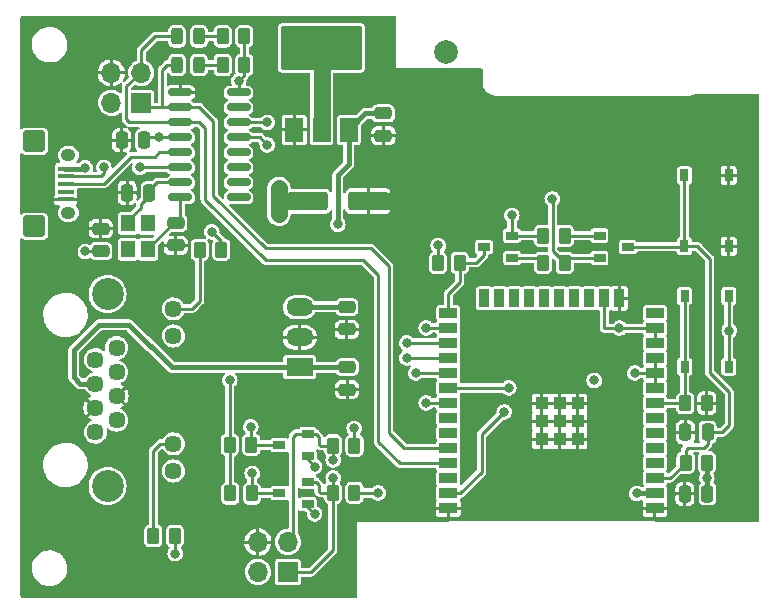
<source format=gtl>
G04 #@! TF.GenerationSoftware,KiCad,Pcbnew,(6.0.8-1)-1*
G04 #@! TF.CreationDate,2022-10-25T17:52:03+02:00*
G04 #@! TF.ProjectId,ithowifi_4l,6974686f-7769-4666-995f-346c2e6b6963,rev?*
G04 #@! TF.SameCoordinates,Original*
G04 #@! TF.FileFunction,Copper,L1,Top*
G04 #@! TF.FilePolarity,Positive*
%FSLAX46Y46*%
G04 Gerber Fmt 4.6, Leading zero omitted, Abs format (unit mm)*
G04 Created by KiCad (PCBNEW (6.0.8-1)-1) date 2022-10-25 17:52:03*
%MOMM*%
%LPD*%
G01*
G04 APERTURE LIST*
G04 Aperture macros list*
%AMRoundRect*
0 Rectangle with rounded corners*
0 $1 Rounding radius*
0 $2 $3 $4 $5 $6 $7 $8 $9 X,Y pos of 4 corners*
0 Add a 4 corners polygon primitive as box body*
4,1,4,$2,$3,$4,$5,$6,$7,$8,$9,$2,$3,0*
0 Add four circle primitives for the rounded corners*
1,1,$1+$1,$2,$3*
1,1,$1+$1,$4,$5*
1,1,$1+$1,$6,$7*
1,1,$1+$1,$8,$9*
0 Add four rect primitives between the rounded corners*
20,1,$1+$1,$2,$3,$4,$5,0*
20,1,$1+$1,$4,$5,$6,$7,0*
20,1,$1+$1,$6,$7,$8,$9,0*
20,1,$1+$1,$8,$9,$2,$3,0*%
G04 Aperture macros list end*
G04 #@! TA.AperFunction,ComponentPad*
%ADD10C,1.446000*%
G04 #@! TD*
G04 #@! TA.AperFunction,ComponentPad*
%ADD11C,2.700000*%
G04 #@! TD*
G04 #@! TA.AperFunction,SMDPad,CuDef*
%ADD12R,1.500000X0.900000*%
G04 #@! TD*
G04 #@! TA.AperFunction,SMDPad,CuDef*
%ADD13R,0.900000X1.500000*%
G04 #@! TD*
G04 #@! TA.AperFunction,SMDPad,CuDef*
%ADD14R,1.050000X1.050000*%
G04 #@! TD*
G04 #@! TA.AperFunction,SMDPad,CuDef*
%ADD15RoundRect,0.250000X0.262500X0.450000X-0.262500X0.450000X-0.262500X-0.450000X0.262500X-0.450000X0*%
G04 #@! TD*
G04 #@! TA.AperFunction,ComponentPad*
%ADD16R,1.700000X1.700000*%
G04 #@! TD*
G04 #@! TA.AperFunction,ComponentPad*
%ADD17O,1.700000X1.700000*%
G04 #@! TD*
G04 #@! TA.AperFunction,SMDPad,CuDef*
%ADD18RoundRect,0.250000X-0.475000X0.250000X-0.475000X-0.250000X0.475000X-0.250000X0.475000X0.250000X0*%
G04 #@! TD*
G04 #@! TA.AperFunction,SMDPad,CuDef*
%ADD19RoundRect,0.250000X-0.262500X-0.450000X0.262500X-0.450000X0.262500X0.450000X-0.262500X0.450000X0*%
G04 #@! TD*
G04 #@! TA.AperFunction,SMDPad,CuDef*
%ADD20R,1.350000X0.400000*%
G04 #@! TD*
G04 #@! TA.AperFunction,ComponentPad*
%ADD21RoundRect,0.273000X-0.677000X0.637000X-0.677000X-0.637000X0.677000X-0.637000X0.677000X0.637000X0*%
G04 #@! TD*
G04 #@! TA.AperFunction,ComponentPad*
%ADD22O,1.250000X1.050000*%
G04 #@! TD*
G04 #@! TA.AperFunction,SMDPad,CuDef*
%ADD23RoundRect,0.250000X0.250000X0.475000X-0.250000X0.475000X-0.250000X-0.475000X0.250000X-0.475000X0*%
G04 #@! TD*
G04 #@! TA.AperFunction,SMDPad,CuDef*
%ADD24R,1.000000X0.700000*%
G04 #@! TD*
G04 #@! TA.AperFunction,SMDPad,CuDef*
%ADD25R,1.500000X2.000000*%
G04 #@! TD*
G04 #@! TA.AperFunction,SMDPad,CuDef*
%ADD26R,3.800000X2.000000*%
G04 #@! TD*
G04 #@! TA.AperFunction,ComponentPad*
%ADD27R,2.300000X1.500000*%
G04 #@! TD*
G04 #@! TA.AperFunction,ComponentPad*
%ADD28O,2.300000X1.500000*%
G04 #@! TD*
G04 #@! TA.AperFunction,SMDPad,CuDef*
%ADD29RoundRect,0.250000X-1.412500X-0.550000X1.412500X-0.550000X1.412500X0.550000X-1.412500X0.550000X0*%
G04 #@! TD*
G04 #@! TA.AperFunction,SMDPad,CuDef*
%ADD30RoundRect,0.250000X-0.250000X-0.475000X0.250000X-0.475000X0.250000X0.475000X-0.250000X0.475000X0*%
G04 #@! TD*
G04 #@! TA.AperFunction,SMDPad,CuDef*
%ADD31R,0.750000X1.000000*%
G04 #@! TD*
G04 #@! TA.AperFunction,SMDPad,CuDef*
%ADD32RoundRect,0.243750X-0.243750X-0.456250X0.243750X-0.456250X0.243750X0.456250X-0.243750X0.456250X0*%
G04 #@! TD*
G04 #@! TA.AperFunction,SMDPad,CuDef*
%ADD33RoundRect,0.150000X-0.825000X-0.150000X0.825000X-0.150000X0.825000X0.150000X-0.825000X0.150000X0*%
G04 #@! TD*
G04 #@! TA.AperFunction,SMDPad,CuDef*
%ADD34R,1.200000X1.400000*%
G04 #@! TD*
G04 #@! TA.AperFunction,ComponentPad*
%ADD35C,2.000000*%
G04 #@! TD*
G04 #@! TA.AperFunction,SMDPad,CuDef*
%ADD36RoundRect,0.250000X0.475000X-0.250000X0.475000X0.250000X-0.475000X0.250000X-0.475000X-0.250000X0*%
G04 #@! TD*
G04 #@! TA.AperFunction,ViaPad*
%ADD37C,0.800000*%
G04 #@! TD*
G04 #@! TA.AperFunction,Conductor*
%ADD38C,1.473200*%
G04 #@! TD*
G04 #@! TA.AperFunction,Conductor*
%ADD39C,0.406400*%
G04 #@! TD*
G04 #@! TA.AperFunction,Conductor*
%ADD40C,0.254000*%
G04 #@! TD*
G04 #@! TA.AperFunction,Conductor*
%ADD41C,0.293370*%
G04 #@! TD*
G04 APERTURE END LIST*
D10*
X59372500Y-142176500D03*
X61152500Y-141156500D03*
X59372500Y-140136500D03*
X61152500Y-139116500D03*
X59372500Y-138096500D03*
X61152500Y-137076500D03*
X59372500Y-136056500D03*
X61152500Y-135036500D03*
X65962500Y-145466500D03*
X65962500Y-143176500D03*
X65962500Y-134036500D03*
X65962500Y-131746500D03*
D11*
X60392500Y-130476500D03*
X60392500Y-146736500D03*
D12*
X106743200Y-148615406D03*
X106743200Y-147345406D03*
X106743200Y-146075406D03*
X106743200Y-144805406D03*
X106743200Y-143535406D03*
X106743200Y-142265406D03*
X106743200Y-140995406D03*
X106743200Y-139725406D03*
X106743200Y-138455406D03*
X106743200Y-137185406D03*
X106743200Y-135915406D03*
X106743200Y-134645406D03*
X106743200Y-133375406D03*
X106743200Y-132105406D03*
D13*
X103713200Y-130855406D03*
X102443200Y-130855406D03*
X101173200Y-130855406D03*
X99903200Y-130855406D03*
X98633200Y-130855406D03*
X97363200Y-130855406D03*
X96093200Y-130855406D03*
X94823200Y-130855406D03*
X93553200Y-130855406D03*
X92283200Y-130855406D03*
D12*
X89243200Y-132105406D03*
X89243200Y-133375406D03*
X89243200Y-134645406D03*
X89243200Y-135915406D03*
X89243200Y-137185406D03*
X89243200Y-138455406D03*
X89243200Y-139725406D03*
X89243200Y-140995406D03*
X89243200Y-142265406D03*
X89243200Y-143535406D03*
X89243200Y-144805406D03*
X89243200Y-146075406D03*
X89243200Y-147345406D03*
X89243200Y-148615406D03*
D14*
X98673200Y-141275406D03*
X97148200Y-139750406D03*
X100198200Y-141275406D03*
X100198200Y-139750406D03*
X97148200Y-142800406D03*
X100198200Y-142800406D03*
X98673200Y-139750406D03*
X97148200Y-141275406D03*
X98673200Y-142800406D03*
D15*
X111131500Y-139734000D03*
X109306500Y-139734000D03*
D16*
X75666600Y-154025600D03*
D17*
X73126600Y-154025600D03*
X75666600Y-151485600D03*
X73126600Y-151485600D03*
D18*
X80645000Y-131572000D03*
X80645000Y-133472000D03*
D19*
X109330000Y-144754600D03*
X111155000Y-144754600D03*
D15*
X90200000Y-127855000D03*
X88375000Y-127855000D03*
D20*
X56853200Y-119868000D03*
X56853200Y-120518000D03*
X56853200Y-121168000D03*
X56853200Y-121818000D03*
X56853200Y-122468000D03*
D21*
X54178200Y-124768000D03*
D22*
X57078200Y-123593000D03*
D21*
X54178200Y-117568000D03*
D22*
X57078200Y-118743000D03*
D23*
X111182000Y-147412500D03*
X109282000Y-147412500D03*
D24*
X77338202Y-144234092D03*
X77338202Y-142334092D03*
X74938202Y-143284092D03*
X77338200Y-148296600D03*
X77338200Y-146396600D03*
X74938200Y-147346600D03*
D19*
X79476200Y-147320000D03*
X81301200Y-147320000D03*
X79476200Y-143319500D03*
X81301200Y-143319500D03*
D15*
X72620700Y-147372000D03*
X70795700Y-147372000D03*
X70024000Y-126746000D03*
X68199000Y-126746000D03*
D25*
X76211400Y-116599500D03*
X78511400Y-116599500D03*
D26*
X78511400Y-110299500D03*
D25*
X80811400Y-116599500D03*
D15*
X66103300Y-150977600D03*
X64278300Y-150977600D03*
D27*
X76654900Y-136686000D03*
D28*
X76654900Y-134146000D03*
X76654900Y-131606000D03*
D15*
X72568200Y-143243500D03*
X70743200Y-143243500D03*
D18*
X80670400Y-136682400D03*
X80670400Y-138582400D03*
X83743800Y-115194000D03*
X83743800Y-117094000D03*
D15*
X99090000Y-127855000D03*
X97265000Y-127855000D03*
D24*
X94655000Y-127442000D03*
X94655000Y-125542000D03*
X92255000Y-126492000D03*
X102050000Y-125542000D03*
X102050000Y-127442000D03*
X104450000Y-126492000D03*
D29*
X77396300Y-122631200D03*
X82471300Y-122631200D03*
D19*
X97265000Y-125569000D03*
X99090000Y-125569000D03*
D30*
X109301200Y-142189200D03*
X111201200Y-142189200D03*
D31*
X109250000Y-130638011D03*
X109250000Y-136638011D03*
X113000000Y-136638011D03*
X113000000Y-130638011D03*
D23*
X63942000Y-121920000D03*
X62042000Y-121920000D03*
D18*
X66167000Y-124460000D03*
X66167000Y-126360000D03*
D16*
X63246000Y-114300000D03*
D17*
X60706000Y-114300000D03*
X63246000Y-111760000D03*
X60706000Y-111760000D03*
D23*
X63500000Y-117475000D03*
X61600000Y-117475000D03*
D32*
X66262000Y-108666000D03*
X68137000Y-108666000D03*
D15*
X71962000Y-111092000D03*
X70137000Y-111092000D03*
X71962000Y-108666000D03*
X70137000Y-108666000D03*
D33*
X66538400Y-113414600D03*
X66538400Y-114684600D03*
X66538400Y-115954600D03*
X66538400Y-117224600D03*
X66538400Y-118494600D03*
X66538400Y-119764600D03*
X66538400Y-121034600D03*
X66538400Y-122304600D03*
X71488400Y-122304600D03*
X71488400Y-121034600D03*
X71488400Y-119764600D03*
X71488400Y-118494600D03*
X71488400Y-117224600D03*
X71488400Y-115954600D03*
X71488400Y-114684600D03*
X71488400Y-113414600D03*
D34*
X62142000Y-124503000D03*
X62142000Y-126703000D03*
X63842000Y-126703000D03*
X63842000Y-124503000D03*
D35*
X89052400Y-110032800D03*
D32*
X66262000Y-111092000D03*
X68137000Y-111092000D03*
D36*
X59817000Y-126868000D03*
X59817000Y-124968000D03*
D31*
X112991593Y-126444000D03*
X112991593Y-120444000D03*
X109241593Y-126444000D03*
X109241593Y-120444000D03*
D37*
X84996300Y-121531200D03*
X84996300Y-123731200D03*
X84996300Y-122631200D03*
X92202000Y-116078000D03*
X89027000Y-112776000D03*
X93599000Y-114935000D03*
X92710000Y-114046000D03*
X91567000Y-112903000D03*
X86995000Y-111887000D03*
X88265000Y-111887000D03*
X85598000Y-111887000D03*
X91694000Y-111887000D03*
X109270800Y-148844000D03*
X76225400Y-114427000D03*
X96578000Y-114173000D03*
X94488000Y-118745000D03*
X100177600Y-142824200D03*
X115062000Y-114173000D03*
X100177600Y-141300200D03*
X100177600Y-139750800D03*
X90043000Y-113919000D03*
X94488000Y-116078000D03*
X111838000Y-114173000D03*
X98679000Y-139750800D03*
X101678000Y-114173000D03*
X103378000Y-114173000D03*
X90551000Y-111887000D03*
X97155000Y-139725400D03*
X98679000Y-141300200D03*
X108438000Y-114173000D03*
X98278000Y-114173000D03*
X92202000Y-117348000D03*
X84201000Y-111887000D03*
X84201000Y-107442000D03*
X94878000Y-114173000D03*
X106738000Y-114173000D03*
X97155000Y-141274800D03*
X110138000Y-114173000D03*
X92710000Y-118745000D03*
X98679000Y-142824200D03*
X91059000Y-114935000D03*
X113538000Y-114173000D03*
X87630000Y-148590000D03*
X84201000Y-108966000D03*
X105038000Y-114173000D03*
X105308400Y-148640800D03*
X99978000Y-114173000D03*
X94869000Y-117348000D03*
X97155000Y-142798800D03*
X84201000Y-110490000D03*
X70739000Y-137795000D03*
X58510873Y-126883727D03*
X79883000Y-124587000D03*
X58510873Y-119790990D03*
X74896300Y-121531200D03*
X74896300Y-123731200D03*
X74896300Y-122631200D03*
X75844400Y-110299500D03*
X75844400Y-108458000D03*
X77495400Y-108458000D03*
X79336900Y-108458000D03*
X81241900Y-108458000D03*
X81241900Y-110236000D03*
X66120300Y-152467600D03*
X113030000Y-133578600D03*
X64770000Y-117221000D03*
X71501000Y-112445800D03*
X69215000Y-125222000D03*
X83312000Y-147320000D03*
X101600000Y-137795000D03*
X77927200Y-145097506D03*
X105206800Y-147370800D03*
X81280000Y-141859000D03*
X111125000Y-146050000D03*
X88392000Y-126365000D03*
X77927200Y-149098000D03*
X93980000Y-140462000D03*
X87376000Y-139700000D03*
X94361000Y-138430000D03*
X86487000Y-137160000D03*
X87376000Y-133350000D03*
X79502000Y-144526000D03*
X103733600Y-133375400D03*
X105029000Y-137160000D03*
X79502000Y-146050000D03*
X85725000Y-135890000D03*
X60071000Y-119761000D03*
X63119000Y-119761000D03*
X72644000Y-145669000D03*
X72517000Y-141732000D03*
X73914000Y-115951000D03*
X98044000Y-122428000D03*
X94615000Y-123825000D03*
X73914000Y-117856000D03*
X85725000Y-134620000D03*
D38*
X84996300Y-123731200D02*
X84996300Y-121531200D01*
X82471300Y-122631200D02*
X84996300Y-122631200D01*
D39*
X80645000Y-131572000D02*
X76688900Y-131572000D01*
X80811400Y-116599500D02*
X80811400Y-119467600D01*
X56805000Y-119868000D02*
X58433863Y-119868000D01*
X58433863Y-119868000D02*
X58510873Y-119790990D01*
X82216900Y-115194000D02*
X80811400Y-116599500D01*
D40*
X58526600Y-126868000D02*
X58510873Y-126883727D01*
X70743200Y-143243500D02*
X70743200Y-147319500D01*
X70739000Y-137795000D02*
X70739000Y-143239300D01*
X59817000Y-126868000D02*
X58526600Y-126868000D01*
X70743200Y-147319500D02*
X70795700Y-147372000D01*
D39*
X79883000Y-120396000D02*
X79883000Y-124587000D01*
D40*
X70739000Y-143239300D02*
X70743200Y-143243500D01*
D39*
X80811400Y-119467600D02*
X79883000Y-120396000D01*
X76688900Y-131572000D02*
X76654900Y-131606000D01*
X83743800Y-115194000D02*
X82216900Y-115194000D01*
D38*
X74896300Y-123731200D02*
X74896300Y-121531200D01*
X77396300Y-122631200D02*
X74896300Y-122631200D01*
D41*
X81326200Y-147320000D02*
X83312000Y-147320000D01*
X77138200Y-148309000D02*
X77927200Y-149098000D01*
D39*
X111182000Y-147412500D02*
X111182000Y-146107000D01*
D40*
X66120300Y-150994600D02*
X66103300Y-150977600D01*
D41*
X77138200Y-148296600D02*
X77138200Y-148309000D01*
D40*
X71488400Y-112458400D02*
X71501000Y-112445800D01*
X66120300Y-152467600D02*
X66120300Y-150994600D01*
X63754000Y-117221000D02*
X63500000Y-117475000D01*
X81301200Y-141880200D02*
X81280000Y-141859000D01*
X81301200Y-143319500D02*
X81301200Y-141880200D01*
X113000000Y-133608600D02*
X113030000Y-133578600D01*
X71962000Y-111092000D02*
X71962000Y-111984800D01*
X71962000Y-111984800D02*
X71501000Y-112445800D01*
X71962000Y-108666000D02*
X71962000Y-111092000D01*
X70024000Y-126031000D02*
X69215000Y-125222000D01*
X113000000Y-130638000D02*
X113000000Y-133548600D01*
X113000000Y-136638000D02*
X113000000Y-133608600D01*
D39*
X111155000Y-144754600D02*
X111155000Y-146020000D01*
X111182000Y-146107000D02*
X111125000Y-146050000D01*
X111155000Y-146020000D02*
X111125000Y-146050000D01*
D40*
X64770000Y-117221000D02*
X63754000Y-117221000D01*
X88375000Y-127855000D02*
X88375000Y-126382000D01*
D39*
X105232200Y-147345400D02*
X105206800Y-147370800D01*
D41*
X77138200Y-144234100D02*
X77927200Y-145097506D01*
D39*
X106743200Y-147345400D02*
X105232200Y-147345400D01*
D40*
X66534800Y-117221000D02*
X66538400Y-117224600D01*
X70024000Y-126746000D02*
X70024000Y-126031000D01*
X88375000Y-126382000D02*
X88392000Y-126365000D01*
X113000000Y-133548600D02*
X113030000Y-133578600D01*
X71488400Y-113414600D02*
X71488400Y-112458400D01*
X64770000Y-117221000D02*
X66534800Y-117221000D01*
D38*
X78511400Y-116599500D02*
X78511400Y-110299500D01*
D40*
X89243200Y-130466800D02*
X89243200Y-132105400D01*
X92255000Y-126492000D02*
X92255000Y-127201000D01*
X90200000Y-129510000D02*
X89243200Y-130466800D01*
X90200000Y-127855000D02*
X90200000Y-129510000D01*
X91601000Y-127855000D02*
X90200000Y-127855000D01*
X92255000Y-127201000D02*
X91601000Y-127855000D01*
D41*
X92075000Y-142367000D02*
X93980000Y-140462000D01*
X92075000Y-145517600D02*
X92075000Y-142367000D01*
X90247200Y-147345400D02*
X92075000Y-145517600D01*
X89243200Y-147345400D02*
X90247200Y-147345400D01*
D40*
X87376000Y-139700000D02*
X89217800Y-139700000D01*
X89217800Y-139700000D02*
X89243200Y-139725400D01*
D41*
X89243200Y-138455400D02*
X94335600Y-138455400D01*
X94335600Y-138455400D02*
X94361000Y-138430000D01*
D40*
X89243200Y-137185400D02*
X86512400Y-137185400D01*
X86512400Y-137185400D02*
X86487000Y-137160000D01*
X89217800Y-133350000D02*
X89243200Y-133375400D01*
X87376000Y-133350000D02*
X89217800Y-133350000D01*
X111379000Y-137160000D02*
X113030000Y-138811000D01*
X111201200Y-142189200D02*
X111201200Y-143179800D01*
X113030000Y-141605000D02*
X112445800Y-142189200D01*
X111201200Y-143179800D02*
X110896400Y-143484600D01*
X109550200Y-143484600D02*
X109330000Y-143704800D01*
X106743200Y-146075400D02*
X108009200Y-146075400D01*
X109330000Y-143704800D02*
X109330000Y-144754600D01*
X110315000Y-126444000D02*
X111379000Y-127508000D01*
X109193600Y-126492000D02*
X109241600Y-126444000D01*
X109241600Y-120444000D02*
X109241600Y-126444000D01*
X109241600Y-126444000D02*
X110315000Y-126444000D01*
X108009200Y-146075400D02*
X109330000Y-144754600D01*
X110896400Y-143484600D02*
X109550200Y-143484600D01*
X113030000Y-138811000D02*
X113030000Y-141605000D01*
X112445800Y-142189200D02*
X111201200Y-142189200D01*
X104450000Y-126492000D02*
X109193600Y-126492000D01*
X111379000Y-127508000D02*
X111379000Y-137160000D01*
D41*
X68137000Y-111092000D02*
X70137000Y-111092000D01*
X68137000Y-108666000D02*
X70137000Y-108666000D01*
D40*
X76334500Y-142334100D02*
X76098400Y-142570200D01*
X79468200Y-143302500D02*
X79451200Y-143319500D01*
X78261700Y-143158500D02*
X78422700Y-143319500D01*
X76098400Y-142570200D02*
X76098400Y-151053800D01*
X78008800Y-142334100D02*
X77138200Y-142334100D01*
D41*
X79476200Y-144500200D02*
X79502000Y-144526000D01*
D40*
X78422700Y-143319500D02*
X79451200Y-143319500D01*
X102443200Y-133375400D02*
X102443200Y-130855400D01*
X77138200Y-142334100D02*
X76334500Y-142334100D01*
D41*
X79476200Y-143319500D02*
X79476200Y-144500200D01*
D40*
X103733600Y-133375400D02*
X102443200Y-133375400D01*
X78261700Y-142587000D02*
X78261700Y-143158500D01*
X106743200Y-134645400D02*
X106743200Y-133375400D01*
X76098400Y-151053800D02*
X75666600Y-151485600D01*
X106743200Y-133375400D02*
X103733600Y-133375400D01*
X78261700Y-142587000D02*
X78008800Y-142334100D01*
X106743200Y-135915400D02*
X106743200Y-137185400D01*
D41*
X79476200Y-147320000D02*
X79476200Y-146075800D01*
D40*
X78007300Y-146396600D02*
X78261700Y-146651000D01*
D41*
X106743200Y-137185400D02*
X105054400Y-137185400D01*
X105054400Y-137185400D02*
X105029000Y-137160000D01*
X79476200Y-146075800D02*
X79502000Y-146050000D01*
D40*
X75666600Y-154025600D02*
X77622400Y-154025600D01*
X78261700Y-146651000D02*
X78261700Y-147159000D01*
X78261700Y-147159000D02*
X78422700Y-147320000D01*
X77138200Y-146396600D02*
X78007300Y-146396600D01*
X78422700Y-147320000D02*
X79451200Y-147320000D01*
X77622400Y-154025600D02*
X79451200Y-152196800D01*
X79451200Y-152196800D02*
X79451200Y-147320000D01*
X106743200Y-138455400D02*
X106743200Y-137185400D01*
X109250000Y-139677500D02*
X109250000Y-136638000D01*
X106743200Y-139725400D02*
X109297900Y-139725400D01*
X109306500Y-139734000D02*
X109250000Y-139677500D01*
X109297900Y-139725400D02*
X109306500Y-139734000D01*
X109250000Y-136638000D02*
X109250000Y-130638000D01*
X109272900Y-139725400D02*
X109281500Y-139734000D01*
D39*
X65820000Y-136686000D02*
X62230000Y-133096000D01*
X76654900Y-136686000D02*
X65820000Y-136686000D01*
X80670400Y-136682400D02*
X76658500Y-136682400D01*
X57531000Y-137541000D02*
X58086500Y-138096500D01*
X76658500Y-136682400D02*
X76654900Y-136686000D01*
X58086500Y-138096500D02*
X59372500Y-138096500D01*
X62230000Y-133096000D02*
X59690000Y-133096000D01*
X57531000Y-135255000D02*
X57531000Y-137541000D01*
X59690000Y-133096000D02*
X57531000Y-135255000D01*
D40*
X85725000Y-135890000D02*
X89181879Y-135890000D01*
X89243206Y-135915394D02*
G75*
G03*
X89181879Y-135890000I-61306J-61306D01*
G01*
X102050000Y-125542000D02*
X99117000Y-125542000D01*
X99117000Y-125542000D02*
X99090000Y-125569000D01*
X94655000Y-127442000D02*
X96852000Y-127442000D01*
X96852000Y-127442000D02*
X97265000Y-127855000D01*
X63630600Y-114684600D02*
X63246000Y-114300000D01*
X68164500Y-114684600D02*
X66538400Y-114684600D01*
X73787000Y-126619000D02*
X69342000Y-122174000D01*
X66262000Y-111092000D02*
X65438000Y-111092000D01*
X84201000Y-142240000D02*
X84201000Y-128143000D01*
X66538400Y-114684600D02*
X65027600Y-114684600D01*
X65027600Y-114684600D02*
X63630600Y-114684600D01*
X69342000Y-122174000D02*
X69342000Y-115862100D01*
X84201000Y-128143000D02*
X82677000Y-126619000D01*
X69342000Y-115862100D02*
X68164500Y-114684600D01*
X65027600Y-111502400D02*
X65027600Y-114684600D01*
X89243200Y-143535400D02*
X85496400Y-143535400D01*
X85496400Y-143535400D02*
X84201000Y-142240000D01*
X65438000Y-111092000D02*
X65027600Y-111502400D01*
X82677000Y-126619000D02*
X73787000Y-126619000D01*
X61976000Y-115697000D02*
X61976000Y-112903000D01*
X85115400Y-144805400D02*
X83312000Y-143002000D01*
X68643500Y-116420900D02*
X68177200Y-115954600D01*
X82042000Y-127635000D02*
X73787000Y-127635000D01*
X66538400Y-115954600D02*
X62233600Y-115954600D01*
X68643500Y-122491500D02*
X68643500Y-116420900D01*
X83312000Y-143002000D02*
X83312000Y-128905000D01*
X64435000Y-108666000D02*
X63246000Y-109855000D01*
X68177200Y-115954600D02*
X66538400Y-115954600D01*
X63119000Y-111760000D02*
X63246000Y-111760000D01*
X62233600Y-115954600D02*
X61976000Y-115697000D01*
X61976000Y-112903000D02*
X63119000Y-111760000D01*
X66262000Y-108666000D02*
X64435000Y-108666000D01*
X83312000Y-128905000D02*
X82042000Y-127635000D01*
X73787000Y-127635000D02*
X68643500Y-122491500D01*
X63246000Y-109855000D02*
X63246000Y-111760000D01*
X89243200Y-144805400D02*
X85115400Y-144805400D01*
X59822000Y-120518000D02*
X56853200Y-120518000D01*
X63122600Y-119764600D02*
X63119000Y-119761000D01*
X60071000Y-120269000D02*
X59822000Y-120518000D01*
X60071000Y-119761000D02*
X60071000Y-120269000D01*
X66538400Y-119764600D02*
X63122600Y-119764600D01*
X56853200Y-121168000D02*
X60061000Y-121168000D01*
X60061000Y-121168000D02*
X62357000Y-118872000D01*
X62357000Y-118872000D02*
X64389000Y-118872000D01*
X64766400Y-118494600D02*
X66538400Y-118494600D01*
X64389000Y-118872000D02*
X64766400Y-118494600D01*
X65962500Y-143176500D02*
X64874900Y-143176500D01*
X64874900Y-143176500D02*
X64278300Y-143773100D01*
X64278300Y-143773100D02*
X64278300Y-150977600D01*
X67516500Y-131746500D02*
X68199000Y-131064000D01*
X65962500Y-131746500D02*
X67516500Y-131746500D01*
X68199000Y-131064000D02*
X68199000Y-126746000D01*
X63942000Y-121706600D02*
X64614000Y-121034600D01*
X62142000Y-124503000D02*
X62142000Y-124255900D01*
X63220600Y-122885200D02*
X63942000Y-122163800D01*
X64614000Y-121034600D02*
X66538400Y-121034600D01*
X62142000Y-124255900D02*
X63220600Y-123177300D01*
X63942000Y-121920000D02*
X63942000Y-121706600D01*
X63942000Y-122163800D02*
X63942000Y-121920000D01*
X63220600Y-123177300D02*
X63220600Y-122885200D01*
X63842000Y-126703000D02*
X63842000Y-126607200D01*
X66538400Y-124088600D02*
X66167000Y-124460000D01*
X63842000Y-126607200D02*
X65989200Y-124460000D01*
X65989200Y-124460000D02*
X66167000Y-124460000D01*
X66538400Y-122304600D02*
X66538400Y-124088600D01*
D41*
X74938200Y-147346600D02*
X72646100Y-147346600D01*
X72646100Y-147346600D02*
X72620700Y-147372000D01*
X72620700Y-145692300D02*
X72644000Y-145669000D01*
X72620700Y-147372000D02*
X72620700Y-145692300D01*
X72568200Y-143243500D02*
X72568200Y-141783200D01*
X74938202Y-143284092D02*
X72608792Y-143284092D01*
X72568200Y-141783200D02*
X72517000Y-141732000D01*
X72608792Y-143284092D02*
X72568200Y-143243500D01*
D40*
X99503000Y-127442000D02*
X99090000Y-127855000D01*
X99090000Y-127855000D02*
X98104020Y-126869020D01*
X98104020Y-122488020D02*
X98044000Y-122428000D01*
X98104020Y-126869020D02*
X98104020Y-122488020D01*
X73910400Y-115954600D02*
X73914000Y-115951000D01*
X71488400Y-115954600D02*
X73910400Y-115954600D01*
X102050000Y-127442000D02*
X99503000Y-127442000D01*
D41*
X94655000Y-125542000D02*
X94655000Y-123865000D01*
D40*
X97238000Y-125542000D02*
X97265000Y-125569000D01*
D41*
X94655000Y-123865000D02*
X94615000Y-123825000D01*
X73282600Y-117224600D02*
X73914000Y-117856000D01*
X71488400Y-117224600D02*
X73282600Y-117224600D01*
D40*
X94655000Y-125542000D02*
X97238000Y-125542000D01*
X85725000Y-134620000D02*
X89181879Y-134620000D01*
X89243206Y-134645394D02*
G75*
G03*
X89181879Y-134620000I-61306J-61306D01*
G01*
G04 #@! TA.AperFunction,Conductor*
G36*
X81882521Y-107822151D02*
G01*
X81929014Y-107875807D01*
X81940400Y-107928149D01*
X81940400Y-111359149D01*
X81920398Y-111427270D01*
X81866742Y-111473763D01*
X81814400Y-111485149D01*
X75208400Y-111485149D01*
X75140279Y-111465147D01*
X75093786Y-111411491D01*
X75082400Y-111359149D01*
X75082400Y-107928149D01*
X75102402Y-107860028D01*
X75156058Y-107813535D01*
X75208400Y-107802149D01*
X81814400Y-107802149D01*
X81882521Y-107822151D01*
G37*
G04 #@! TD.AperFunction*
G04 #@! TA.AperFunction,Conductor*
G36*
X84794531Y-106941713D02*
G01*
X84831076Y-106992013D01*
X84836000Y-107023100D01*
X84836000Y-111379000D01*
X92050487Y-111379000D01*
X92109618Y-111398213D01*
X92146163Y-111448513D01*
X92151086Y-111479631D01*
X92150775Y-112338946D01*
X92150714Y-112508011D01*
X92148272Y-112530003D01*
X92145791Y-112541059D01*
X92147486Y-112550822D01*
X92147431Y-112553089D01*
X92147848Y-112556699D01*
X92150721Y-112605923D01*
X92157471Y-112721590D01*
X92157738Y-112726169D01*
X92158661Y-112730227D01*
X92158662Y-112730231D01*
X92186945Y-112854524D01*
X92198874Y-112906945D01*
X92200454Y-112910796D01*
X92200455Y-112910801D01*
X92213244Y-112941984D01*
X92269223Y-113078477D01*
X92366863Y-113236080D01*
X92489128Y-113375448D01*
X92492352Y-113378083D01*
X92492355Y-113378086D01*
X92620460Y-113482791D01*
X92632676Y-113492776D01*
X92793589Y-113584859D01*
X92967471Y-113649181D01*
X93090338Y-113672665D01*
X93145480Y-113683205D01*
X93145482Y-113683205D01*
X93149572Y-113683987D01*
X93299345Y-113687491D01*
X93319207Y-113687956D01*
X93322934Y-113688255D01*
X93325171Y-113688122D01*
X93334986Y-113689476D01*
X93344571Y-113686970D01*
X93353760Y-113686425D01*
X93365238Y-113684950D01*
X99893290Y-113685292D01*
X109638246Y-113685802D01*
X109657853Y-113687734D01*
X109673223Y-113690791D01*
X109682941Y-113688858D01*
X109683757Y-113688858D01*
X109690418Y-113687873D01*
X109817372Y-113675470D01*
X109817374Y-113675470D01*
X109822252Y-113674993D01*
X109826943Y-113673582D01*
X109826945Y-113673582D01*
X109960961Y-113633284D01*
X109960964Y-113633283D01*
X109965649Y-113631874D01*
X109998693Y-113614384D01*
X110093658Y-113564120D01*
X110093662Y-113564117D01*
X110097993Y-113561825D01*
X110101799Y-113558738D01*
X110105890Y-113556033D01*
X110107084Y-113557839D01*
X110163036Y-113538000D01*
X115476900Y-113538000D01*
X115536031Y-113557213D01*
X115572576Y-113607513D01*
X115577500Y-113638600D01*
X115577500Y-149667400D01*
X115558287Y-149726531D01*
X115507987Y-149763076D01*
X115476900Y-149768000D01*
X106849836Y-149768000D01*
X106793947Y-149751047D01*
X106759854Y-149728266D01*
X106685620Y-149713500D01*
X106660553Y-149708514D01*
X106650835Y-149710447D01*
X106650834Y-149710447D01*
X106645203Y-149711567D01*
X106625578Y-149713500D01*
X89395528Y-149713500D01*
X89375903Y-149711567D01*
X89370272Y-149710447D01*
X89370271Y-149710447D01*
X89360553Y-149708514D01*
X89335486Y-149713500D01*
X89261252Y-149728266D01*
X89227159Y-149751047D01*
X89171270Y-149768000D01*
X81532000Y-149768000D01*
X81532000Y-156112900D01*
X81512787Y-156172031D01*
X81462487Y-156208576D01*
X81431400Y-156213500D01*
X53266975Y-156213500D01*
X53247350Y-156211567D01*
X53241719Y-156210447D01*
X53241718Y-156210447D01*
X53232000Y-156208514D01*
X53222283Y-156210447D01*
X53220639Y-156210447D01*
X53204911Y-156209210D01*
X53171867Y-156203976D01*
X53141944Y-156194253D01*
X53101894Y-156173847D01*
X53076433Y-156155348D01*
X53044652Y-156123567D01*
X53026152Y-156098104D01*
X53005747Y-156058056D01*
X52996024Y-156028133D01*
X52990790Y-155995089D01*
X52989553Y-155979361D01*
X52989553Y-155977717D01*
X52991486Y-155968000D01*
X52988433Y-155952650D01*
X52986500Y-155933025D01*
X52986500Y-153756677D01*
X53973524Y-153756677D01*
X53973989Y-153760695D01*
X53973989Y-153760698D01*
X53989776Y-153897135D01*
X54001351Y-153997176D01*
X54067271Y-154230133D01*
X54169589Y-154449553D01*
X54190815Y-154480786D01*
X54207172Y-154504854D01*
X54206824Y-154505091D01*
X54207925Y-154506303D01*
X54207935Y-154506321D01*
X54210393Y-154509595D01*
X54210445Y-154509672D01*
X54210935Y-154510450D01*
X54211734Y-154511568D01*
X54303393Y-154646442D01*
X54303397Y-154646447D01*
X54305671Y-154649793D01*
X54308454Y-154652735D01*
X54308454Y-154652736D01*
X54354137Y-154701044D01*
X54353758Y-154701403D01*
X54355303Y-154702597D01*
X54356083Y-154703636D01*
X54359066Y-154706487D01*
X54359495Y-154706897D01*
X54363067Y-154710488D01*
X54472018Y-154825699D01*
X54475224Y-154828150D01*
X54528410Y-154868814D01*
X54530608Y-154870544D01*
X54531489Y-154871257D01*
X54534468Y-154874104D01*
X54540221Y-154878028D01*
X54544611Y-154881200D01*
X54664348Y-154972747D01*
X54667904Y-154974654D01*
X54667906Y-154974655D01*
X54728442Y-155007114D01*
X54731274Y-155008832D01*
X54731301Y-155008784D01*
X54734889Y-155010822D01*
X54738300Y-155013149D01*
X54742044Y-155014887D01*
X54746092Y-155016766D01*
X54751269Y-155019354D01*
X54790548Y-155040415D01*
X54877715Y-155087153D01*
X54881542Y-155088471D01*
X54881545Y-155088472D01*
X54950318Y-155112152D01*
X54955599Y-155114280D01*
X54958352Y-155115293D01*
X54962104Y-155117035D01*
X54966084Y-155118139D01*
X54966090Y-155118141D01*
X54971452Y-155119628D01*
X54977316Y-155121449D01*
X55101451Y-155164192D01*
X55106629Y-155165975D01*
X55110606Y-155166662D01*
X55110610Y-155166663D01*
X55156302Y-155174555D01*
X55186397Y-155179753D01*
X55195472Y-155181790D01*
X55195888Y-155181869D01*
X55199871Y-155182974D01*
X55209944Y-155184051D01*
X55210209Y-155184079D01*
X55216635Y-155184977D01*
X55342079Y-155206644D01*
X55345200Y-155207183D01*
X55348359Y-155207326D01*
X55348364Y-155207327D01*
X55360707Y-155207887D01*
X55374203Y-155208500D01*
X55542841Y-155208500D01*
X55723324Y-155193979D01*
X55958439Y-155136229D01*
X56181297Y-155041631D01*
X56274184Y-154983137D01*
X56382743Y-154914774D01*
X56382746Y-154914772D01*
X56386163Y-154912620D01*
X56567768Y-154752514D01*
X56576225Y-154742219D01*
X56718871Y-154568558D01*
X56721439Y-154565432D01*
X56755843Y-154506321D01*
X56791018Y-154445884D01*
X56843222Y-154356188D01*
X56929984Y-154130165D01*
X56957894Y-153996564D01*
X72017748Y-153996564D01*
X72031024Y-154199122D01*
X72032157Y-154203583D01*
X72073602Y-154366770D01*
X72080992Y-154395869D01*
X72165977Y-154580216D01*
X72283133Y-154745989D01*
X72428538Y-154887635D01*
X72432374Y-154890198D01*
X72432375Y-154890199D01*
X72469154Y-154914774D01*
X72597320Y-155000412D01*
X72601556Y-155002232D01*
X72601558Y-155002233D01*
X72779589Y-155078721D01*
X72783828Y-155080542D01*
X72818874Y-155088472D01*
X72977316Y-155124324D01*
X72977319Y-155124324D01*
X72981816Y-155125342D01*
X73078348Y-155129135D01*
X73180044Y-155133131D01*
X73180045Y-155133131D01*
X73184653Y-155133312D01*
X73189210Y-155132651D01*
X73189215Y-155132651D01*
X73296913Y-155117035D01*
X73385545Y-155104184D01*
X73577765Y-155038934D01*
X73754876Y-154939747D01*
X73787493Y-154912620D01*
X73907398Y-154812895D01*
X73910945Y-154809945D01*
X73961305Y-154749394D01*
X74037799Y-154657421D01*
X74037801Y-154657418D01*
X74040747Y-154653876D01*
X74139934Y-154476765D01*
X74205184Y-154284545D01*
X74234312Y-154083653D01*
X74235832Y-154025600D01*
X74217258Y-153823459D01*
X74162157Y-153628087D01*
X74072376Y-153446028D01*
X73950920Y-153283379D01*
X73801858Y-153145587D01*
X73797962Y-153143129D01*
X73797957Y-153143125D01*
X73707447Y-153086018D01*
X73630181Y-153037267D01*
X73578758Y-153016751D01*
X73445925Y-152963756D01*
X73441639Y-152962046D01*
X73242546Y-152922444D01*
X73139951Y-152921101D01*
X73044185Y-152919847D01*
X73044181Y-152919847D01*
X73039571Y-152919787D01*
X72839510Y-152954164D01*
X72835188Y-152955758D01*
X72835186Y-152955759D01*
X72653391Y-153022827D01*
X72653388Y-153022828D01*
X72649063Y-153024424D01*
X72474610Y-153128212D01*
X72471144Y-153131251D01*
X72471142Y-153131253D01*
X72325459Y-153259014D01*
X72325456Y-153259017D01*
X72321992Y-153262055D01*
X72319139Y-153265674D01*
X72319138Y-153265675D01*
X72309552Y-153277835D01*
X72196320Y-153421469D01*
X72101803Y-153601115D01*
X72041607Y-153794978D01*
X72017748Y-153996564D01*
X56957894Y-153996564D01*
X56979493Y-153893177D01*
X56982861Y-153819025D01*
X56990292Y-153655368D01*
X56990476Y-153651323D01*
X56990011Y-153647302D01*
X56963114Y-153414840D01*
X56963113Y-153414836D01*
X56962649Y-153410824D01*
X56896729Y-153177867D01*
X56816128Y-153005019D01*
X56796122Y-152962116D01*
X56796121Y-152962115D01*
X56794411Y-152958447D01*
X56756828Y-152903146D01*
X56757176Y-152902909D01*
X56756075Y-152901697D01*
X56756065Y-152901679D01*
X56753607Y-152898405D01*
X56753555Y-152898328D01*
X56753065Y-152897550D01*
X56752266Y-152896432D01*
X56660607Y-152761558D01*
X56660603Y-152761553D01*
X56658329Y-152758207D01*
X56609863Y-152706956D01*
X56610242Y-152706597D01*
X56608697Y-152705403D01*
X56607917Y-152704364D01*
X56604504Y-152701102D01*
X56600927Y-152697506D01*
X56491982Y-152582301D01*
X56435581Y-152539179D01*
X56433392Y-152537456D01*
X56432511Y-152536743D01*
X56429532Y-152533896D01*
X56423779Y-152529972D01*
X56419384Y-152526796D01*
X56299652Y-152435253D01*
X56235558Y-152400886D01*
X56232726Y-152399168D01*
X56232699Y-152399216D01*
X56229111Y-152397178D01*
X56225700Y-152394851D01*
X56217905Y-152391233D01*
X56212731Y-152388646D01*
X56089853Y-152322760D01*
X56089852Y-152322759D01*
X56086285Y-152320847D01*
X56082458Y-152319529D01*
X56082455Y-152319528D01*
X56013682Y-152295848D01*
X56008401Y-152293720D01*
X56005648Y-152292707D01*
X56001896Y-152290965D01*
X55997916Y-152289861D01*
X55997910Y-152289859D01*
X55992548Y-152288372D01*
X55986684Y-152286551D01*
X55861190Y-152243340D01*
X55857371Y-152242025D01*
X55853394Y-152241338D01*
X55853390Y-152241337D01*
X55807698Y-152233445D01*
X55777603Y-152228247D01*
X55768528Y-152226210D01*
X55768112Y-152226131D01*
X55764129Y-152225026D01*
X55753792Y-152223921D01*
X55747365Y-152223023D01*
X55621921Y-152201356D01*
X55621920Y-152201356D01*
X55618800Y-152200817D01*
X55615641Y-152200674D01*
X55615636Y-152200673D01*
X55603293Y-152200113D01*
X55589797Y-152199500D01*
X55421159Y-152199500D01*
X55240676Y-152214021D01*
X55005561Y-152271771D01*
X54782703Y-152366369D01*
X54747328Y-152388646D01*
X54587092Y-152489552D01*
X54577837Y-152495380D01*
X54396232Y-152655486D01*
X54242561Y-152842568D01*
X54240528Y-152846062D01*
X54240526Y-152846064D01*
X54207687Y-152902488D01*
X54120778Y-153051812D01*
X54034016Y-153277835D01*
X53984507Y-153514823D01*
X53984324Y-153518858D01*
X53984323Y-153518864D01*
X53980588Y-153601115D01*
X53973524Y-153756677D01*
X52986500Y-153756677D01*
X52986500Y-151475356D01*
X63511300Y-151475356D01*
X63511593Y-151478050D01*
X63511593Y-151478056D01*
X63512413Y-151485600D01*
X63518002Y-151537048D01*
X63568729Y-151672364D01*
X63655396Y-151788004D01*
X63771036Y-151874671D01*
X63906352Y-151925398D01*
X63940882Y-151929149D01*
X63965344Y-151931807D01*
X63965350Y-151931807D01*
X63968044Y-151932100D01*
X64588556Y-151932100D01*
X64591250Y-151931807D01*
X64591256Y-151931807D01*
X64615718Y-151929149D01*
X64650248Y-151925398D01*
X64785564Y-151874671D01*
X64901204Y-151788004D01*
X64987871Y-151672364D01*
X65038598Y-151537048D01*
X65044187Y-151485600D01*
X65045007Y-151478056D01*
X65045007Y-151478050D01*
X65045300Y-151475356D01*
X65336300Y-151475356D01*
X65336593Y-151478050D01*
X65336593Y-151478056D01*
X65337413Y-151485600D01*
X65343002Y-151537048D01*
X65393729Y-151672364D01*
X65480396Y-151788004D01*
X65596036Y-151874671D01*
X65600965Y-151876519D01*
X65643006Y-151921130D01*
X65650907Y-151982800D01*
X65629563Y-152025892D01*
X65630339Y-152026438D01*
X65539250Y-152156044D01*
X65507177Y-152238308D01*
X65486647Y-152290965D01*
X65481706Y-152303637D01*
X65461029Y-152460696D01*
X65461694Y-152466720D01*
X65461694Y-152466724D01*
X65465414Y-152500415D01*
X65478413Y-152618153D01*
X65483509Y-152632078D01*
X65529665Y-152758207D01*
X65532853Y-152766919D01*
X65536239Y-152771958D01*
X65548462Y-152790147D01*
X65621208Y-152898405D01*
X65738376Y-153005019D01*
X65743703Y-153007911D01*
X65743704Y-153007912D01*
X65765004Y-153019477D01*
X65877593Y-153080608D01*
X65883463Y-153082148D01*
X66024955Y-153119268D01*
X66024956Y-153119268D01*
X66030822Y-153120807D01*
X66103016Y-153121941D01*
X66183152Y-153123200D01*
X66183154Y-153123200D01*
X66189216Y-153123295D01*
X66195127Y-153121941D01*
X66195129Y-153121941D01*
X66337722Y-153089283D01*
X66337725Y-153089282D01*
X66343632Y-153087929D01*
X66485155Y-153016751D01*
X66559348Y-152953384D01*
X66601005Y-152917806D01*
X66601007Y-152917804D01*
X66605614Y-152913869D01*
X66656849Y-152842568D01*
X66694518Y-152790147D01*
X66694520Y-152790144D01*
X66698055Y-152785224D01*
X66757142Y-152638241D01*
X66779462Y-152481407D01*
X66779607Y-152467600D01*
X66778428Y-152457852D01*
X66761305Y-152316355D01*
X66761304Y-152316353D01*
X66760576Y-152310333D01*
X66755103Y-152295848D01*
X66706725Y-152167822D01*
X66706724Y-152167821D01*
X66704580Y-152162146D01*
X66614853Y-152031592D01*
X66610326Y-152027558D01*
X66610321Y-152027553D01*
X66609086Y-152026453D01*
X66608565Y-152025561D01*
X66606313Y-152023007D01*
X66606814Y-152022565D01*
X66577716Y-151972773D01*
X66583891Y-151910906D01*
X66615674Y-151870841D01*
X66726204Y-151788004D01*
X66812871Y-151672364D01*
X66831693Y-151622155D01*
X71978190Y-151622155D01*
X71980830Y-151662431D01*
X71982264Y-151671485D01*
X72032240Y-151868268D01*
X72035303Y-151876915D01*
X72120302Y-152061291D01*
X72124889Y-152069235D01*
X72242056Y-152235024D01*
X72248028Y-152242016D01*
X72393446Y-152383677D01*
X72400582Y-152389455D01*
X72569382Y-152502244D01*
X72577457Y-152506627D01*
X72763979Y-152586764D01*
X72772718Y-152589603D01*
X72970723Y-152634407D01*
X72979833Y-152635606D01*
X72983679Y-152635757D01*
X72996724Y-152632078D01*
X72999379Y-152628710D01*
X72999600Y-152627473D01*
X72999600Y-152618211D01*
X73253600Y-152618211D01*
X73257788Y-152631101D01*
X73258978Y-152631965D01*
X73265053Y-152632483D01*
X73392776Y-152613964D01*
X73401703Y-152611821D01*
X73593949Y-152546563D01*
X73602333Y-152542830D01*
X73779465Y-152443631D01*
X73787033Y-152438430D01*
X73943118Y-152308615D01*
X73949615Y-152302118D01*
X74079430Y-152146033D01*
X74084631Y-152138465D01*
X74183830Y-151961333D01*
X74187563Y-151952949D01*
X74252821Y-151760703D01*
X74254964Y-151751776D01*
X74272858Y-151628368D01*
X74270563Y-151615011D01*
X74269509Y-151613985D01*
X74263569Y-151612600D01*
X73269533Y-151612600D01*
X73256643Y-151616788D01*
X73253600Y-151620977D01*
X73253600Y-152618211D01*
X72999600Y-152618211D01*
X72999600Y-151628533D01*
X72995412Y-151615643D01*
X72991223Y-151612600D01*
X71993497Y-151612600D01*
X71980607Y-151616788D01*
X71978498Y-151619691D01*
X71978190Y-151622155D01*
X66831693Y-151622155D01*
X66863598Y-151537048D01*
X66869187Y-151485600D01*
X66870007Y-151478056D01*
X66870007Y-151478050D01*
X66870300Y-151475356D01*
X66870300Y-151342777D01*
X71980561Y-151342777D01*
X71983205Y-151356070D01*
X71984804Y-151357548D01*
X71989597Y-151358600D01*
X72983667Y-151358600D01*
X72996557Y-151354412D01*
X72999600Y-151350223D01*
X72999600Y-151342667D01*
X73253600Y-151342667D01*
X73257788Y-151355557D01*
X73261977Y-151358600D01*
X74258744Y-151358600D01*
X74271634Y-151354412D01*
X74273329Y-151352079D01*
X74273740Y-151348401D01*
X74267349Y-151278841D01*
X74265676Y-151269819D01*
X74210568Y-151074421D01*
X74207277Y-151065847D01*
X74117486Y-150883768D01*
X74112691Y-150875943D01*
X73991218Y-150713272D01*
X73985073Y-150706447D01*
X73835997Y-150568643D01*
X73828708Y-150563049D01*
X73657015Y-150454720D01*
X73648828Y-150450548D01*
X73460268Y-150375320D01*
X73451467Y-150372713D01*
X73269228Y-150336463D01*
X73255768Y-150338056D01*
X73255734Y-150338087D01*
X73253600Y-150346265D01*
X73253600Y-151342667D01*
X72999600Y-151342667D01*
X72999600Y-150351548D01*
X72995412Y-150338658D01*
X72994797Y-150338211D01*
X72987537Y-150337688D01*
X72830980Y-150364589D01*
X72822108Y-150366966D01*
X72631647Y-150437231D01*
X72623348Y-150441190D01*
X72448882Y-150544986D01*
X72441450Y-150550386D01*
X72288816Y-150684242D01*
X72282495Y-150690903D01*
X72156808Y-150850337D01*
X72151808Y-150858036D01*
X72057279Y-151037705D01*
X72053766Y-151046187D01*
X71993563Y-151240073D01*
X71991655Y-151249050D01*
X71980561Y-151342777D01*
X66870300Y-151342777D01*
X66870300Y-150479844D01*
X66863598Y-150418152D01*
X66812871Y-150282836D01*
X66726204Y-150167196D01*
X66610564Y-150080529D01*
X66475248Y-150029802D01*
X66440718Y-150026051D01*
X66416256Y-150023393D01*
X66416250Y-150023393D01*
X66413556Y-150023100D01*
X65793044Y-150023100D01*
X65790350Y-150023393D01*
X65790344Y-150023393D01*
X65765882Y-150026051D01*
X65731352Y-150029802D01*
X65596036Y-150080529D01*
X65480396Y-150167196D01*
X65393729Y-150282836D01*
X65343002Y-150418152D01*
X65336300Y-150479844D01*
X65336300Y-151475356D01*
X65045300Y-151475356D01*
X65045300Y-150479844D01*
X65038598Y-150418152D01*
X64987871Y-150282836D01*
X64901204Y-150167196D01*
X64791302Y-150084829D01*
X64791298Y-150084826D01*
X64791296Y-150084825D01*
X64785564Y-150080529D01*
X64778857Y-150078015D01*
X64778854Y-150078013D01*
X64725088Y-150057858D01*
X64676463Y-150019111D01*
X64659800Y-149963659D01*
X64659800Y-145452786D01*
X64980366Y-145452786D01*
X64996407Y-145643811D01*
X65016852Y-145715110D01*
X65045072Y-145813525D01*
X65049246Y-145828083D01*
X65106280Y-145939059D01*
X65133255Y-145991547D01*
X65136870Y-145998582D01*
X65139921Y-146002432D01*
X65139924Y-146002436D01*
X65252883Y-146144954D01*
X65252886Y-146144957D01*
X65255943Y-146148814D01*
X65401928Y-146273057D01*
X65569265Y-146366579D01*
X65573946Y-146368100D01*
X65612134Y-146380508D01*
X65751581Y-146425817D01*
X65756465Y-146426399D01*
X65756468Y-146426400D01*
X65937040Y-146447932D01*
X65937041Y-146447932D01*
X65941930Y-146448515D01*
X66003869Y-146443749D01*
X66128153Y-146434186D01*
X66128156Y-146434186D01*
X66133062Y-146433808D01*
X66137798Y-146432486D01*
X66137802Y-146432485D01*
X66312962Y-146383579D01*
X66312966Y-146383578D01*
X66317699Y-146382256D01*
X66322086Y-146380040D01*
X66322091Y-146380038D01*
X66484411Y-146298044D01*
X66484414Y-146298042D01*
X66488805Y-146295824D01*
X66639865Y-146177803D01*
X66765124Y-146032689D01*
X66847853Y-145887061D01*
X66857382Y-145870287D01*
X66857383Y-145870285D01*
X66859812Y-145866009D01*
X66920321Y-145684112D01*
X66920937Y-145679237D01*
X66920938Y-145679232D01*
X66943996Y-145496707D01*
X66943997Y-145496699D01*
X66944347Y-145493925D01*
X66944730Y-145466500D01*
X66943613Y-145455101D01*
X66935159Y-145368885D01*
X66926024Y-145275717D01*
X66924602Y-145271007D01*
X66924601Y-145271002D01*
X66880127Y-145123700D01*
X66870617Y-145092201D01*
X66780620Y-144922942D01*
X66776086Y-144917382D01*
X66707180Y-144832895D01*
X66659462Y-144774387D01*
X66651229Y-144767576D01*
X66515544Y-144655327D01*
X66515539Y-144655324D01*
X66511756Y-144652194D01*
X66347452Y-144563355D01*
X66347448Y-144563353D01*
X66343129Y-144561018D01*
X66338432Y-144559564D01*
X66164706Y-144505787D01*
X66164704Y-144505787D01*
X66160005Y-144504332D01*
X65969357Y-144484294D01*
X65964456Y-144484740D01*
X65964453Y-144484740D01*
X65783347Y-144501222D01*
X65783345Y-144501222D01*
X65778448Y-144501668D01*
X65773730Y-144503057D01*
X65773728Y-144503057D01*
X65648862Y-144539807D01*
X65594550Y-144555792D01*
X65590195Y-144558069D01*
X65590192Y-144558070D01*
X65435995Y-144638683D01*
X65424667Y-144644605D01*
X65420828Y-144647692D01*
X65420826Y-144647693D01*
X65392429Y-144670525D01*
X65275270Y-144764723D01*
X65272104Y-144768496D01*
X65272100Y-144768500D01*
X65209064Y-144843624D01*
X65152049Y-144911572D01*
X65149680Y-144915881D01*
X65149678Y-144915884D01*
X65116516Y-144976206D01*
X65059698Y-145079558D01*
X65001734Y-145262283D01*
X65001186Y-145267170D01*
X65001185Y-145267174D01*
X64980914Y-145447898D01*
X64980366Y-145452786D01*
X64659800Y-145452786D01*
X64659800Y-143972792D01*
X64679013Y-143913661D01*
X64689265Y-143901657D01*
X64952915Y-143638007D01*
X65008313Y-143609781D01*
X65069721Y-143619507D01*
X65113525Y-143663158D01*
X65129943Y-143695104D01*
X65136870Y-143708582D01*
X65139921Y-143712432D01*
X65139924Y-143712436D01*
X65252883Y-143854954D01*
X65252886Y-143854957D01*
X65255943Y-143858814D01*
X65401928Y-143983057D01*
X65569265Y-144076579D01*
X65573946Y-144078100D01*
X65617514Y-144092256D01*
X65751581Y-144135817D01*
X65756465Y-144136399D01*
X65756468Y-144136400D01*
X65937040Y-144157932D01*
X65937041Y-144157932D01*
X65941930Y-144158515D01*
X66000995Y-144153970D01*
X66128153Y-144144186D01*
X66128156Y-144144186D01*
X66133062Y-144143808D01*
X66137798Y-144142486D01*
X66137802Y-144142485D01*
X66312962Y-144093579D01*
X66312966Y-144093578D01*
X66317699Y-144092256D01*
X66322086Y-144090040D01*
X66322091Y-144090038D01*
X66484411Y-144008044D01*
X66484414Y-144008042D01*
X66488805Y-144005824D01*
X66639865Y-143887803D01*
X66765124Y-143742689D01*
X66822111Y-143642375D01*
X66857382Y-143580287D01*
X66857383Y-143580285D01*
X66859812Y-143576009D01*
X66920321Y-143394112D01*
X66920937Y-143389237D01*
X66920938Y-143389232D01*
X66943996Y-143206707D01*
X66943997Y-143206699D01*
X66944347Y-143203925D01*
X66944730Y-143176500D01*
X66943913Y-143168160D01*
X66933341Y-143060340D01*
X66926024Y-142985717D01*
X66924602Y-142981007D01*
X66924601Y-142981002D01*
X66881269Y-142837483D01*
X66870617Y-142802201D01*
X66797681Y-142665029D01*
X66782931Y-142637288D01*
X66782930Y-142637287D01*
X66780620Y-142632942D01*
X66776369Y-142627729D01*
X66733239Y-142574847D01*
X66659462Y-142484387D01*
X66648422Y-142475254D01*
X66515544Y-142365327D01*
X66515539Y-142365324D01*
X66511756Y-142362194D01*
X66497720Y-142354605D01*
X66347452Y-142273355D01*
X66347448Y-142273353D01*
X66343129Y-142271018D01*
X66338432Y-142269564D01*
X66164706Y-142215787D01*
X66164704Y-142215787D01*
X66160005Y-142214332D01*
X65969357Y-142194294D01*
X65964456Y-142194740D01*
X65964453Y-142194740D01*
X65783347Y-142211222D01*
X65783345Y-142211222D01*
X65778448Y-142211668D01*
X65773730Y-142213057D01*
X65773728Y-142213057D01*
X65600394Y-142264072D01*
X65594550Y-142265792D01*
X65590195Y-142268069D01*
X65590192Y-142268070D01*
X65432081Y-142350729D01*
X65424667Y-142354605D01*
X65420828Y-142357692D01*
X65420826Y-142357693D01*
X65400646Y-142373918D01*
X65275270Y-142474723D01*
X65272104Y-142478496D01*
X65272100Y-142478500D01*
X65202376Y-142561595D01*
X65152049Y-142621572D01*
X65085368Y-142742865D01*
X65040045Y-142785426D01*
X64997212Y-142795000D01*
X64926337Y-142795000D01*
X64905164Y-142792747D01*
X64901245Y-142791903D01*
X64901244Y-142791903D01*
X64893120Y-142790154D01*
X64858065Y-142794303D01*
X64850125Y-142794771D01*
X64847355Y-142795000D01*
X64843208Y-142795000D01*
X64839118Y-142795681D01*
X64839116Y-142795681D01*
X64823470Y-142798285D01*
X64818777Y-142798953D01*
X64775246Y-142804105D01*
X64775245Y-142804105D01*
X64766993Y-142805082D01*
X64759984Y-142808448D01*
X64757283Y-142809302D01*
X64749617Y-142810578D01*
X64703719Y-142835344D01*
X64699530Y-142837478D01*
X64652502Y-142860060D01*
X64648208Y-142863669D01*
X64646675Y-142865202D01*
X64645758Y-142866043D01*
X64643872Y-142867635D01*
X64637843Y-142870888D01*
X64632198Y-142876995D01*
X64600728Y-142911039D01*
X64597990Y-142913887D01*
X64044905Y-143466972D01*
X64028341Y-143480349D01*
X64017996Y-143487029D01*
X64012848Y-143493559D01*
X63996147Y-143514744D01*
X63990869Y-143520684D01*
X63989071Y-143522806D01*
X63986129Y-143525748D01*
X63979773Y-143534643D01*
X63974496Y-143542027D01*
X63971650Y-143545818D01*
X63939366Y-143586770D01*
X63936790Y-143594104D01*
X63935481Y-143596625D01*
X63930966Y-143602943D01*
X63928585Y-143610906D01*
X63928584Y-143610907D01*
X63923459Y-143628045D01*
X63919159Y-143642425D01*
X63916032Y-143652880D01*
X63914574Y-143657367D01*
X63897284Y-143706602D01*
X63896800Y-143712191D01*
X63896800Y-143714356D01*
X63896746Y-143715605D01*
X63896538Y-143718059D01*
X63894575Y-143724624D01*
X63896256Y-143767395D01*
X63896722Y-143779261D01*
X63896800Y-143783211D01*
X63896800Y-149963659D01*
X63877587Y-150022790D01*
X63831512Y-150057858D01*
X63777746Y-150078013D01*
X63777743Y-150078015D01*
X63771036Y-150080529D01*
X63765304Y-150084825D01*
X63765302Y-150084826D01*
X63765298Y-150084829D01*
X63655396Y-150167196D01*
X63568729Y-150282836D01*
X63518002Y-150418152D01*
X63511300Y-150479844D01*
X63511300Y-151475356D01*
X52986500Y-151475356D01*
X52986500Y-144999255D01*
X54948458Y-144999255D01*
X54948804Y-145002881D01*
X54948804Y-145002884D01*
X54970267Y-145227838D01*
X54974364Y-145270780D01*
X54975228Y-145274310D01*
X54975229Y-145274317D01*
X55031937Y-145506061D01*
X55039195Y-145535722D01*
X55141592Y-145788530D01*
X55143430Y-145791670D01*
X55143432Y-145791673D01*
X55202209Y-145892056D01*
X55279412Y-146023908D01*
X55299578Y-146049124D01*
X55441243Y-146226267D01*
X55449766Y-146236925D01*
X55452428Y-146239411D01*
X55452431Y-146239415D01*
X55556268Y-146336414D01*
X55649087Y-146423120D01*
X55652077Y-146425195D01*
X55652078Y-146425195D01*
X55870202Y-146576514D01*
X55870206Y-146576516D01*
X55873198Y-146578592D01*
X55876460Y-146580215D01*
X55876462Y-146580216D01*
X56114142Y-146698460D01*
X56114146Y-146698461D01*
X56117405Y-146700083D01*
X56120863Y-146701217D01*
X56120869Y-146701219D01*
X56307763Y-146762485D01*
X56376592Y-146785048D01*
X56440273Y-146796105D01*
X56642309Y-146831185D01*
X56642315Y-146831186D01*
X56645329Y-146831709D01*
X56680220Y-146833446D01*
X56730290Y-146835939D01*
X56730303Y-146835939D01*
X56731522Y-146836000D01*
X56901782Y-146836000D01*
X56903596Y-146835868D01*
X56903606Y-146835868D01*
X57100906Y-146821552D01*
X57100907Y-146821552D01*
X57104543Y-146821288D01*
X57108101Y-146820502D01*
X57108104Y-146820502D01*
X57367323Y-146763272D01*
X57367325Y-146763271D01*
X57370887Y-146762485D01*
X57439473Y-146736500D01*
X58783039Y-146736500D01*
X58802854Y-146988275D01*
X58803776Y-146992117D01*
X58803777Y-146992121D01*
X58856772Y-147212856D01*
X58861812Y-147233851D01*
X58863323Y-147237499D01*
X58863324Y-147237502D01*
X58924707Y-147385692D01*
X58958460Y-147467180D01*
X59011291Y-147553392D01*
X59087410Y-147677606D01*
X59090419Y-147682517D01*
X59092988Y-147685525D01*
X59113687Y-147709761D01*
X59254439Y-147874561D01*
X59446483Y-148038581D01*
X59449852Y-148040645D01*
X59449854Y-148040647D01*
X59492473Y-148066764D01*
X59661820Y-148170540D01*
X59665469Y-148172051D01*
X59665468Y-148172051D01*
X59891498Y-148265676D01*
X59891501Y-148265677D01*
X59895149Y-148267188D01*
X59898988Y-148268110D01*
X59898992Y-148268111D01*
X60136879Y-148325223D01*
X60136883Y-148325224D01*
X60140725Y-148326146D01*
X60392500Y-148345961D01*
X60644275Y-148326146D01*
X60648117Y-148325224D01*
X60648121Y-148325223D01*
X60886008Y-148268111D01*
X60886012Y-148268110D01*
X60889851Y-148267188D01*
X60893499Y-148265677D01*
X60893502Y-148265676D01*
X61119532Y-148172051D01*
X61119531Y-148172051D01*
X61123180Y-148170540D01*
X61292527Y-148066764D01*
X61335146Y-148040647D01*
X61335148Y-148040645D01*
X61338517Y-148038581D01*
X61530561Y-147874561D01*
X61671313Y-147709761D01*
X61692012Y-147685525D01*
X61694581Y-147682517D01*
X61697591Y-147677606D01*
X61773709Y-147553392D01*
X61826540Y-147467180D01*
X61860293Y-147385692D01*
X61921676Y-147237502D01*
X61921677Y-147237499D01*
X61923188Y-147233851D01*
X61928229Y-147212856D01*
X61981223Y-146992121D01*
X61981224Y-146992117D01*
X61982146Y-146988275D01*
X62001961Y-146736500D01*
X61982146Y-146484725D01*
X61980826Y-146479226D01*
X61924111Y-146242992D01*
X61924110Y-146242988D01*
X61923188Y-146239149D01*
X61899033Y-146180832D01*
X61838068Y-146033652D01*
X61826540Y-146005820D01*
X61717622Y-145828083D01*
X61696647Y-145793854D01*
X61696645Y-145793852D01*
X61694581Y-145790483D01*
X61530561Y-145598439D01*
X61356999Y-145450204D01*
X61341525Y-145436988D01*
X61338517Y-145434419D01*
X61307041Y-145415130D01*
X61214699Y-145358543D01*
X61123180Y-145302460D01*
X61055237Y-145274317D01*
X60893502Y-145207324D01*
X60893499Y-145207323D01*
X60889851Y-145205812D01*
X60886012Y-145204890D01*
X60886008Y-145204889D01*
X60648121Y-145147777D01*
X60648117Y-145147776D01*
X60644275Y-145146854D01*
X60392500Y-145127039D01*
X60140725Y-145146854D01*
X60136883Y-145147776D01*
X60136879Y-145147777D01*
X59898992Y-145204889D01*
X59898988Y-145204890D01*
X59895149Y-145205812D01*
X59891501Y-145207323D01*
X59891498Y-145207324D01*
X59729763Y-145274317D01*
X59661820Y-145302460D01*
X59570301Y-145358543D01*
X59477960Y-145415130D01*
X59446483Y-145434419D01*
X59443475Y-145436988D01*
X59428001Y-145450204D01*
X59254439Y-145598439D01*
X59090419Y-145790483D01*
X59088355Y-145793852D01*
X59088353Y-145793854D01*
X59067378Y-145828083D01*
X58958460Y-146005820D01*
X58946932Y-146033652D01*
X58885968Y-146180832D01*
X58861812Y-146239149D01*
X58860890Y-146242988D01*
X58860889Y-146242992D01*
X58804174Y-146479226D01*
X58802854Y-146484725D01*
X58783039Y-146736500D01*
X57439473Y-146736500D01*
X57625953Y-146665849D01*
X57864398Y-146533405D01*
X57968947Y-146453615D01*
X58078319Y-146370145D01*
X58078321Y-146370144D01*
X58081225Y-146367927D01*
X58177085Y-146269867D01*
X58269341Y-146175494D01*
X58269344Y-146175491D01*
X58271894Y-146172882D01*
X58274040Y-146169934D01*
X58274044Y-146169929D01*
X58382057Y-146021534D01*
X58432410Y-145952356D01*
X58559410Y-145710969D01*
X58561626Y-145704695D01*
X58649022Y-145457209D01*
X58649023Y-145457205D01*
X58650234Y-145453776D01*
X58702980Y-145186166D01*
X58716542Y-144913745D01*
X58708106Y-144825319D01*
X58690982Y-144645846D01*
X58690982Y-144645845D01*
X58690636Y-144642220D01*
X58670411Y-144559564D01*
X58626671Y-144380817D01*
X58625805Y-144377278D01*
X58523408Y-144124470D01*
X58466356Y-144027032D01*
X58403173Y-143919125D01*
X58385588Y-143889092D01*
X58266883Y-143740659D01*
X58217511Y-143678922D01*
X58217510Y-143678920D01*
X58215234Y-143676075D01*
X58212572Y-143673589D01*
X58212569Y-143673585D01*
X58088835Y-143558000D01*
X58015913Y-143489880D01*
X57998093Y-143477518D01*
X57794798Y-143336486D01*
X57794794Y-143336484D01*
X57791802Y-143334408D01*
X57788538Y-143332784D01*
X57550858Y-143214540D01*
X57550854Y-143214539D01*
X57547595Y-143212917D01*
X57544137Y-143211783D01*
X57544131Y-143211781D01*
X57291867Y-143129086D01*
X57291868Y-143129086D01*
X57288408Y-143127952D01*
X57168124Y-143107067D01*
X57022691Y-143081815D01*
X57022685Y-143081814D01*
X57019671Y-143081291D01*
X56982473Y-143079439D01*
X56934710Y-143077061D01*
X56934697Y-143077061D01*
X56933478Y-143077000D01*
X56763218Y-143077000D01*
X56761404Y-143077132D01*
X56761394Y-143077132D01*
X56564094Y-143091448D01*
X56564093Y-143091448D01*
X56560457Y-143091712D01*
X56556899Y-143092498D01*
X56556896Y-143092498D01*
X56297677Y-143149728D01*
X56297675Y-143149729D01*
X56294113Y-143150515D01*
X56039047Y-143247151D01*
X55800602Y-143379595D01*
X55793268Y-143385192D01*
X55597442Y-143534643D01*
X55583775Y-143545073D01*
X55532581Y-143597442D01*
X55400129Y-143732934D01*
X55393106Y-143740118D01*
X55390960Y-143743066D01*
X55390956Y-143743071D01*
X55310082Y-143854181D01*
X55232590Y-143960644D01*
X55105590Y-144202031D01*
X55104377Y-144205465D01*
X55104376Y-144205468D01*
X55046722Y-144368733D01*
X55014766Y-144459224D01*
X54962020Y-144726834D01*
X54948458Y-144999255D01*
X52986500Y-144999255D01*
X52986500Y-140126982D01*
X58340240Y-140126982D01*
X58356282Y-140318026D01*
X58358052Y-140327669D01*
X58410895Y-140511958D01*
X58414503Y-140521068D01*
X58502138Y-140691588D01*
X58507440Y-140699816D01*
X58551547Y-140755464D01*
X58562836Y-140762965D01*
X58565085Y-140762870D01*
X58569107Y-140760288D01*
X59181627Y-140147768D01*
X59187782Y-140135689D01*
X59186972Y-140130577D01*
X58572250Y-139515855D01*
X58560171Y-139509700D01*
X58557208Y-139510170D01*
X58554471Y-139512346D01*
X58523508Y-139549247D01*
X58517972Y-139557334D01*
X58425615Y-139725331D01*
X58421753Y-139734340D01*
X58363785Y-139917080D01*
X58361747Y-139926667D01*
X58340376Y-140117192D01*
X58340240Y-140126982D01*
X52986500Y-140126982D01*
X52986500Y-137555540D01*
X57068358Y-137555540D01*
X57075544Y-137594888D01*
X57079147Y-137614616D01*
X57079666Y-137617733D01*
X57088592Y-137677102D01*
X57091767Y-137683714D01*
X57093085Y-137690931D01*
X57096550Y-137697602D01*
X57096551Y-137697604D01*
X57120772Y-137744231D01*
X57122184Y-137747058D01*
X57148169Y-137801172D01*
X57152340Y-137805684D01*
X57153885Y-137807977D01*
X57156530Y-137813068D01*
X57160909Y-137818194D01*
X57199120Y-137856405D01*
X57201858Y-137859253D01*
X57236488Y-137896716D01*
X57236494Y-137896721D01*
X57241594Y-137902238D01*
X57247755Y-137905817D01*
X57255196Y-137912482D01*
X57739422Y-138396708D01*
X57747290Y-138405562D01*
X57763974Y-138426725D01*
X57769644Y-138433918D01*
X57775828Y-138438192D01*
X57775829Y-138438193D01*
X57779182Y-138440510D01*
X57819066Y-138468075D01*
X57821593Y-138469882D01*
X57869909Y-138505569D01*
X57876832Y-138508000D01*
X57882865Y-138512170D01*
X57927733Y-138526360D01*
X57940073Y-138530263D01*
X57943070Y-138531262D01*
X57955090Y-138535483D01*
X57999767Y-138551172D01*
X58005913Y-138551413D01*
X58008621Y-138551941D01*
X58014091Y-138553671D01*
X58020812Y-138554200D01*
X58074877Y-138554200D01*
X58078826Y-138554278D01*
X58129773Y-138556280D01*
X58129776Y-138556280D01*
X58137293Y-138556575D01*
X58144184Y-138554748D01*
X58154151Y-138554200D01*
X58447237Y-138554200D01*
X58506368Y-138573413D01*
X58536711Y-138608815D01*
X58546870Y-138628582D01*
X58549921Y-138632432D01*
X58549924Y-138632436D01*
X58662883Y-138774954D01*
X58662886Y-138774957D01*
X58665943Y-138778814D01*
X58811928Y-138903057D01*
X58979265Y-138996579D01*
X58981668Y-138997360D01*
X59027596Y-139038137D01*
X59040947Y-139098861D01*
X59016055Y-139155835D01*
X58984994Y-139177740D01*
X58985616Y-139178930D01*
X58811350Y-139270033D01*
X58803160Y-139275392D01*
X58753403Y-139315397D01*
X58745982Y-139326739D01*
X58746101Y-139329173D01*
X58748525Y-139332920D01*
X59480970Y-140065365D01*
X59509196Y-140120763D01*
X59499470Y-140182171D01*
X59480970Y-140207635D01*
X58751651Y-140936954D01*
X58745496Y-140949033D01*
X58745995Y-140952181D01*
X58747963Y-140954673D01*
X58779334Y-140981371D01*
X58787376Y-140986961D01*
X58954736Y-141080495D01*
X58963705Y-141084413D01*
X58975252Y-141088165D01*
X59025553Y-141124710D01*
X59044766Y-141183841D01*
X59025554Y-141242972D01*
X58990774Y-141272994D01*
X58834667Y-141354605D01*
X58830828Y-141357692D01*
X58830826Y-141357693D01*
X58810405Y-141374112D01*
X58685270Y-141474723D01*
X58682104Y-141478496D01*
X58682100Y-141478500D01*
X58617063Y-141556009D01*
X58562049Y-141621572D01*
X58559680Y-141625881D01*
X58559678Y-141625884D01*
X58537669Y-141665919D01*
X58469698Y-141789558D01*
X58411734Y-141972283D01*
X58411186Y-141977170D01*
X58411185Y-141977174D01*
X58393131Y-142138137D01*
X58390366Y-142162786D01*
X58406407Y-142353811D01*
X58424195Y-142415846D01*
X58452779Y-142515529D01*
X58459246Y-142538083D01*
X58546870Y-142708582D01*
X58549921Y-142712432D01*
X58549924Y-142712436D01*
X58662883Y-142854954D01*
X58662886Y-142854957D01*
X58665943Y-142858814D01*
X58811928Y-142983057D01*
X58979265Y-143076579D01*
X58983946Y-143078100D01*
X59025027Y-143091448D01*
X59161581Y-143135817D01*
X59166465Y-143136399D01*
X59166468Y-143136400D01*
X59347040Y-143157932D01*
X59347041Y-143157932D01*
X59351930Y-143158515D01*
X59410995Y-143153970D01*
X59538153Y-143144186D01*
X59538156Y-143144186D01*
X59543062Y-143143808D01*
X59547798Y-143142486D01*
X59547802Y-143142485D01*
X59722962Y-143093579D01*
X59722966Y-143093578D01*
X59727699Y-143092256D01*
X59732086Y-143090040D01*
X59732091Y-143090038D01*
X59894411Y-143008044D01*
X59894414Y-143008042D01*
X59898805Y-143005824D01*
X60049865Y-142887803D01*
X60175124Y-142742689D01*
X60223534Y-142657473D01*
X60267382Y-142580287D01*
X60267383Y-142580285D01*
X60269812Y-142576009D01*
X60330321Y-142394112D01*
X60330937Y-142389237D01*
X60330938Y-142389232D01*
X60353996Y-142206707D01*
X60353997Y-142206699D01*
X60354347Y-142203925D01*
X60354730Y-142176500D01*
X60354447Y-142173606D01*
X60336504Y-141990611D01*
X60336504Y-141990609D01*
X60336024Y-141985717D01*
X60334603Y-141981010D01*
X60334287Y-141979415D01*
X60341649Y-141917678D01*
X60383893Y-141872059D01*
X60444883Y-141859983D01*
X60498171Y-141883264D01*
X60591928Y-141963057D01*
X60759265Y-142056579D01*
X60763946Y-142058100D01*
X60833748Y-142080780D01*
X60941581Y-142115817D01*
X60946465Y-142116399D01*
X60946468Y-142116400D01*
X61127040Y-142137932D01*
X61127041Y-142137932D01*
X61131930Y-142138515D01*
X61190995Y-142133970D01*
X61318153Y-142124186D01*
X61318156Y-142124186D01*
X61323062Y-142123808D01*
X61327798Y-142122486D01*
X61327802Y-142122485D01*
X61502962Y-142073579D01*
X61502966Y-142073578D01*
X61507699Y-142072256D01*
X61512086Y-142070040D01*
X61512091Y-142070038D01*
X61674411Y-141988044D01*
X61674414Y-141988042D01*
X61678805Y-141985824D01*
X61829865Y-141867803D01*
X61955124Y-141722689D01*
X62025488Y-141598827D01*
X62047382Y-141560287D01*
X62047383Y-141560285D01*
X62049812Y-141556009D01*
X62110321Y-141374112D01*
X62110937Y-141369237D01*
X62110938Y-141369232D01*
X62128469Y-141230453D01*
X62134347Y-141183925D01*
X62134647Y-141162443D01*
X62134691Y-141159314D01*
X62134691Y-141159309D01*
X62134730Y-141156500D01*
X62133937Y-141148406D01*
X62120436Y-141010716D01*
X62116024Y-140965717D01*
X62114602Y-140961007D01*
X62114601Y-140961002D01*
X62062040Y-140786915D01*
X62060617Y-140782201D01*
X61981094Y-140632641D01*
X61972931Y-140617288D01*
X61972930Y-140617287D01*
X61970620Y-140612942D01*
X61942320Y-140578242D01*
X61886894Y-140510283D01*
X61849462Y-140464387D01*
X61845674Y-140461253D01*
X61705544Y-140345327D01*
X61705539Y-140345324D01*
X61701756Y-140342194D01*
X61534827Y-140251936D01*
X61491952Y-140206912D01*
X61483729Y-140145284D01*
X61513300Y-140090593D01*
X61537317Y-140073650D01*
X61701495Y-139990717D01*
X61709768Y-139985467D01*
X61771367Y-139937340D01*
X61778947Y-139926101D01*
X61778875Y-139924042D01*
X61776133Y-139919738D01*
X61044030Y-139187635D01*
X61015804Y-139132237D01*
X61018168Y-139117311D01*
X61337218Y-139117311D01*
X61338028Y-139122423D01*
X61953192Y-139737587D01*
X61965271Y-139743742D01*
X61968605Y-139743214D01*
X61970847Y-139741455D01*
X61993211Y-139715547D01*
X61998854Y-139707547D01*
X62093555Y-139540845D01*
X62097538Y-139531898D01*
X62158055Y-139349977D01*
X62160225Y-139340429D01*
X62184518Y-139148120D01*
X62184909Y-139142529D01*
X62185234Y-139119314D01*
X62184999Y-139113702D01*
X62166084Y-138920799D01*
X62164181Y-138911185D01*
X62108770Y-138727656D01*
X62105035Y-138718595D01*
X62015028Y-138549315D01*
X62009609Y-138541159D01*
X61973785Y-138497235D01*
X61962394Y-138489894D01*
X61959773Y-138490040D01*
X61956302Y-138492303D01*
X61343373Y-139105232D01*
X61337218Y-139117311D01*
X61018168Y-139117311D01*
X61025530Y-139070829D01*
X61044030Y-139045365D01*
X61772976Y-138316419D01*
X61779131Y-138304340D01*
X61778691Y-138301563D01*
X61776301Y-138298580D01*
X61733807Y-138263425D01*
X61725695Y-138257954D01*
X61557039Y-138166762D01*
X61543482Y-138161064D01*
X61544325Y-138159059D01*
X61500515Y-138128142D01*
X61480489Y-138069282D01*
X61498885Y-138009891D01*
X61535721Y-137978101D01*
X61674411Y-137908044D01*
X61674414Y-137908042D01*
X61678805Y-137905824D01*
X61829865Y-137787803D01*
X61955124Y-137642689D01*
X62021649Y-137525584D01*
X62047382Y-137480287D01*
X62047383Y-137480285D01*
X62049812Y-137476009D01*
X62110321Y-137294112D01*
X62110937Y-137289237D01*
X62110938Y-137289232D01*
X62133996Y-137106707D01*
X62133997Y-137106699D01*
X62134347Y-137103925D01*
X62134730Y-137076500D01*
X62133386Y-137062786D01*
X62122972Y-136956579D01*
X62116024Y-136885717D01*
X62114602Y-136881007D01*
X62114601Y-136881002D01*
X62067196Y-136723992D01*
X62060617Y-136702201D01*
X61977401Y-136545695D01*
X61972931Y-136537288D01*
X61972930Y-136537287D01*
X61970620Y-136532942D01*
X61849462Y-136384387D01*
X61845674Y-136381253D01*
X61705544Y-136265327D01*
X61705539Y-136265324D01*
X61701756Y-136262194D01*
X61632412Y-136224700D01*
X61537452Y-136173355D01*
X61537448Y-136173353D01*
X61533129Y-136171018D01*
X61528432Y-136169564D01*
X61476027Y-136153342D01*
X61425221Y-136117503D01*
X61405185Y-136058646D01*
X61423570Y-135999252D01*
X61478721Y-135960347D01*
X61502961Y-135953579D01*
X61502962Y-135953579D01*
X61507699Y-135952256D01*
X61512086Y-135950040D01*
X61512091Y-135950038D01*
X61674411Y-135868044D01*
X61674414Y-135868042D01*
X61678805Y-135865824D01*
X61829865Y-135747803D01*
X61955124Y-135602689D01*
X62039596Y-135453992D01*
X62047382Y-135440287D01*
X62047383Y-135440285D01*
X62049812Y-135436009D01*
X62110321Y-135254112D01*
X62110937Y-135249237D01*
X62110938Y-135249232D01*
X62133996Y-135066707D01*
X62133997Y-135066699D01*
X62134347Y-135063925D01*
X62134730Y-135036500D01*
X62133386Y-135022786D01*
X62123735Y-134924358D01*
X62116024Y-134845717D01*
X62114602Y-134841007D01*
X62114601Y-134841002D01*
X62062040Y-134666915D01*
X62060617Y-134662201D01*
X61970620Y-134492942D01*
X61849462Y-134344387D01*
X61842346Y-134338500D01*
X61705544Y-134225327D01*
X61705539Y-134225324D01*
X61701756Y-134222194D01*
X61640341Y-134188987D01*
X61537452Y-134133355D01*
X61537448Y-134133353D01*
X61533129Y-134131018D01*
X61528432Y-134129564D01*
X61354706Y-134075787D01*
X61354704Y-134075787D01*
X61350005Y-134074332D01*
X61159357Y-134054294D01*
X61154456Y-134054740D01*
X61154453Y-134054740D01*
X60973347Y-134071222D01*
X60973345Y-134071222D01*
X60968448Y-134071668D01*
X60963730Y-134073057D01*
X60963728Y-134073057D01*
X60789269Y-134124403D01*
X60784550Y-134125792D01*
X60780195Y-134128069D01*
X60780192Y-134128070D01*
X60652397Y-134194880D01*
X60614667Y-134214605D01*
X60610828Y-134217692D01*
X60610826Y-134217693D01*
X60572974Y-134248127D01*
X60465270Y-134334723D01*
X60462104Y-134338496D01*
X60462100Y-134338500D01*
X60408430Y-134402462D01*
X60342049Y-134481572D01*
X60249698Y-134649558D01*
X60191734Y-134832283D01*
X60191186Y-134837170D01*
X60191185Y-134837174D01*
X60170914Y-135017898D01*
X60170366Y-135022786D01*
X60186407Y-135213811D01*
X60187764Y-135218543D01*
X60187765Y-135218549D01*
X60189802Y-135225653D01*
X60187630Y-135287789D01*
X60149350Y-135336781D01*
X60089583Y-135353917D01*
X60028973Y-135330891D01*
X59925550Y-135245332D01*
X59925546Y-135245329D01*
X59921756Y-135242194D01*
X59889061Y-135224516D01*
X59757452Y-135153355D01*
X59757448Y-135153353D01*
X59753129Y-135151018D01*
X59748432Y-135149564D01*
X59574706Y-135095787D01*
X59574704Y-135095787D01*
X59570005Y-135094332D01*
X59379357Y-135074294D01*
X59374456Y-135074740D01*
X59374453Y-135074740D01*
X59193347Y-135091222D01*
X59193345Y-135091222D01*
X59188448Y-135091668D01*
X59183730Y-135093057D01*
X59183728Y-135093057D01*
X59074118Y-135125317D01*
X59004550Y-135145792D01*
X59000195Y-135148069D01*
X59000192Y-135148070D01*
X58839032Y-135232323D01*
X58834667Y-135234605D01*
X58830828Y-135237692D01*
X58830826Y-135237693D01*
X58810405Y-135254112D01*
X58685270Y-135354723D01*
X58682104Y-135358496D01*
X58682100Y-135358500D01*
X58606298Y-135448838D01*
X58562049Y-135501572D01*
X58469698Y-135669558D01*
X58411734Y-135852283D01*
X58411186Y-135857170D01*
X58411185Y-135857174D01*
X58390914Y-136037898D01*
X58390366Y-136042786D01*
X58406407Y-136233811D01*
X58427729Y-136308169D01*
X58451329Y-136390472D01*
X58459246Y-136418083D01*
X58546870Y-136588582D01*
X58549921Y-136592432D01*
X58549924Y-136592436D01*
X58662883Y-136734954D01*
X58662886Y-136734957D01*
X58665943Y-136738814D01*
X58811928Y-136863057D01*
X58979265Y-136956579D01*
X59052359Y-136980329D01*
X59102658Y-137016872D01*
X59121871Y-137076004D01*
X59102658Y-137135135D01*
X59049675Y-137172511D01*
X59004550Y-137185792D01*
X59000195Y-137188069D01*
X59000192Y-137188070D01*
X58851641Y-137265731D01*
X58834667Y-137274605D01*
X58830828Y-137277692D01*
X58830826Y-137277693D01*
X58812286Y-137292600D01*
X58685270Y-137394723D01*
X58682104Y-137398496D01*
X58682100Y-137398500D01*
X58567311Y-137535301D01*
X58562049Y-137541572D01*
X58537563Y-137586113D01*
X58537260Y-137586664D01*
X58491937Y-137629225D01*
X58449103Y-137638800D01*
X58317755Y-137638800D01*
X58258624Y-137619587D01*
X58246620Y-137609335D01*
X58018165Y-137380879D01*
X57989939Y-137325481D01*
X57988700Y-137309744D01*
X57988700Y-135486255D01*
X58007913Y-135427124D01*
X58018165Y-135415120D01*
X59850121Y-133583165D01*
X59905519Y-133554939D01*
X59921256Y-133553700D01*
X61998745Y-133553700D01*
X62057876Y-133572913D01*
X62069880Y-133583165D01*
X63774503Y-135287789D01*
X65472922Y-136986208D01*
X65480790Y-136995062D01*
X65497984Y-137016872D01*
X65503144Y-137023418D01*
X65509328Y-137027692D01*
X65509329Y-137027693D01*
X65514754Y-137031442D01*
X65552566Y-137057575D01*
X65555093Y-137059382D01*
X65603409Y-137095069D01*
X65610332Y-137097500D01*
X65616365Y-137101670D01*
X65656281Y-137114294D01*
X65673573Y-137119763D01*
X65676570Y-137120762D01*
X65699554Y-137128833D01*
X65733267Y-137140672D01*
X65739413Y-137140913D01*
X65742121Y-137141441D01*
X65747591Y-137143171D01*
X65754312Y-137143700D01*
X65808377Y-137143700D01*
X65812326Y-137143778D01*
X65863273Y-137145780D01*
X65863276Y-137145780D01*
X65870793Y-137146075D01*
X65877684Y-137144248D01*
X65887651Y-137143700D01*
X70221572Y-137143700D01*
X70280703Y-137162913D01*
X70317248Y-137213213D01*
X70317248Y-137275387D01*
X70287704Y-137320108D01*
X70270198Y-137335380D01*
X70249039Y-137353838D01*
X70157950Y-137483444D01*
X70100406Y-137631037D01*
X70079729Y-137788096D01*
X70080394Y-137794120D01*
X70080394Y-137794124D01*
X70083732Y-137824356D01*
X70097113Y-137945553D01*
X70099197Y-137951247D01*
X70142391Y-138069282D01*
X70151553Y-138094319D01*
X70154939Y-138099358D01*
X70226084Y-138205232D01*
X70239908Y-138225805D01*
X70275240Y-138257954D01*
X70324605Y-138302873D01*
X70355410Y-138356879D01*
X70357500Y-138377280D01*
X70357500Y-142231134D01*
X70338287Y-142290265D01*
X70292213Y-142325332D01*
X70235936Y-142346429D01*
X70168842Y-142396713D01*
X70128792Y-142426729D01*
X70120296Y-142433096D01*
X70115997Y-142438832D01*
X70109752Y-142447165D01*
X70033629Y-142548736D01*
X69982902Y-142684052D01*
X69979577Y-142714656D01*
X69976513Y-142742865D01*
X69976200Y-142745744D01*
X69976200Y-143741256D01*
X69982902Y-143802948D01*
X70033629Y-143938264D01*
X70120296Y-144053904D01*
X70126032Y-144058203D01*
X70230202Y-144136274D01*
X70230204Y-144136275D01*
X70235936Y-144140571D01*
X70242643Y-144143085D01*
X70242646Y-144143087D01*
X70296412Y-144163242D01*
X70345037Y-144201989D01*
X70361700Y-144257441D01*
X70361700Y-146377740D01*
X70342487Y-146436871D01*
X70301104Y-146468366D01*
X70301435Y-146468970D01*
X70297431Y-146471162D01*
X70296409Y-146471940D01*
X70288436Y-146474929D01*
X70282704Y-146479225D01*
X70282702Y-146479226D01*
X70192310Y-146546971D01*
X70172796Y-146561596D01*
X70086129Y-146677236D01*
X70035402Y-146812552D01*
X70028700Y-146874244D01*
X70028700Y-147869756D01*
X70028993Y-147872450D01*
X70028993Y-147872456D01*
X70029222Y-147874561D01*
X70035402Y-147931448D01*
X70086129Y-148066764D01*
X70172796Y-148182404D01*
X70288436Y-148269071D01*
X70423752Y-148319798D01*
X70458282Y-148323549D01*
X70482744Y-148326207D01*
X70482750Y-148326207D01*
X70485444Y-148326500D01*
X71105956Y-148326500D01*
X71108650Y-148326207D01*
X71108656Y-148326207D01*
X71133118Y-148323549D01*
X71167648Y-148319798D01*
X71302964Y-148269071D01*
X71418604Y-148182404D01*
X71505271Y-148066764D01*
X71555998Y-147931448D01*
X71562178Y-147874561D01*
X71562407Y-147872456D01*
X71562407Y-147872450D01*
X71562700Y-147869756D01*
X71562700Y-146874244D01*
X71555998Y-146812552D01*
X71505271Y-146677236D01*
X71418604Y-146561596D01*
X71302964Y-146474929D01*
X71232504Y-146448515D01*
X71189987Y-146432576D01*
X71141363Y-146393829D01*
X71124700Y-146338378D01*
X71124700Y-144257441D01*
X71143913Y-144198310D01*
X71189988Y-144163242D01*
X71243754Y-144143087D01*
X71243757Y-144143085D01*
X71250464Y-144140571D01*
X71256196Y-144136275D01*
X71256198Y-144136274D01*
X71360368Y-144058203D01*
X71366104Y-144053904D01*
X71452771Y-143938264D01*
X71503498Y-143802948D01*
X71510200Y-143741256D01*
X71801200Y-143741256D01*
X71807902Y-143802948D01*
X71858629Y-143938264D01*
X71945296Y-144053904D01*
X72060936Y-144140571D01*
X72196252Y-144191298D01*
X72230782Y-144195049D01*
X72255244Y-144197707D01*
X72255250Y-144197707D01*
X72257944Y-144198000D01*
X72878456Y-144198000D01*
X72881150Y-144197707D01*
X72881156Y-144197707D01*
X72905618Y-144195049D01*
X72940148Y-144191298D01*
X73075464Y-144140571D01*
X73191104Y-144053904D01*
X73277771Y-143938264D01*
X73328498Y-143802948D01*
X73331533Y-143775012D01*
X73357020Y-143718301D01*
X73410973Y-143687403D01*
X73431545Y-143685277D01*
X74113411Y-143685277D01*
X74172542Y-143704490D01*
X74196410Y-143734768D01*
X74198468Y-143733393D01*
X74243237Y-143800393D01*
X74254718Y-143817576D01*
X74338901Y-143873826D01*
X74383685Y-143882734D01*
X74408283Y-143887627D01*
X74408284Y-143887627D01*
X74413135Y-143888592D01*
X74418082Y-143888592D01*
X74938680Y-143888591D01*
X75463268Y-143888591D01*
X75498750Y-143881534D01*
X75527786Y-143875759D01*
X75527788Y-143875758D01*
X75537503Y-143873826D01*
X75545737Y-143868324D01*
X75545742Y-143868322D01*
X75560410Y-143858521D01*
X75620250Y-143841645D01*
X75678582Y-143863165D01*
X75713123Y-143914861D01*
X75716900Y-143942167D01*
X75716900Y-146688527D01*
X75697687Y-146747658D01*
X75647387Y-146784203D01*
X75585213Y-146784203D01*
X75560409Y-146772172D01*
X75545743Y-146762372D01*
X75545738Y-146762370D01*
X75537501Y-146756866D01*
X75488961Y-146747211D01*
X75468119Y-146743065D01*
X75468118Y-146743065D01*
X75463267Y-146742100D01*
X75458320Y-146742100D01*
X74937722Y-146742101D01*
X74413134Y-146742101D01*
X74385195Y-146747658D01*
X74348616Y-146754933D01*
X74348614Y-146754934D01*
X74338899Y-146756866D01*
X74330664Y-146762369D01*
X74330663Y-146762369D01*
X74265632Y-146805822D01*
X74254716Y-146813116D01*
X74249212Y-146821353D01*
X74242292Y-146831709D01*
X74198466Y-146897299D01*
X74195880Y-146895571D01*
X74165977Y-146930588D01*
X74113409Y-146945415D01*
X73485695Y-146945415D01*
X73426564Y-146926202D01*
X73390019Y-146875902D01*
X73385683Y-146855679D01*
X73381680Y-146818825D01*
X73381679Y-146818821D01*
X73380998Y-146812552D01*
X73330271Y-146677236D01*
X73243604Y-146561596D01*
X73127964Y-146474929D01*
X73087169Y-146459636D01*
X73038548Y-146420891D01*
X73021885Y-146365439D01*
X73021885Y-146253399D01*
X73041098Y-146194268D01*
X73057151Y-146176902D01*
X73124702Y-146119208D01*
X73129314Y-146115269D01*
X73172237Y-146055536D01*
X73218218Y-145991547D01*
X73218220Y-145991544D01*
X73221755Y-145986624D01*
X73230583Y-145964665D01*
X73262979Y-145884076D01*
X73280842Y-145839641D01*
X73303162Y-145682807D01*
X73303307Y-145669000D01*
X73302198Y-145659829D01*
X73285005Y-145517755D01*
X73285004Y-145517753D01*
X73284276Y-145511733D01*
X73281619Y-145504700D01*
X73230425Y-145369222D01*
X73230424Y-145369221D01*
X73228280Y-145363546D01*
X73138553Y-145232992D01*
X73065239Y-145167672D01*
X73024804Y-145131646D01*
X73024803Y-145131645D01*
X73020275Y-145127611D01*
X72904502Y-145066312D01*
X72885636Y-145056323D01*
X72880274Y-145053484D01*
X72726633Y-145014892D01*
X72720576Y-145014860D01*
X72720574Y-145014860D01*
X72643450Y-145014456D01*
X72568221Y-145014062D01*
X72562324Y-145015478D01*
X72562322Y-145015478D01*
X72492283Y-145032293D01*
X72414184Y-145051043D01*
X72408798Y-145053823D01*
X72408795Y-145053824D01*
X72297413Y-145111313D01*
X72273414Y-145123700D01*
X72244668Y-145148777D01*
X72177555Y-145207324D01*
X72154039Y-145227838D01*
X72062950Y-145357444D01*
X72042653Y-145409504D01*
X72027684Y-145447898D01*
X72005406Y-145505037D01*
X71984729Y-145662096D01*
X71985394Y-145668120D01*
X71985394Y-145668124D01*
X71991991Y-145727871D01*
X72002113Y-145819553D01*
X72017405Y-145861340D01*
X72052417Y-145957016D01*
X72056553Y-145968319D01*
X72059939Y-145973358D01*
X72138286Y-146089950D01*
X72144908Y-146099805D01*
X72161903Y-146115269D01*
X72186620Y-146137760D01*
X72217425Y-146191767D01*
X72219515Y-146212167D01*
X72219515Y-146365439D01*
X72200302Y-146424570D01*
X72154231Y-146459636D01*
X72113436Y-146474929D01*
X71997796Y-146561596D01*
X71911129Y-146677236D01*
X71860402Y-146812552D01*
X71853700Y-146874244D01*
X71853700Y-147869756D01*
X71853993Y-147872450D01*
X71853993Y-147872456D01*
X71854222Y-147874561D01*
X71860402Y-147931448D01*
X71911129Y-148066764D01*
X71997796Y-148182404D01*
X72113436Y-148269071D01*
X72248752Y-148319798D01*
X72283282Y-148323549D01*
X72307744Y-148326207D01*
X72307750Y-148326207D01*
X72310444Y-148326500D01*
X72930956Y-148326500D01*
X72933650Y-148326207D01*
X72933656Y-148326207D01*
X72958118Y-148323549D01*
X72992648Y-148319798D01*
X73127964Y-148269071D01*
X73243604Y-148182404D01*
X73330271Y-148066764D01*
X73380998Y-147931448D01*
X73387178Y-147874561D01*
X73387407Y-147872456D01*
X73387407Y-147872450D01*
X73387700Y-147869756D01*
X73387700Y-147848385D01*
X73406913Y-147789254D01*
X73457213Y-147752709D01*
X73488300Y-147747785D01*
X74113409Y-147747785D01*
X74172540Y-147766998D01*
X74196408Y-147797276D01*
X74198466Y-147795901D01*
X74241505Y-147860312D01*
X74254716Y-147880084D01*
X74338899Y-147936334D01*
X74387439Y-147945989D01*
X74408281Y-147950135D01*
X74408282Y-147950135D01*
X74413133Y-147951100D01*
X74418080Y-147951100D01*
X74938678Y-147951099D01*
X75463266Y-147951099D01*
X75498748Y-147944042D01*
X75527784Y-147938267D01*
X75527786Y-147938266D01*
X75537501Y-147936334D01*
X75546813Y-147930112D01*
X75560409Y-147921028D01*
X75620248Y-147904151D01*
X75678580Y-147925669D01*
X75713123Y-147977365D01*
X75716900Y-148004673D01*
X75716900Y-150279660D01*
X75697687Y-150338791D01*
X75647387Y-150375336D01*
X75614984Y-150380251D01*
X75599983Y-150380054D01*
X75584184Y-150379847D01*
X75584180Y-150379847D01*
X75579571Y-150379787D01*
X75379510Y-150414164D01*
X75375188Y-150415758D01*
X75375186Y-150415759D01*
X75193391Y-150482827D01*
X75193388Y-150482828D01*
X75189063Y-150484424D01*
X75014610Y-150588212D01*
X75011144Y-150591251D01*
X75011142Y-150591253D01*
X74865459Y-150719014D01*
X74865456Y-150719017D01*
X74861992Y-150722055D01*
X74736320Y-150881469D01*
X74641803Y-151061115D01*
X74634712Y-151083953D01*
X74583448Y-151249050D01*
X74581607Y-151254978D01*
X74557748Y-151456564D01*
X74571024Y-151659122D01*
X74572157Y-151663583D01*
X74593828Y-151748910D01*
X74620992Y-151855869D01*
X74705977Y-152040216D01*
X74823133Y-152205989D01*
X74968538Y-152347635D01*
X74972374Y-152350198D01*
X74972375Y-152350199D01*
X74996575Y-152366369D01*
X75137320Y-152460412D01*
X75141556Y-152462232D01*
X75141558Y-152462233D01*
X75316021Y-152537188D01*
X75323828Y-152540542D01*
X75421761Y-152562702D01*
X75517316Y-152584324D01*
X75517319Y-152584324D01*
X75521816Y-152585342D01*
X75623235Y-152589327D01*
X75720044Y-152593131D01*
X75720045Y-152593131D01*
X75724653Y-152593312D01*
X75729210Y-152592651D01*
X75729215Y-152592651D01*
X75825099Y-152578748D01*
X75925545Y-152564184D01*
X76117765Y-152498934D01*
X76294876Y-152399747D01*
X76302853Y-152393113D01*
X76447398Y-152272895D01*
X76450945Y-152269945D01*
X76497726Y-152213697D01*
X76577799Y-152117421D01*
X76577801Y-152117418D01*
X76580747Y-152113876D01*
X76679934Y-151936765D01*
X76745184Y-151744545D01*
X76774312Y-151543653D01*
X76774650Y-151530776D01*
X76775755Y-151488556D01*
X76775755Y-151488549D01*
X76775832Y-151485600D01*
X76772743Y-151451982D01*
X76757680Y-151288047D01*
X76757679Y-151288042D01*
X76757258Y-151283459D01*
X76702157Y-151088087D01*
X76612376Y-150906028D01*
X76499894Y-150755396D01*
X76479900Y-150695205D01*
X76479900Y-148895405D01*
X76499113Y-148836274D01*
X76549413Y-148799729D01*
X76611587Y-148799729D01*
X76650274Y-148823436D01*
X76654716Y-148830084D01*
X76738899Y-148886334D01*
X76784502Y-148895405D01*
X76808281Y-148900135D01*
X76808282Y-148900135D01*
X76813133Y-148901100D01*
X77121268Y-148901100D01*
X77180399Y-148920313D01*
X77192403Y-148930565D01*
X77242739Y-148980901D01*
X77270965Y-149036299D01*
X77271343Y-149065164D01*
X77267929Y-149091096D01*
X77268594Y-149097120D01*
X77268594Y-149097124D01*
X77270576Y-149115071D01*
X77285313Y-149248553D01*
X77287397Y-149254247D01*
X77328718Y-149367163D01*
X77339753Y-149397319D01*
X77343139Y-149402358D01*
X77355362Y-149420547D01*
X77428108Y-149528805D01*
X77545276Y-149635419D01*
X77550603Y-149638311D01*
X77550604Y-149638312D01*
X77571904Y-149649877D01*
X77684493Y-149711008D01*
X77690363Y-149712548D01*
X77831855Y-149749668D01*
X77831856Y-149749668D01*
X77837722Y-149751207D01*
X77909916Y-149752341D01*
X77990052Y-149753600D01*
X77990054Y-149753600D01*
X77996116Y-149753695D01*
X78002027Y-149752341D01*
X78002029Y-149752341D01*
X78144622Y-149719683D01*
X78144625Y-149719682D01*
X78150532Y-149718329D01*
X78292055Y-149647151D01*
X78359006Y-149589970D01*
X78407905Y-149548206D01*
X78407907Y-149548204D01*
X78412514Y-149544269D01*
X78443754Y-149500794D01*
X78501418Y-149420547D01*
X78501420Y-149420544D01*
X78504955Y-149415624D01*
X78564042Y-149268641D01*
X78586362Y-149111807D01*
X78586405Y-149107764D01*
X78586472Y-149101298D01*
X78586507Y-149098000D01*
X78584945Y-149085086D01*
X78568205Y-148946755D01*
X78568204Y-148946753D01*
X78567476Y-148940733D01*
X78547651Y-148888267D01*
X78513625Y-148798222D01*
X78513624Y-148798221D01*
X78511480Y-148792546D01*
X78421753Y-148661992D01*
X78303475Y-148556611D01*
X78174659Y-148488406D01*
X78168836Y-148485323D01*
X78163474Y-148482484D01*
X78157585Y-148481005D01*
X78157252Y-148480877D01*
X78108932Y-148441751D01*
X78092700Y-148386957D01*
X78092699Y-147926472D01*
X78092699Y-147921534D01*
X78082938Y-147872456D01*
X78079867Y-147857016D01*
X78079866Y-147857014D01*
X78077934Y-147847299D01*
X78060501Y-147821208D01*
X78027188Y-147771353D01*
X78021684Y-147763116D01*
X77937501Y-147706866D01*
X77888961Y-147697211D01*
X77868119Y-147693065D01*
X77868118Y-147693065D01*
X77863267Y-147692100D01*
X77858320Y-147692100D01*
X77337722Y-147692101D01*
X76813134Y-147692101D01*
X76784506Y-147697795D01*
X76748616Y-147704933D01*
X76748614Y-147704934D01*
X76738899Y-147706866D01*
X76730664Y-147712369D01*
X76730663Y-147712369D01*
X76701724Y-147731706D01*
X76654716Y-147763116D01*
X76650416Y-147769551D01*
X76596237Y-147797156D01*
X76534829Y-147787430D01*
X76490865Y-147743466D01*
X76479900Y-147697795D01*
X76479900Y-146995405D01*
X76499113Y-146936274D01*
X76549413Y-146899729D01*
X76611587Y-146899729D01*
X76650274Y-146923436D01*
X76654716Y-146930084D01*
X76738899Y-146986334D01*
X76784502Y-146995405D01*
X76808281Y-147000135D01*
X76808282Y-147000135D01*
X76813133Y-147001100D01*
X76871759Y-147001100D01*
X77779600Y-147001099D01*
X77838731Y-147020312D01*
X77875276Y-147070612D01*
X77880200Y-147101699D01*
X77880200Y-147107567D01*
X77877947Y-147128739D01*
X77875355Y-147140780D01*
X77876332Y-147149034D01*
X77879503Y-147175829D01*
X77879972Y-147183788D01*
X77880200Y-147186547D01*
X77880200Y-147190692D01*
X77880880Y-147194780D01*
X77880881Y-147194787D01*
X77883485Y-147210433D01*
X77884153Y-147215124D01*
X77886802Y-147237502D01*
X77890282Y-147266907D01*
X77893648Y-147273916D01*
X77894502Y-147276617D01*
X77895778Y-147284283D01*
X77920544Y-147330181D01*
X77922683Y-147334380D01*
X77942520Y-147375693D01*
X77942522Y-147375696D01*
X77945260Y-147381398D01*
X77948870Y-147385692D01*
X77950415Y-147387237D01*
X77951236Y-147388132D01*
X77952833Y-147390024D01*
X77956088Y-147396057D01*
X77962194Y-147401701D01*
X77962196Y-147401704D01*
X77996250Y-147433182D01*
X77999098Y-147435920D01*
X78116569Y-147553392D01*
X78129946Y-147569955D01*
X78132118Y-147573319D01*
X78132121Y-147573322D01*
X78136629Y-147580304D01*
X78143158Y-147585451D01*
X78164344Y-147602153D01*
X78170304Y-147607449D01*
X78172413Y-147609236D01*
X78175348Y-147612171D01*
X78191668Y-147623834D01*
X78195388Y-147626627D01*
X78236370Y-147658934D01*
X78243703Y-147661509D01*
X78246222Y-147662818D01*
X78252542Y-147667334D01*
X78260507Y-147669716D01*
X78302482Y-147682269D01*
X78306970Y-147683727D01*
X78356202Y-147701016D01*
X78361791Y-147701500D01*
X78363956Y-147701500D01*
X78365205Y-147701554D01*
X78367659Y-147701762D01*
X78374224Y-147703725D01*
X78428861Y-147701578D01*
X78432811Y-147701500D01*
X78608600Y-147701500D01*
X78667731Y-147720713D01*
X78704276Y-147771013D01*
X78709200Y-147802100D01*
X78709200Y-147817756D01*
X78715902Y-147879448D01*
X78766629Y-148014764D01*
X78853296Y-148130404D01*
X78859032Y-148134703D01*
X78963202Y-148212774D01*
X78963204Y-148212775D01*
X78968936Y-148217071D01*
X78975643Y-148219585D01*
X78975646Y-148219587D01*
X79004412Y-148230370D01*
X79053037Y-148269116D01*
X79069700Y-148324569D01*
X79069700Y-151997107D01*
X79050487Y-152056238D01*
X79040235Y-152068242D01*
X77493842Y-153614635D01*
X77438444Y-153642861D01*
X77422707Y-153644100D01*
X76871699Y-153644100D01*
X76812568Y-153624887D01*
X76776023Y-153574587D01*
X76771099Y-153543500D01*
X76771099Y-153150534D01*
X76764042Y-153115052D01*
X76758267Y-153086016D01*
X76758266Y-153086014D01*
X76756334Y-153076299D01*
X76750830Y-153068061D01*
X76705588Y-153000353D01*
X76700084Y-152992116D01*
X76615901Y-152935866D01*
X76567361Y-152926211D01*
X76546519Y-152922065D01*
X76546518Y-152922065D01*
X76541667Y-152921100D01*
X76536720Y-152921100D01*
X75665804Y-152921101D01*
X74791534Y-152921101D01*
X74756052Y-152928158D01*
X74727016Y-152933933D01*
X74727014Y-152933934D01*
X74717299Y-152935866D01*
X74709064Y-152941369D01*
X74709063Y-152941369D01*
X74675559Y-152963756D01*
X74633116Y-152992116D01*
X74627612Y-153000353D01*
X74624494Y-153005019D01*
X74576866Y-153076299D01*
X74568319Y-153119268D01*
X74563574Y-153143125D01*
X74562100Y-153150533D01*
X74562100Y-153155480D01*
X74562101Y-154026397D01*
X74562101Y-154900666D01*
X74576866Y-154974901D01*
X74582369Y-154983136D01*
X74582369Y-154983137D01*
X74621454Y-155041631D01*
X74633116Y-155059084D01*
X74717299Y-155115334D01*
X74762495Y-155124324D01*
X74786681Y-155129135D01*
X74786682Y-155129135D01*
X74791533Y-155130100D01*
X74796480Y-155130100D01*
X75667396Y-155130099D01*
X76541666Y-155130099D01*
X76577148Y-155123042D01*
X76606184Y-155117267D01*
X76606186Y-155117266D01*
X76615901Y-155115334D01*
X76656103Y-155088472D01*
X76691847Y-155064588D01*
X76700084Y-155059084D01*
X76756334Y-154974901D01*
X76771100Y-154900667D01*
X76771100Y-154507700D01*
X76790313Y-154448569D01*
X76840613Y-154412024D01*
X76871700Y-154407100D01*
X77570967Y-154407100D01*
X77592139Y-154409353D01*
X77596054Y-154410196D01*
X77596056Y-154410196D01*
X77604180Y-154411945D01*
X77639228Y-154407797D01*
X77647188Y-154407328D01*
X77649947Y-154407100D01*
X77654092Y-154407100D01*
X77658180Y-154406420D01*
X77658187Y-154406419D01*
X77673833Y-154403815D01*
X77678524Y-154403147D01*
X77722054Y-154397995D01*
X77722055Y-154397995D01*
X77730307Y-154397018D01*
X77737316Y-154393652D01*
X77740017Y-154392798D01*
X77747683Y-154391522D01*
X77793581Y-154366756D01*
X77797770Y-154364622D01*
X77823196Y-154352413D01*
X77839093Y-154344780D01*
X77839096Y-154344778D01*
X77844798Y-154342040D01*
X77849092Y-154338430D01*
X77850637Y-154336885D01*
X77851532Y-154336064D01*
X77853424Y-154334467D01*
X77859457Y-154331212D01*
X77896585Y-154291047D01*
X77899323Y-154288199D01*
X79684592Y-152502930D01*
X79701157Y-152489552D01*
X79704518Y-152487382D01*
X79704519Y-152487381D01*
X79711504Y-152482871D01*
X79733357Y-152455151D01*
X79738642Y-152449203D01*
X79740435Y-152447087D01*
X79743371Y-152444151D01*
X79755009Y-152427866D01*
X79757844Y-152424090D01*
X79777453Y-152399216D01*
X79790134Y-152383130D01*
X79792709Y-152375796D01*
X79794015Y-152373282D01*
X79798535Y-152366957D01*
X79804314Y-152347635D01*
X79813472Y-152317010D01*
X79814937Y-152312500D01*
X79816302Y-152308615D01*
X79821379Y-152294158D01*
X79830120Y-152269268D01*
X79830121Y-152269264D01*
X79832216Y-152263298D01*
X79832700Y-152257709D01*
X79832700Y-152255544D01*
X79832754Y-152254295D01*
X79832962Y-152251841D01*
X79834925Y-152245276D01*
X79834523Y-152235024D01*
X79832778Y-152190628D01*
X79832700Y-152186679D01*
X79832700Y-149107703D01*
X88188400Y-149107703D01*
X88188753Y-149113663D01*
X88190670Y-149129767D01*
X88194628Y-149144168D01*
X88233884Y-149232547D01*
X88244228Y-149247599D01*
X88311441Y-149314695D01*
X88326512Y-149325013D01*
X88414947Y-149364110D01*
X88429379Y-149368045D01*
X88445005Y-149369867D01*
X88450842Y-149370206D01*
X89100267Y-149370206D01*
X89113157Y-149366018D01*
X89116200Y-149361829D01*
X89116200Y-149354273D01*
X89370200Y-149354273D01*
X89374388Y-149367163D01*
X89378577Y-149370206D01*
X90035497Y-149370206D01*
X90041457Y-149369853D01*
X90057561Y-149367936D01*
X90071962Y-149363978D01*
X90160341Y-149324722D01*
X90175393Y-149314378D01*
X90242489Y-149247165D01*
X90252807Y-149232094D01*
X90291904Y-149143659D01*
X90295839Y-149129227D01*
X90297661Y-149113601D01*
X90298000Y-149107764D01*
X90298000Y-149107703D01*
X105688400Y-149107703D01*
X105688753Y-149113663D01*
X105690670Y-149129767D01*
X105694628Y-149144168D01*
X105733884Y-149232547D01*
X105744228Y-149247599D01*
X105811441Y-149314695D01*
X105826512Y-149325013D01*
X105914947Y-149364110D01*
X105929379Y-149368045D01*
X105945005Y-149369867D01*
X105950842Y-149370206D01*
X106600267Y-149370206D01*
X106613157Y-149366018D01*
X106616200Y-149361829D01*
X106616200Y-149354273D01*
X106870200Y-149354273D01*
X106874388Y-149367163D01*
X106878577Y-149370206D01*
X107535497Y-149370206D01*
X107541457Y-149369853D01*
X107557561Y-149367936D01*
X107571962Y-149363978D01*
X107660341Y-149324722D01*
X107675393Y-149314378D01*
X107742489Y-149247165D01*
X107752807Y-149232094D01*
X107791904Y-149143659D01*
X107795839Y-149129227D01*
X107797661Y-149113601D01*
X107798000Y-149107764D01*
X107798000Y-148758339D01*
X107793812Y-148745449D01*
X107789623Y-148742406D01*
X106886133Y-148742406D01*
X106873243Y-148746594D01*
X106870200Y-148750783D01*
X106870200Y-149354273D01*
X106616200Y-149354273D01*
X106616200Y-148758339D01*
X106612012Y-148745449D01*
X106607823Y-148742406D01*
X105704333Y-148742406D01*
X105691443Y-148746594D01*
X105688400Y-148750783D01*
X105688400Y-149107703D01*
X90298000Y-149107703D01*
X90298000Y-148758339D01*
X90293812Y-148745449D01*
X90289623Y-148742406D01*
X89386133Y-148742406D01*
X89373243Y-148746594D01*
X89370200Y-148750783D01*
X89370200Y-149354273D01*
X89116200Y-149354273D01*
X89116200Y-148758339D01*
X89112012Y-148745449D01*
X89107823Y-148742406D01*
X88204333Y-148742406D01*
X88191443Y-148746594D01*
X88188400Y-148750783D01*
X88188400Y-149107703D01*
X79832700Y-149107703D01*
X79832700Y-148343312D01*
X79851913Y-148284181D01*
X79897983Y-148249116D01*
X79983464Y-148217071D01*
X80099104Y-148130404D01*
X80185771Y-148014764D01*
X80236498Y-147879448D01*
X80243200Y-147817756D01*
X80534200Y-147817756D01*
X80540902Y-147879448D01*
X80591629Y-148014764D01*
X80678296Y-148130404D01*
X80793936Y-148217071D01*
X80929252Y-148267798D01*
X80963782Y-148271549D01*
X80988244Y-148274207D01*
X80988250Y-148274207D01*
X80990944Y-148274500D01*
X81611456Y-148274500D01*
X81614150Y-148274207D01*
X81614156Y-148274207D01*
X81638618Y-148271549D01*
X81673148Y-148267798D01*
X81808464Y-148217071D01*
X81924104Y-148130404D01*
X82010771Y-148014764D01*
X82061498Y-147879448D01*
X82068200Y-147817756D01*
X82068200Y-147816164D01*
X82090510Y-147758342D01*
X82142711Y-147724568D01*
X82168582Y-147721185D01*
X82742245Y-147721185D01*
X82801376Y-147740398D01*
X82812810Y-147750912D01*
X82812908Y-147750805D01*
X82889472Y-147820472D01*
X82930076Y-147857419D01*
X82935403Y-147860311D01*
X82935404Y-147860312D01*
X82952798Y-147869756D01*
X83069293Y-147933008D01*
X83075163Y-147934548D01*
X83216655Y-147971668D01*
X83216656Y-147971668D01*
X83222522Y-147973207D01*
X83294716Y-147974341D01*
X83374852Y-147975600D01*
X83374854Y-147975600D01*
X83380916Y-147975695D01*
X83386827Y-147974341D01*
X83386829Y-147974341D01*
X83529422Y-147941683D01*
X83529425Y-147941682D01*
X83535332Y-147940329D01*
X83676855Y-147869151D01*
X83743806Y-147811970D01*
X83792705Y-147770206D01*
X83792707Y-147770204D01*
X83797314Y-147766269D01*
X83830049Y-147720713D01*
X83886218Y-147642547D01*
X83886220Y-147642544D01*
X83889755Y-147637624D01*
X83894755Y-147625188D01*
X83946580Y-147496267D01*
X83948842Y-147490641D01*
X83971162Y-147333807D01*
X83971201Y-147330154D01*
X83971272Y-147323298D01*
X83971307Y-147320000D01*
X83967871Y-147291600D01*
X83953005Y-147168755D01*
X83953004Y-147168753D01*
X83952276Y-147162733D01*
X83935477Y-147118275D01*
X83898425Y-147020222D01*
X83898424Y-147020221D01*
X83896280Y-147014546D01*
X83806553Y-146883992D01*
X83742107Y-146826573D01*
X83692804Y-146782646D01*
X83692803Y-146782645D01*
X83688275Y-146778611D01*
X83616181Y-146740439D01*
X83553636Y-146707323D01*
X83548274Y-146704484D01*
X83394633Y-146665892D01*
X83388576Y-146665860D01*
X83388574Y-146665860D01*
X83311450Y-146665456D01*
X83236221Y-146665062D01*
X83230324Y-146666478D01*
X83230322Y-146666478D01*
X83138482Y-146688527D01*
X83082184Y-146702043D01*
X83076798Y-146704823D01*
X83076795Y-146704824D01*
X82973531Y-146758123D01*
X82941414Y-146774700D01*
X82898024Y-146812552D01*
X82826610Y-146874850D01*
X82826608Y-146874852D01*
X82822039Y-146878838D01*
X82818552Y-146883799D01*
X82816993Y-146885531D01*
X82763149Y-146916617D01*
X82742234Y-146918815D01*
X82168582Y-146918815D01*
X82109451Y-146899602D01*
X82072906Y-146849302D01*
X82068200Y-146824033D01*
X82068200Y-146822244D01*
X82067829Y-146818824D01*
X82063460Y-146778611D01*
X82061498Y-146760552D01*
X82010771Y-146625236D01*
X81940291Y-146531194D01*
X81928403Y-146515332D01*
X81928402Y-146515331D01*
X81924104Y-146509596D01*
X81808464Y-146422929D01*
X81673148Y-146372202D01*
X81633797Y-146367927D01*
X81614156Y-146365793D01*
X81614150Y-146365793D01*
X81611456Y-146365500D01*
X80990944Y-146365500D01*
X80988250Y-146365793D01*
X80988244Y-146365793D01*
X80968603Y-146367927D01*
X80929252Y-146372202D01*
X80793936Y-146422929D01*
X80678296Y-146509596D01*
X80673998Y-146515331D01*
X80673997Y-146515332D01*
X80662109Y-146531194D01*
X80591629Y-146625236D01*
X80540902Y-146760552D01*
X80538940Y-146778611D01*
X80534572Y-146818824D01*
X80534200Y-146822244D01*
X80534200Y-147817756D01*
X80243200Y-147817756D01*
X80243200Y-146822244D01*
X80242829Y-146818824D01*
X80238460Y-146778611D01*
X80236498Y-146760552D01*
X80185771Y-146625236D01*
X80115291Y-146531194D01*
X80103403Y-146515332D01*
X80103402Y-146515331D01*
X80099104Y-146509596D01*
X80093368Y-146505297D01*
X80088317Y-146500246D01*
X80060091Y-146444848D01*
X80069817Y-146383440D01*
X80074053Y-146376485D01*
X80076219Y-146372545D01*
X80079755Y-146367624D01*
X80084337Y-146356228D01*
X80132296Y-146236925D01*
X80138842Y-146220641D01*
X80161162Y-146063807D01*
X80161227Y-146057666D01*
X80161249Y-146055536D01*
X80161307Y-146050000D01*
X80158695Y-146028411D01*
X80143005Y-145898755D01*
X80143004Y-145898753D01*
X80142276Y-145892733D01*
X80133795Y-145870287D01*
X80088425Y-145750222D01*
X80088424Y-145750221D01*
X80086280Y-145744546D01*
X79996553Y-145613992D01*
X79912216Y-145538851D01*
X79882804Y-145512646D01*
X79882803Y-145512645D01*
X79878275Y-145508611D01*
X79804056Y-145469314D01*
X79743636Y-145437323D01*
X79738274Y-145434484D01*
X79584633Y-145395892D01*
X79578576Y-145395860D01*
X79578574Y-145395860D01*
X79501450Y-145395456D01*
X79426221Y-145395062D01*
X79420324Y-145396478D01*
X79420322Y-145396478D01*
X79322126Y-145420053D01*
X79272184Y-145432043D01*
X79266798Y-145434823D01*
X79266795Y-145434824D01*
X79152290Y-145493925D01*
X79131414Y-145504700D01*
X79095736Y-145535824D01*
X79019784Y-145602082D01*
X79012039Y-145608838D01*
X79008553Y-145613798D01*
X78987459Y-145643811D01*
X78920950Y-145738444D01*
X78900030Y-145792101D01*
X78871215Y-145866009D01*
X78863406Y-145886037D01*
X78842729Y-146043096D01*
X78843394Y-146049120D01*
X78843394Y-146049124D01*
X78849441Y-146103888D01*
X78860113Y-146200553D01*
X78914553Y-146349319D01*
X78917932Y-146354347D01*
X78918890Y-146356228D01*
X78928615Y-146417637D01*
X78900387Y-146473034D01*
X78889586Y-146482398D01*
X78878541Y-146490676D01*
X78853296Y-146509596D01*
X78809728Y-146567730D01*
X78807543Y-146570645D01*
X78756707Y-146606440D01*
X78694540Y-146605518D01*
X78644787Y-146568231D01*
X78634256Y-146542567D01*
X78633126Y-146543110D01*
X78632865Y-146542567D01*
X78629752Y-146536084D01*
X78628898Y-146533383D01*
X78627622Y-146525717D01*
X78602856Y-146479819D01*
X78600717Y-146475620D01*
X78599476Y-146473034D01*
X78591401Y-146456219D01*
X78580880Y-146434307D01*
X78580878Y-146434304D01*
X78578140Y-146428602D01*
X78574530Y-146424308D01*
X78572985Y-146422763D01*
X78572164Y-146421868D01*
X78570567Y-146419976D01*
X78567312Y-146413943D01*
X78561206Y-146408299D01*
X78561204Y-146408296D01*
X78527149Y-146376817D01*
X78524301Y-146374079D01*
X78420089Y-146269867D01*
X78313426Y-146163203D01*
X78300052Y-146146642D01*
X78293371Y-146136296D01*
X78265656Y-146114447D01*
X78259716Y-146109169D01*
X78257594Y-146107371D01*
X78254652Y-146104429D01*
X78238373Y-146092796D01*
X78234582Y-146089950D01*
X78200160Y-146062814D01*
X78200161Y-146062814D01*
X78193630Y-146057666D01*
X78186296Y-146055090D01*
X78183775Y-146053781D01*
X78177457Y-146049266D01*
X78169494Y-146046885D01*
X78169493Y-146046884D01*
X78156826Y-146043096D01*
X78151231Y-146041423D01*
X78100084Y-146006074D01*
X78081388Y-145964665D01*
X78079867Y-145957016D01*
X78079866Y-145957014D01*
X78077934Y-145947299D01*
X78072430Y-145939062D01*
X78072429Y-145939059D01*
X78035690Y-145884076D01*
X78018813Y-145824236D01*
X78040332Y-145765905D01*
X78096876Y-145730124D01*
X78144622Y-145719189D01*
X78144625Y-145719188D01*
X78150532Y-145717835D01*
X78243457Y-145671099D01*
X78286635Y-145649383D01*
X78292055Y-145646657D01*
X78379295Y-145572147D01*
X78407905Y-145547712D01*
X78407907Y-145547710D01*
X78412514Y-145543775D01*
X78468042Y-145466500D01*
X78501418Y-145420053D01*
X78501420Y-145420050D01*
X78504955Y-145415130D01*
X78513010Y-145395094D01*
X78550248Y-145302460D01*
X78564042Y-145268147D01*
X78586362Y-145111313D01*
X78586507Y-145097506D01*
X78585748Y-145091229D01*
X78568205Y-144946261D01*
X78568204Y-144946259D01*
X78567476Y-144940239D01*
X78556644Y-144911572D01*
X78513625Y-144797728D01*
X78513624Y-144797727D01*
X78511480Y-144792052D01*
X78421753Y-144661498D01*
X78303475Y-144556117D01*
X78298115Y-144553279D01*
X78168829Y-144484825D01*
X78168827Y-144484824D01*
X78163474Y-144481990D01*
X78157597Y-144480514D01*
X78157251Y-144480381D01*
X78108932Y-144441254D01*
X78092702Y-144386463D01*
X78092701Y-143863964D01*
X78092701Y-143859026D01*
X78083026Y-143810383D01*
X78079869Y-143794508D01*
X78079868Y-143794506D01*
X78077936Y-143784791D01*
X78072433Y-143776556D01*
X78068639Y-143767395D01*
X78071606Y-143766166D01*
X78059190Y-143722174D01*
X78080698Y-143663838D01*
X78132388Y-143629286D01*
X78194514Y-143631715D01*
X78221991Y-143647099D01*
X78229325Y-143652880D01*
X78236370Y-143658434D01*
X78243703Y-143661009D01*
X78246222Y-143662318D01*
X78252542Y-143666834D01*
X78260507Y-143669216D01*
X78302482Y-143681769D01*
X78306970Y-143683227D01*
X78356202Y-143700516D01*
X78361791Y-143701000D01*
X78363956Y-143701000D01*
X78365205Y-143701054D01*
X78367659Y-143701262D01*
X78374224Y-143703225D01*
X78428861Y-143701078D01*
X78432811Y-143701000D01*
X78608600Y-143701000D01*
X78667731Y-143720213D01*
X78704276Y-143770513D01*
X78709200Y-143801600D01*
X78709200Y-143817256D01*
X78709493Y-143819950D01*
X78709493Y-143819956D01*
X78711894Y-143842056D01*
X78715902Y-143878948D01*
X78766629Y-144014264D01*
X78853296Y-144129904D01*
X78859031Y-144134202D01*
X78859032Y-144134203D01*
X78870000Y-144142423D01*
X78905795Y-144193260D01*
X78903396Y-144259467D01*
X78875764Y-144330340D01*
X78863406Y-144362037D01*
X78842729Y-144519096D01*
X78843394Y-144525120D01*
X78843394Y-144525124D01*
X78845376Y-144543071D01*
X78860113Y-144676553D01*
X78862197Y-144682247D01*
X78891248Y-144761633D01*
X78914553Y-144825319D01*
X78917939Y-144830358D01*
X78995823Y-144946261D01*
X79002908Y-144956805D01*
X79085869Y-145032293D01*
X79112278Y-145056323D01*
X79120076Y-145063419D01*
X79125403Y-145066311D01*
X79125404Y-145066312D01*
X79141862Y-145075248D01*
X79259293Y-145139008D01*
X79265163Y-145140548D01*
X79406655Y-145177668D01*
X79406656Y-145177668D01*
X79412522Y-145179207D01*
X79484716Y-145180341D01*
X79564852Y-145181600D01*
X79564854Y-145181600D01*
X79570916Y-145181695D01*
X79576827Y-145180341D01*
X79576829Y-145180341D01*
X79719422Y-145147683D01*
X79719425Y-145147682D01*
X79725332Y-145146329D01*
X79842190Y-145087556D01*
X79861435Y-145077877D01*
X79866855Y-145075151D01*
X79937409Y-145014892D01*
X79982705Y-144976206D01*
X79982707Y-144976204D01*
X79987314Y-144972269D01*
X80069565Y-144857805D01*
X80076218Y-144848547D01*
X80076220Y-144848544D01*
X80079755Y-144843624D01*
X80138842Y-144696641D01*
X80161162Y-144539807D01*
X80161307Y-144526000D01*
X80156325Y-144484825D01*
X80143005Y-144374755D01*
X80143004Y-144374753D01*
X80142276Y-144368733D01*
X80129638Y-144335286D01*
X80087337Y-144223343D01*
X80084408Y-144161238D01*
X80100942Y-144127451D01*
X80103177Y-144124470D01*
X80185771Y-144014264D01*
X80236498Y-143878948D01*
X80240506Y-143842056D01*
X80242907Y-143819956D01*
X80242907Y-143819950D01*
X80243200Y-143817256D01*
X80534200Y-143817256D01*
X80534493Y-143819950D01*
X80534493Y-143819956D01*
X80536894Y-143842056D01*
X80540902Y-143878948D01*
X80591629Y-144014264D01*
X80678296Y-144129904D01*
X80684032Y-144134203D01*
X80710039Y-144153694D01*
X80793936Y-144216571D01*
X80929252Y-144267298D01*
X80963782Y-144271049D01*
X80988244Y-144273707D01*
X80988250Y-144273707D01*
X80990944Y-144274000D01*
X81611456Y-144274000D01*
X81614150Y-144273707D01*
X81614156Y-144273707D01*
X81638618Y-144271049D01*
X81673148Y-144267298D01*
X81808464Y-144216571D01*
X81892361Y-144153694D01*
X81918368Y-144134203D01*
X81924104Y-144129904D01*
X82010771Y-144014264D01*
X82061498Y-143878948D01*
X82065506Y-143842056D01*
X82067907Y-143819956D01*
X82067907Y-143819950D01*
X82068200Y-143817256D01*
X82068200Y-142821744D01*
X82066666Y-142807618D01*
X82064703Y-142789558D01*
X82061498Y-142760052D01*
X82010771Y-142624736D01*
X81929969Y-142516922D01*
X81928403Y-142514832D01*
X81924104Y-142509096D01*
X81896219Y-142488197D01*
X81808464Y-142422429D01*
X81809643Y-142420855D01*
X81773579Y-142382586D01*
X81765678Y-142320916D01*
X81782834Y-142280887D01*
X81783745Y-142279620D01*
X81826546Y-142220056D01*
X81854217Y-142181548D01*
X81854218Y-142181546D01*
X81857755Y-142176624D01*
X81861348Y-142167688D01*
X81890609Y-142094897D01*
X81916842Y-142029641D01*
X81939162Y-141872807D01*
X81939307Y-141859000D01*
X81938503Y-141852351D01*
X81921005Y-141707755D01*
X81921004Y-141707753D01*
X81920276Y-141701733D01*
X81909842Y-141674119D01*
X81866425Y-141559222D01*
X81866424Y-141559221D01*
X81864280Y-141553546D01*
X81774553Y-141422992D01*
X81703690Y-141359856D01*
X81660804Y-141321646D01*
X81660803Y-141321645D01*
X81656275Y-141317611D01*
X81598180Y-141286851D01*
X81521636Y-141246323D01*
X81516274Y-141243484D01*
X81362633Y-141204892D01*
X81356576Y-141204860D01*
X81356574Y-141204860D01*
X81279450Y-141204456D01*
X81204221Y-141204062D01*
X81198324Y-141205478D01*
X81198322Y-141205478D01*
X81056082Y-141239627D01*
X81050184Y-141241043D01*
X81044798Y-141243823D01*
X81044795Y-141243824D01*
X80934035Y-141300992D01*
X80909414Y-141313700D01*
X80880929Y-141338549D01*
X80804241Y-141405449D01*
X80790039Y-141417838D01*
X80698950Y-141547444D01*
X80685963Y-141580755D01*
X80649562Y-141674119D01*
X80641406Y-141695037D01*
X80620729Y-141852096D01*
X80621394Y-141858120D01*
X80621394Y-141858124D01*
X80629421Y-141930824D01*
X80638113Y-142009553D01*
X80656265Y-142059157D01*
X80685306Y-142138515D01*
X80692553Y-142158319D01*
X80695939Y-142163358D01*
X80768737Y-142271692D01*
X80780908Y-142289805D01*
X80785395Y-142293887D01*
X80785692Y-142294232D01*
X80809784Y-142351549D01*
X80795586Y-142412080D01*
X80769869Y-142440466D01*
X80697355Y-142494812D01*
X80678296Y-142509096D01*
X80673997Y-142514832D01*
X80672431Y-142516922D01*
X80591629Y-142624736D01*
X80540902Y-142760052D01*
X80537697Y-142789558D01*
X80535735Y-142807618D01*
X80534200Y-142821744D01*
X80534200Y-143817256D01*
X80243200Y-143817256D01*
X80243200Y-142821744D01*
X80241666Y-142807618D01*
X80239703Y-142789558D01*
X80236498Y-142760052D01*
X80185771Y-142624736D01*
X80104969Y-142516922D01*
X80103403Y-142514832D01*
X80099104Y-142509096D01*
X79983464Y-142422429D01*
X79848148Y-142371702D01*
X79813618Y-142367951D01*
X79789156Y-142365293D01*
X79789150Y-142365293D01*
X79786456Y-142365000D01*
X79165944Y-142365000D01*
X79163250Y-142365293D01*
X79163244Y-142365293D01*
X79138782Y-142367951D01*
X79104252Y-142371702D01*
X78968936Y-142422429D01*
X78853296Y-142509096D01*
X78848997Y-142514832D01*
X78848995Y-142514834D01*
X78817055Y-142557452D01*
X78766219Y-142593248D01*
X78704052Y-142592326D01*
X78654299Y-142555039D01*
X78636651Y-142508945D01*
X78634095Y-142487346D01*
X78634095Y-142487345D01*
X78633118Y-142479093D01*
X78629752Y-142472084D01*
X78628898Y-142469383D01*
X78627622Y-142461717D01*
X78602856Y-142415819D01*
X78600717Y-142411620D01*
X78591564Y-142392557D01*
X78578140Y-142364602D01*
X78574531Y-142360308D01*
X78572998Y-142358775D01*
X78572157Y-142357858D01*
X78570565Y-142355972D01*
X78567312Y-142349943D01*
X78527160Y-142312828D01*
X78524313Y-142310090D01*
X78314928Y-142100705D01*
X78301549Y-142084139D01*
X78299380Y-142080780D01*
X78294871Y-142073796D01*
X78288330Y-142068639D01*
X78267156Y-142051947D01*
X78261216Y-142046669D01*
X78259094Y-142044871D01*
X78256152Y-142041929D01*
X78239873Y-142030296D01*
X78236082Y-142027450D01*
X78201660Y-142000314D01*
X78201661Y-142000314D01*
X78195130Y-141995166D01*
X78187796Y-141992590D01*
X78185275Y-141991281D01*
X78178957Y-141986766D01*
X78151140Y-141978447D01*
X78099993Y-141943097D01*
X78081297Y-141901690D01*
X78077936Y-141884791D01*
X78072432Y-141876553D01*
X78027190Y-141808845D01*
X78021686Y-141800608D01*
X77937503Y-141744358D01*
X77870971Y-141731124D01*
X77868121Y-141730557D01*
X77868120Y-141730557D01*
X77863269Y-141729592D01*
X77858322Y-141729592D01*
X77337724Y-141729593D01*
X76813136Y-141729593D01*
X76784453Y-141735298D01*
X76748618Y-141742425D01*
X76748616Y-141742426D01*
X76738901Y-141744358D01*
X76730666Y-141749861D01*
X76730665Y-141749861D01*
X76677348Y-141785487D01*
X76654718Y-141800608D01*
X76598468Y-141884791D01*
X76597071Y-141891816D01*
X76557818Y-141937775D01*
X76505254Y-141952600D01*
X76385937Y-141952600D01*
X76364764Y-141950347D01*
X76360845Y-141949503D01*
X76360844Y-141949503D01*
X76352720Y-141947754D01*
X76317665Y-141951903D01*
X76309725Y-141952371D01*
X76306955Y-141952600D01*
X76302808Y-141952600D01*
X76298718Y-141953281D01*
X76298716Y-141953281D01*
X76283070Y-141955885D01*
X76278377Y-141956553D01*
X76234846Y-141961705D01*
X76234845Y-141961705D01*
X76226593Y-141962682D01*
X76219584Y-141966048D01*
X76216883Y-141966902D01*
X76209217Y-141968178D01*
X76163319Y-141992944D01*
X76159130Y-141995078D01*
X76112102Y-142017660D01*
X76107808Y-142021269D01*
X76106275Y-142022802D01*
X76105358Y-142023643D01*
X76103472Y-142025235D01*
X76097443Y-142028488D01*
X76070070Y-142058100D01*
X76060328Y-142068639D01*
X76057590Y-142071487D01*
X75865005Y-142264072D01*
X75848441Y-142277449D01*
X75838096Y-142284129D01*
X75832948Y-142290659D01*
X75816247Y-142311844D01*
X75810969Y-142317784D01*
X75809171Y-142319906D01*
X75806229Y-142322848D01*
X75803812Y-142326231D01*
X75794596Y-142339127D01*
X75791750Y-142342918D01*
X75759466Y-142383870D01*
X75756890Y-142391204D01*
X75755581Y-142393725D01*
X75751066Y-142400043D01*
X75748685Y-142408006D01*
X75748684Y-142408007D01*
X75736132Y-142449980D01*
X75734674Y-142454467D01*
X75717384Y-142503702D01*
X75716900Y-142509291D01*
X75716900Y-142511456D01*
X75716846Y-142512705D01*
X75716638Y-142515159D01*
X75714675Y-142521724D01*
X75716573Y-142570019D01*
X75716822Y-142576361D01*
X75716900Y-142580311D01*
X75716900Y-142626017D01*
X75697687Y-142685148D01*
X75647387Y-142721693D01*
X75585213Y-142721693D01*
X75560410Y-142709663D01*
X75545745Y-142699864D01*
X75545740Y-142699862D01*
X75537503Y-142694358D01*
X75485691Y-142684052D01*
X75468121Y-142680557D01*
X75468120Y-142680557D01*
X75463269Y-142679592D01*
X75458322Y-142679592D01*
X74937724Y-142679593D01*
X74413136Y-142679593D01*
X74385207Y-142685148D01*
X74348618Y-142692425D01*
X74348616Y-142692426D01*
X74338901Y-142694358D01*
X74330666Y-142699861D01*
X74330665Y-142699861D01*
X74272972Y-142738411D01*
X74254718Y-142750608D01*
X74249214Y-142758845D01*
X74215656Y-142809067D01*
X74198468Y-142834791D01*
X74195882Y-142833063D01*
X74165979Y-142868080D01*
X74113411Y-142882907D01*
X73435800Y-142882907D01*
X73376669Y-142863694D01*
X73340124Y-142813394D01*
X73335200Y-142782307D01*
X73335200Y-142745744D01*
X73334888Y-142742865D01*
X73331823Y-142714656D01*
X73328498Y-142684052D01*
X73277771Y-142548736D01*
X73201648Y-142447165D01*
X73195403Y-142438832D01*
X73191104Y-142433096D01*
X73182609Y-142426729D01*
X73142558Y-142396713D01*
X73075464Y-142346429D01*
X73045122Y-142335055D01*
X72996500Y-142296307D01*
X72979938Y-142236380D01*
X73001444Y-142179012D01*
X73002314Y-142178269D01*
X73063489Y-142093135D01*
X73091218Y-142054547D01*
X73091220Y-142054544D01*
X73094755Y-142049624D01*
X73097849Y-142041929D01*
X73132169Y-141956553D01*
X73153842Y-141902641D01*
X73176162Y-141745807D01*
X73176307Y-141732000D01*
X73175560Y-141725822D01*
X73158005Y-141580755D01*
X73158004Y-141580753D01*
X73157276Y-141574733D01*
X73151818Y-141560287D01*
X73103425Y-141432222D01*
X73103424Y-141432221D01*
X73101280Y-141426546D01*
X73011553Y-141295992D01*
X72924710Y-141218618D01*
X72897804Y-141194646D01*
X72897803Y-141194645D01*
X72893275Y-141190611D01*
X72834328Y-141159400D01*
X72758636Y-141119323D01*
X72753274Y-141116484D01*
X72599633Y-141077892D01*
X72593576Y-141077860D01*
X72593574Y-141077860D01*
X72516450Y-141077456D01*
X72441221Y-141077062D01*
X72435324Y-141078478D01*
X72435322Y-141078478D01*
X72301554Y-141110593D01*
X72287184Y-141114043D01*
X72281798Y-141116823D01*
X72281795Y-141116824D01*
X72179597Y-141169573D01*
X72146414Y-141186700D01*
X72123867Y-141206369D01*
X72048706Y-141271937D01*
X72027039Y-141290838D01*
X71935950Y-141420444D01*
X71918373Y-141465526D01*
X71881428Y-141560287D01*
X71878406Y-141568037D01*
X71857729Y-141725096D01*
X71858394Y-141731120D01*
X71858394Y-141731124D01*
X71865363Y-141794243D01*
X71875113Y-141882553D01*
X71884523Y-141908267D01*
X71927168Y-142024801D01*
X71929553Y-142031319D01*
X71932939Y-142036358D01*
X72009084Y-142149673D01*
X72017908Y-142162805D01*
X72049078Y-142191167D01*
X72057977Y-142199265D01*
X72088782Y-142253272D01*
X72081959Y-142315070D01*
X72050605Y-142354171D01*
X71945296Y-142433096D01*
X71940997Y-142438832D01*
X71934752Y-142447165D01*
X71858629Y-142548736D01*
X71807902Y-142684052D01*
X71804577Y-142714656D01*
X71801513Y-142742865D01*
X71801200Y-142745744D01*
X71801200Y-143741256D01*
X71510200Y-143741256D01*
X71510200Y-142745744D01*
X71509888Y-142742865D01*
X71506823Y-142714656D01*
X71503498Y-142684052D01*
X71452771Y-142548736D01*
X71376648Y-142447165D01*
X71370403Y-142438832D01*
X71366104Y-142433096D01*
X71357609Y-142426729D01*
X71317558Y-142396713D01*
X71250464Y-142346429D01*
X71185787Y-142322183D01*
X71137163Y-142283437D01*
X71120500Y-142227985D01*
X71120500Y-138872481D01*
X79640600Y-138872481D01*
X79640964Y-138878508D01*
X79650773Y-138959568D01*
X79653928Y-138971992D01*
X79704980Y-139100933D01*
X79711653Y-139112778D01*
X79795263Y-139222929D01*
X79804871Y-139232537D01*
X79915022Y-139316147D01*
X79926867Y-139322820D01*
X80055808Y-139373872D01*
X80068232Y-139377027D01*
X80149292Y-139386836D01*
X80155319Y-139387200D01*
X80527467Y-139387200D01*
X80540357Y-139383012D01*
X80543400Y-139378823D01*
X80543400Y-139371267D01*
X80797400Y-139371267D01*
X80801588Y-139384157D01*
X80805777Y-139387200D01*
X81185481Y-139387200D01*
X81191508Y-139386836D01*
X81272568Y-139377027D01*
X81284992Y-139373872D01*
X81413933Y-139322820D01*
X81425778Y-139316147D01*
X81535929Y-139232537D01*
X81545537Y-139222929D01*
X81629147Y-139112778D01*
X81635820Y-139100933D01*
X81686872Y-138971992D01*
X81690027Y-138959568D01*
X81699836Y-138878508D01*
X81700200Y-138872481D01*
X81700200Y-138725333D01*
X81696012Y-138712443D01*
X81691823Y-138709400D01*
X80813333Y-138709400D01*
X80800443Y-138713588D01*
X80797400Y-138717777D01*
X80797400Y-139371267D01*
X80543400Y-139371267D01*
X80543400Y-138725333D01*
X80539212Y-138712443D01*
X80535023Y-138709400D01*
X79656533Y-138709400D01*
X79643643Y-138713588D01*
X79640600Y-138717777D01*
X79640600Y-138872481D01*
X71120500Y-138872481D01*
X71120500Y-138439467D01*
X79640600Y-138439467D01*
X79644788Y-138452357D01*
X79648977Y-138455400D01*
X80527467Y-138455400D01*
X80540357Y-138451212D01*
X80543400Y-138447023D01*
X80543400Y-138439467D01*
X80797400Y-138439467D01*
X80801588Y-138452357D01*
X80805777Y-138455400D01*
X81684267Y-138455400D01*
X81697157Y-138451212D01*
X81700200Y-138447023D01*
X81700200Y-138292319D01*
X81699836Y-138286292D01*
X81690027Y-138205232D01*
X81686872Y-138192808D01*
X81635820Y-138063867D01*
X81629147Y-138052022D01*
X81545537Y-137941871D01*
X81535929Y-137932263D01*
X81425778Y-137848653D01*
X81413933Y-137841980D01*
X81284992Y-137790928D01*
X81272568Y-137787773D01*
X81191508Y-137777964D01*
X81185481Y-137777600D01*
X80813333Y-137777600D01*
X80800443Y-137781788D01*
X80797400Y-137785977D01*
X80797400Y-138439467D01*
X80543400Y-138439467D01*
X80543400Y-137793533D01*
X80539212Y-137780643D01*
X80535023Y-137777600D01*
X80155319Y-137777600D01*
X80149292Y-137777964D01*
X80068232Y-137787773D01*
X80055808Y-137790928D01*
X79926867Y-137841980D01*
X79915022Y-137848653D01*
X79804871Y-137932263D01*
X79795263Y-137941871D01*
X79711653Y-138052022D01*
X79704980Y-138063867D01*
X79653928Y-138192808D01*
X79650773Y-138205232D01*
X79640964Y-138286292D01*
X79640600Y-138292319D01*
X79640600Y-138439467D01*
X71120500Y-138439467D01*
X71120500Y-138376313D01*
X71139713Y-138317182D01*
X71155765Y-138299817D01*
X71219700Y-138245210D01*
X71219704Y-138245206D01*
X71224314Y-138241269D01*
X71277853Y-138166762D01*
X71313218Y-138117547D01*
X71313220Y-138117544D01*
X71316755Y-138112624D01*
X71334179Y-138069282D01*
X71357422Y-138011461D01*
X71375842Y-137965641D01*
X71398162Y-137808807D01*
X71398307Y-137795000D01*
X71397815Y-137790928D01*
X71380005Y-137643755D01*
X71380004Y-137643753D01*
X71379276Y-137637733D01*
X71369057Y-137610688D01*
X71325425Y-137495222D01*
X71325424Y-137495221D01*
X71323280Y-137489546D01*
X71233553Y-137358992D01*
X71189129Y-137319412D01*
X71157760Y-137265731D01*
X71163935Y-137203864D01*
X71205295Y-137157443D01*
X71256051Y-137143700D01*
X75149801Y-137143700D01*
X75208932Y-137162913D01*
X75245477Y-137213213D01*
X75250401Y-137244300D01*
X75250401Y-137461066D01*
X75255976Y-137489095D01*
X75259707Y-137507852D01*
X75265166Y-137535301D01*
X75270669Y-137543536D01*
X75270669Y-137543537D01*
X75315912Y-137611247D01*
X75321416Y-137619484D01*
X75405599Y-137675734D01*
X75453173Y-137685197D01*
X75474981Y-137689535D01*
X75474982Y-137689535D01*
X75479833Y-137690500D01*
X75484780Y-137690500D01*
X76655969Y-137690499D01*
X77829966Y-137690499D01*
X77865448Y-137683442D01*
X77894484Y-137677667D01*
X77894486Y-137677666D01*
X77904201Y-137675734D01*
X77913286Y-137669664D01*
X77980147Y-137624988D01*
X77988384Y-137619484D01*
X77994262Y-137610688D01*
X78007547Y-137590805D01*
X78044634Y-137535301D01*
X78059400Y-137461067D01*
X78059400Y-137240700D01*
X78078613Y-137181569D01*
X78128913Y-137145024D01*
X78160000Y-137140100D01*
X79670229Y-137140100D01*
X79729360Y-137159313D01*
X79750730Y-137180368D01*
X79823671Y-137277693D01*
X79834996Y-137292804D01*
X79840732Y-137297103D01*
X79862288Y-137313258D01*
X79950636Y-137379471D01*
X80085952Y-137430198D01*
X80120482Y-137433949D01*
X80144944Y-137436607D01*
X80144950Y-137436607D01*
X80147644Y-137436900D01*
X81193156Y-137436900D01*
X81195850Y-137436607D01*
X81195856Y-137436607D01*
X81220318Y-137433949D01*
X81254848Y-137430198D01*
X81390164Y-137379471D01*
X81478512Y-137313258D01*
X81500068Y-137297103D01*
X81505804Y-137292804D01*
X81518244Y-137276206D01*
X81532153Y-137257646D01*
X81592471Y-137177164D01*
X81643198Y-137041848D01*
X81647521Y-137002056D01*
X81649607Y-136982856D01*
X81649607Y-136982850D01*
X81649900Y-136980156D01*
X81649900Y-136384644D01*
X81643198Y-136322952D01*
X81592471Y-136187636D01*
X81505804Y-136071996D01*
X81390164Y-135985329D01*
X81254848Y-135934602D01*
X81220318Y-135930851D01*
X81195856Y-135928193D01*
X81195850Y-135928193D01*
X81193156Y-135927900D01*
X80147644Y-135927900D01*
X80144950Y-135928193D01*
X80144944Y-135928193D01*
X80120482Y-135930851D01*
X80085952Y-135934602D01*
X79950636Y-135985329D01*
X79834996Y-136071996D01*
X79830697Y-136077732D01*
X79750730Y-136184432D01*
X79699893Y-136220227D01*
X79670229Y-136224700D01*
X78159999Y-136224700D01*
X78100868Y-136205487D01*
X78064323Y-136155187D01*
X78059399Y-136124100D01*
X78059399Y-135910934D01*
X78050371Y-135865542D01*
X78046567Y-135846416D01*
X78046566Y-135846414D01*
X78044634Y-135836699D01*
X78039130Y-135828461D01*
X77993888Y-135760753D01*
X77988384Y-135752516D01*
X77904201Y-135696266D01*
X77855661Y-135686611D01*
X77834819Y-135682465D01*
X77834818Y-135682465D01*
X77829967Y-135681500D01*
X77825020Y-135681500D01*
X76653831Y-135681501D01*
X75479834Y-135681501D01*
X75444352Y-135688558D01*
X75415316Y-135694333D01*
X75415314Y-135694334D01*
X75405599Y-135696266D01*
X75397364Y-135701769D01*
X75397363Y-135701769D01*
X75329653Y-135747012D01*
X75321416Y-135752516D01*
X75265166Y-135836699D01*
X75250400Y-135910933D01*
X75250400Y-136127700D01*
X75231187Y-136186831D01*
X75180887Y-136223376D01*
X75149800Y-136228300D01*
X66051255Y-136228300D01*
X65992124Y-136209087D01*
X65980120Y-136198835D01*
X63804072Y-134022786D01*
X64980366Y-134022786D01*
X64996407Y-134213811D01*
X65049246Y-134398083D01*
X65136870Y-134568582D01*
X65139921Y-134572432D01*
X65139924Y-134572436D01*
X65252883Y-134714954D01*
X65252886Y-134714957D01*
X65255943Y-134718814D01*
X65401928Y-134843057D01*
X65569265Y-134936579D01*
X65573946Y-134938100D01*
X65617514Y-134952256D01*
X65751581Y-134995817D01*
X65756465Y-134996399D01*
X65756468Y-134996400D01*
X65937040Y-135017932D01*
X65937041Y-135017932D01*
X65941930Y-135018515D01*
X66000995Y-135013970D01*
X66128153Y-135004186D01*
X66128156Y-135004186D01*
X66133062Y-135003808D01*
X66137798Y-135002486D01*
X66137802Y-135002485D01*
X66312962Y-134953579D01*
X66312966Y-134953578D01*
X66317699Y-134952256D01*
X66322086Y-134950040D01*
X66322091Y-134950038D01*
X66484411Y-134868044D01*
X66484414Y-134868042D01*
X66488805Y-134865824D01*
X66639865Y-134747803D01*
X66765124Y-134602689D01*
X66812468Y-134519349D01*
X66857382Y-134440287D01*
X66857383Y-134440285D01*
X66859812Y-134436009D01*
X66910652Y-134283177D01*
X75208179Y-134283177D01*
X75213324Y-134339707D01*
X75215159Y-134349326D01*
X75270785Y-134538328D01*
X75274452Y-134547405D01*
X75365728Y-134721999D01*
X75371098Y-134730205D01*
X75494543Y-134883739D01*
X75501396Y-134890738D01*
X75652320Y-135017378D01*
X75660405Y-135022913D01*
X75833049Y-135117825D01*
X75842044Y-135121681D01*
X76029844Y-135181255D01*
X76039425Y-135183292D01*
X76192725Y-135200487D01*
X76198324Y-135200800D01*
X76511967Y-135200800D01*
X76524857Y-135196612D01*
X76527900Y-135192423D01*
X76527900Y-135184867D01*
X76781900Y-135184867D01*
X76786088Y-135197757D01*
X76790277Y-135200800D01*
X77104495Y-135200800D01*
X77109400Y-135200560D01*
X77255871Y-135186198D01*
X77265485Y-135184295D01*
X77454083Y-135127354D01*
X77463144Y-135123619D01*
X77637103Y-135031124D01*
X77645254Y-135025708D01*
X77797930Y-134901188D01*
X77804880Y-134894287D01*
X77930467Y-134742479D01*
X77935938Y-134734367D01*
X78029645Y-134561058D01*
X78033442Y-134552027D01*
X78091702Y-134363820D01*
X78093670Y-134354233D01*
X78100542Y-134288847D01*
X78097724Y-134275588D01*
X78095844Y-134273895D01*
X78091634Y-134273000D01*
X76797833Y-134273000D01*
X76784943Y-134277188D01*
X76781900Y-134281377D01*
X76781900Y-135184867D01*
X76527900Y-135184867D01*
X76527900Y-134288933D01*
X76523712Y-134276043D01*
X76519523Y-134273000D01*
X75223186Y-134273000D01*
X75210296Y-134277188D01*
X75208587Y-134279541D01*
X75208179Y-134283177D01*
X66910652Y-134283177D01*
X66920321Y-134254112D01*
X66920937Y-134249237D01*
X66920938Y-134249232D01*
X66943996Y-134066707D01*
X66943997Y-134066699D01*
X66944347Y-134063925D01*
X66944730Y-134036500D01*
X66944068Y-134029741D01*
X66941461Y-134003153D01*
X75209258Y-134003153D01*
X75212076Y-134016412D01*
X75213956Y-134018105D01*
X75218166Y-134019000D01*
X76511967Y-134019000D01*
X76524857Y-134014812D01*
X76527900Y-134010623D01*
X76527900Y-134003067D01*
X76781900Y-134003067D01*
X76786088Y-134015957D01*
X76790277Y-134019000D01*
X78086614Y-134019000D01*
X78099504Y-134014812D01*
X78101213Y-134012459D01*
X78101621Y-134008823D01*
X78096476Y-133952293D01*
X78094641Y-133942674D01*
X78041490Y-133762081D01*
X79615200Y-133762081D01*
X79615564Y-133768108D01*
X79625373Y-133849168D01*
X79628528Y-133861592D01*
X79679580Y-133990533D01*
X79686253Y-134002378D01*
X79769863Y-134112529D01*
X79779471Y-134122137D01*
X79889622Y-134205747D01*
X79901467Y-134212420D01*
X80030408Y-134263472D01*
X80042832Y-134266627D01*
X80123892Y-134276436D01*
X80129919Y-134276800D01*
X80502067Y-134276800D01*
X80514957Y-134272612D01*
X80518000Y-134268423D01*
X80518000Y-134260867D01*
X80772000Y-134260867D01*
X80776188Y-134273757D01*
X80780377Y-134276800D01*
X81160081Y-134276800D01*
X81166108Y-134276436D01*
X81247168Y-134266627D01*
X81259592Y-134263472D01*
X81388533Y-134212420D01*
X81400378Y-134205747D01*
X81510529Y-134122137D01*
X81520137Y-134112529D01*
X81603747Y-134002378D01*
X81610420Y-133990533D01*
X81661472Y-133861592D01*
X81664627Y-133849168D01*
X81674436Y-133768108D01*
X81674800Y-133762081D01*
X81674800Y-133614933D01*
X81670612Y-133602043D01*
X81666423Y-133599000D01*
X80787933Y-133599000D01*
X80775043Y-133603188D01*
X80772000Y-133607377D01*
X80772000Y-134260867D01*
X80518000Y-134260867D01*
X80518000Y-133614933D01*
X80513812Y-133602043D01*
X80509623Y-133599000D01*
X79631133Y-133599000D01*
X79618243Y-133603188D01*
X79615200Y-133607377D01*
X79615200Y-133762081D01*
X78041490Y-133762081D01*
X78039015Y-133753672D01*
X78035348Y-133744595D01*
X77944072Y-133570001D01*
X77938702Y-133561795D01*
X77815257Y-133408261D01*
X77808404Y-133401262D01*
X77722365Y-133329067D01*
X79615200Y-133329067D01*
X79619388Y-133341957D01*
X79623577Y-133345000D01*
X80502067Y-133345000D01*
X80514957Y-133340812D01*
X80518000Y-133336623D01*
X80518000Y-133329067D01*
X80772000Y-133329067D01*
X80776188Y-133341957D01*
X80780377Y-133345000D01*
X81658867Y-133345000D01*
X81671757Y-133340812D01*
X81674800Y-133336623D01*
X81674800Y-133181919D01*
X81674436Y-133175892D01*
X81664627Y-133094832D01*
X81661472Y-133082408D01*
X81610420Y-132953467D01*
X81603747Y-132941622D01*
X81520137Y-132831471D01*
X81510529Y-132821863D01*
X81400378Y-132738253D01*
X81388533Y-132731580D01*
X81259592Y-132680528D01*
X81247168Y-132677373D01*
X81166108Y-132667564D01*
X81160081Y-132667200D01*
X80787933Y-132667200D01*
X80775043Y-132671388D01*
X80772000Y-132675577D01*
X80772000Y-133329067D01*
X80518000Y-133329067D01*
X80518000Y-132683133D01*
X80513812Y-132670243D01*
X80509623Y-132667200D01*
X80129919Y-132667200D01*
X80123892Y-132667564D01*
X80042832Y-132677373D01*
X80030408Y-132680528D01*
X79901467Y-132731580D01*
X79889622Y-132738253D01*
X79779471Y-132821863D01*
X79769863Y-132831471D01*
X79686253Y-132941622D01*
X79679580Y-132953467D01*
X79628528Y-133082408D01*
X79625373Y-133094832D01*
X79615564Y-133175892D01*
X79615200Y-133181919D01*
X79615200Y-133329067D01*
X77722365Y-133329067D01*
X77657480Y-133274622D01*
X77649395Y-133269087D01*
X77476751Y-133174175D01*
X77467756Y-133170319D01*
X77279956Y-133110745D01*
X77270375Y-133108708D01*
X77117075Y-133091513D01*
X77111476Y-133091200D01*
X76797833Y-133091200D01*
X76784943Y-133095388D01*
X76781900Y-133099577D01*
X76781900Y-134003067D01*
X76527900Y-134003067D01*
X76527900Y-133107133D01*
X76523712Y-133094243D01*
X76519523Y-133091200D01*
X76205305Y-133091200D01*
X76200400Y-133091440D01*
X76053929Y-133105802D01*
X76044315Y-133107705D01*
X75855717Y-133164646D01*
X75846656Y-133168381D01*
X75672697Y-133260876D01*
X75664546Y-133266292D01*
X75511870Y-133390812D01*
X75504920Y-133397713D01*
X75379333Y-133549521D01*
X75373862Y-133557633D01*
X75280155Y-133730942D01*
X75276358Y-133739973D01*
X75218098Y-133928180D01*
X75216130Y-133937767D01*
X75209258Y-134003153D01*
X66941461Y-134003153D01*
X66933769Y-133924707D01*
X66926024Y-133845717D01*
X66924602Y-133841007D01*
X66924601Y-133841002D01*
X66872040Y-133666915D01*
X66870617Y-133662201D01*
X66791897Y-133514150D01*
X66782931Y-133497288D01*
X66782930Y-133497287D01*
X66780620Y-133492942D01*
X66659462Y-133344387D01*
X66652346Y-133338500D01*
X66515544Y-133225327D01*
X66515539Y-133225324D01*
X66511756Y-133222194D01*
X66437269Y-133181919D01*
X66347452Y-133133355D01*
X66347448Y-133133353D01*
X66343129Y-133131018D01*
X66338432Y-133129564D01*
X66164706Y-133075787D01*
X66164704Y-133075787D01*
X66160005Y-133074332D01*
X65969357Y-133054294D01*
X65964456Y-133054740D01*
X65964453Y-133054740D01*
X65783347Y-133071222D01*
X65783345Y-133071222D01*
X65778448Y-133071668D01*
X65773730Y-133073057D01*
X65773728Y-133073057D01*
X65645675Y-133110745D01*
X65594550Y-133125792D01*
X65590195Y-133128069D01*
X65590192Y-133128070D01*
X65520229Y-133164646D01*
X65424667Y-133214605D01*
X65275270Y-133334723D01*
X65272104Y-133338496D01*
X65272100Y-133338500D01*
X65197542Y-133427355D01*
X65152049Y-133481572D01*
X65149680Y-133485881D01*
X65149678Y-133485884D01*
X65114694Y-133549521D01*
X65059698Y-133649558D01*
X65001734Y-133832283D01*
X64994562Y-133896224D01*
X64981312Y-134014356D01*
X64980366Y-134022786D01*
X63804072Y-134022786D01*
X62577078Y-132795792D01*
X62569210Y-132786938D01*
X62551512Y-132764488D01*
X62546856Y-132758582D01*
X62540669Y-132754306D01*
X62540666Y-132754303D01*
X62497445Y-132724432D01*
X62494927Y-132722633D01*
X62446591Y-132686932D01*
X62439671Y-132684502D01*
X62433635Y-132680330D01*
X62376329Y-132662206D01*
X62373446Y-132661244D01*
X62316733Y-132641328D01*
X62310583Y-132641086D01*
X62307883Y-132640560D01*
X62302409Y-132638829D01*
X62295688Y-132638300D01*
X62241623Y-132638300D01*
X62237674Y-132638222D01*
X62186726Y-132636220D01*
X62186723Y-132636220D01*
X62179207Y-132635925D01*
X62172318Y-132637752D01*
X62162347Y-132638300D01*
X59723148Y-132638300D01*
X59711323Y-132637603D01*
X59682924Y-132634241D01*
X59682921Y-132634241D01*
X59675460Y-132633358D01*
X59633397Y-132641040D01*
X59616384Y-132644147D01*
X59613267Y-132644666D01*
X59600578Y-132646574D01*
X59553898Y-132653592D01*
X59547286Y-132656767D01*
X59540069Y-132658085D01*
X59533398Y-132661550D01*
X59533396Y-132661551D01*
X59486769Y-132685772D01*
X59483942Y-132687184D01*
X59429828Y-132713169D01*
X59425316Y-132717340D01*
X59423023Y-132718885D01*
X59417932Y-132721530D01*
X59412806Y-132725909D01*
X59374596Y-132764119D01*
X59371750Y-132766856D01*
X59328762Y-132806594D01*
X59325185Y-132812753D01*
X59318515Y-132820200D01*
X57230792Y-134907922D01*
X57221938Y-134915790D01*
X57211070Y-134924358D01*
X57193582Y-134938144D01*
X57189306Y-134944331D01*
X57159450Y-134987529D01*
X57157615Y-134990097D01*
X57121932Y-135038409D01*
X57119502Y-135045329D01*
X57115330Y-135051365D01*
X57097206Y-135108671D01*
X57096244Y-135111554D01*
X57076328Y-135168267D01*
X57076086Y-135174417D01*
X57075560Y-135177117D01*
X57073829Y-135182591D01*
X57073300Y-135189312D01*
X57073300Y-135243377D01*
X57073222Y-135247326D01*
X57072078Y-135276456D01*
X57070925Y-135305793D01*
X57072752Y-135312682D01*
X57073300Y-135322653D01*
X57073300Y-137507852D01*
X57072603Y-137519677D01*
X57069501Y-137545884D01*
X57068358Y-137555540D01*
X52986500Y-137555540D01*
X52986500Y-132299255D01*
X54948458Y-132299255D01*
X54948804Y-132302881D01*
X54948804Y-132302884D01*
X54974018Y-132567154D01*
X54974364Y-132570780D01*
X54975228Y-132574310D01*
X54975229Y-132574317D01*
X55032067Y-132806594D01*
X55039195Y-132835722D01*
X55141592Y-133088530D01*
X55279412Y-133323908D01*
X55338235Y-133397462D01*
X55420783Y-133500683D01*
X55449766Y-133536925D01*
X55452428Y-133539411D01*
X55452431Y-133539415D01*
X55530623Y-133612457D01*
X55649087Y-133723120D01*
X55652077Y-133725195D01*
X55652078Y-133725195D01*
X55870202Y-133876514D01*
X55870206Y-133876516D01*
X55873198Y-133878592D01*
X55876460Y-133880215D01*
X55876462Y-133880216D01*
X56114142Y-133998460D01*
X56114146Y-133998461D01*
X56117405Y-134000083D01*
X56120863Y-134001217D01*
X56120869Y-134001219D01*
X56330216Y-134069845D01*
X56376592Y-134085048D01*
X56440273Y-134096105D01*
X56642309Y-134131185D01*
X56642315Y-134131186D01*
X56645329Y-134131709D01*
X56682527Y-134133561D01*
X56730290Y-134135939D01*
X56730303Y-134135939D01*
X56731522Y-134136000D01*
X56901782Y-134136000D01*
X56903596Y-134135868D01*
X56903606Y-134135868D01*
X57100906Y-134121552D01*
X57100907Y-134121552D01*
X57104543Y-134121288D01*
X57108101Y-134120502D01*
X57108104Y-134120502D01*
X57367323Y-134063272D01*
X57367325Y-134063271D01*
X57370887Y-134062485D01*
X57625953Y-133965849D01*
X57864398Y-133833405D01*
X58031541Y-133705845D01*
X58078319Y-133670145D01*
X58078321Y-133670144D01*
X58081225Y-133667927D01*
X58184976Y-133561795D01*
X58269341Y-133475494D01*
X58269344Y-133475491D01*
X58271894Y-133472882D01*
X58274040Y-133469934D01*
X58274044Y-133469929D01*
X58417277Y-133273146D01*
X58432410Y-133252356D01*
X58559410Y-133010969D01*
X58567353Y-132988476D01*
X58649022Y-132757209D01*
X58649023Y-132757205D01*
X58650234Y-132753776D01*
X58702980Y-132486166D01*
X58716542Y-132213745D01*
X58713219Y-132178909D01*
X58690982Y-131945846D01*
X58690982Y-131945845D01*
X58690636Y-131942220D01*
X58688001Y-131931448D01*
X58626671Y-131680817D01*
X58625805Y-131677278D01*
X58523408Y-131424470D01*
X58515217Y-131410480D01*
X58425753Y-131257688D01*
X58385588Y-131189092D01*
X58300411Y-131082583D01*
X58217511Y-130978922D01*
X58217510Y-130978920D01*
X58215234Y-130976075D01*
X58212572Y-130973589D01*
X58212569Y-130973585D01*
X58073158Y-130843355D01*
X58015913Y-130789880D01*
X57997205Y-130776902D01*
X57794798Y-130636486D01*
X57794794Y-130636484D01*
X57791802Y-130634408D01*
X57788538Y-130632784D01*
X57550858Y-130514540D01*
X57550854Y-130514539D01*
X57547595Y-130512917D01*
X57544137Y-130511783D01*
X57544131Y-130511781D01*
X57436505Y-130476500D01*
X58783039Y-130476500D01*
X58802854Y-130728275D01*
X58803776Y-130732117D01*
X58803777Y-130732121D01*
X58858870Y-130961596D01*
X58861812Y-130973851D01*
X58863323Y-130977499D01*
X58863324Y-130977502D01*
X58915791Y-131104167D01*
X58958460Y-131207180D01*
X59029038Y-131322352D01*
X59083043Y-131410480D01*
X59090419Y-131422517D01*
X59254439Y-131614561D01*
X59446483Y-131778581D01*
X59449852Y-131780645D01*
X59449854Y-131780647D01*
X59515268Y-131820732D01*
X59661820Y-131910540D01*
X59665469Y-131912051D01*
X59665468Y-131912051D01*
X59891498Y-132005676D01*
X59891501Y-132005677D01*
X59895149Y-132007188D01*
X59898988Y-132008110D01*
X59898992Y-132008111D01*
X60136879Y-132065223D01*
X60136883Y-132065224D01*
X60140725Y-132066146D01*
X60392500Y-132085961D01*
X60644275Y-132066146D01*
X60648117Y-132065224D01*
X60648121Y-132065223D01*
X60886008Y-132008111D01*
X60886012Y-132008110D01*
X60889851Y-132007188D01*
X60893499Y-132005677D01*
X60893502Y-132005676D01*
X61119532Y-131912051D01*
X61119531Y-131912051D01*
X61123180Y-131910540D01*
X61269732Y-131820732D01*
X61335146Y-131780647D01*
X61335148Y-131780645D01*
X61338517Y-131778581D01*
X61392136Y-131732786D01*
X64980366Y-131732786D01*
X64996407Y-131923811D01*
X65019881Y-132005676D01*
X65043393Y-132087670D01*
X65049246Y-132108083D01*
X65136870Y-132278582D01*
X65139921Y-132282432D01*
X65139924Y-132282436D01*
X65252883Y-132424954D01*
X65252886Y-132424957D01*
X65255943Y-132428814D01*
X65401928Y-132553057D01*
X65569265Y-132646579D01*
X65573946Y-132648100D01*
X65617431Y-132662229D01*
X65751581Y-132705817D01*
X65756465Y-132706399D01*
X65756468Y-132706400D01*
X65937040Y-132727932D01*
X65937041Y-132727932D01*
X65941930Y-132728515D01*
X66016605Y-132722769D01*
X66128153Y-132714186D01*
X66128156Y-132714186D01*
X66133062Y-132713808D01*
X66137798Y-132712486D01*
X66137802Y-132712485D01*
X66312962Y-132663579D01*
X66312966Y-132663578D01*
X66317699Y-132662256D01*
X66322086Y-132660040D01*
X66322091Y-132660038D01*
X66484411Y-132578044D01*
X66484414Y-132578042D01*
X66488805Y-132575824D01*
X66639865Y-132457803D01*
X66765124Y-132312689D01*
X66841122Y-132178909D01*
X66887035Y-132136985D01*
X66928593Y-132128000D01*
X67465067Y-132128000D01*
X67486239Y-132130253D01*
X67490154Y-132131096D01*
X67490156Y-132131096D01*
X67498280Y-132132845D01*
X67533328Y-132128697D01*
X67541288Y-132128228D01*
X67544047Y-132128000D01*
X67548192Y-132128000D01*
X67552280Y-132127320D01*
X67552287Y-132127319D01*
X67567933Y-132124715D01*
X67572624Y-132124047D01*
X67616154Y-132118895D01*
X67616155Y-132118895D01*
X67624407Y-132117918D01*
X67631416Y-132114552D01*
X67634117Y-132113698D01*
X67641783Y-132112422D01*
X67687681Y-132087656D01*
X67691870Y-132085522D01*
X67718987Y-132072501D01*
X67733193Y-132065680D01*
X67733196Y-132065678D01*
X67738898Y-132062940D01*
X67743192Y-132059330D01*
X67744737Y-132057785D01*
X67745632Y-132056964D01*
X67747524Y-132055367D01*
X67753557Y-132052112D01*
X67790685Y-132011947D01*
X67793423Y-132009099D01*
X68147199Y-131655323D01*
X75246425Y-131655323D01*
X75276941Y-131857097D01*
X75278701Y-131861882D01*
X75278702Y-131861884D01*
X75345646Y-132043832D01*
X75347406Y-132048615D01*
X75350090Y-132052943D01*
X75350091Y-132052946D01*
X75430359Y-132182404D01*
X75454941Y-132222051D01*
X75595154Y-132370323D01*
X75599327Y-132373245D01*
X75714768Y-132454077D01*
X75762318Y-132487372D01*
X75949603Y-132568418D01*
X75995681Y-132578044D01*
X76145577Y-132609359D01*
X76145581Y-132609359D01*
X76149360Y-132610149D01*
X76153981Y-132610391D01*
X76154756Y-132610432D01*
X76154765Y-132610432D01*
X76156058Y-132610500D01*
X77105897Y-132610500D01*
X77108426Y-132610243D01*
X77108428Y-132610243D01*
X77181459Y-132602825D01*
X77257924Y-132595058D01*
X77452655Y-132534033D01*
X77536834Y-132487372D01*
X77626680Y-132437569D01*
X77631138Y-132435098D01*
X77757842Y-132326500D01*
X77782211Y-132305613D01*
X77782212Y-132305612D01*
X77786082Y-132302295D01*
X77804476Y-132278582D01*
X77908032Y-132145078D01*
X77908033Y-132145077D01*
X77911157Y-132141049D01*
X77938302Y-132085884D01*
X77981648Y-132041311D01*
X78028566Y-132029700D01*
X79644829Y-132029700D01*
X79703960Y-132048913D01*
X79725330Y-132069968D01*
X79805297Y-132176668D01*
X79809596Y-132182404D01*
X79925236Y-132269071D01*
X80060552Y-132319798D01*
X80095082Y-132323549D01*
X80119544Y-132326207D01*
X80119550Y-132326207D01*
X80122244Y-132326500D01*
X81167756Y-132326500D01*
X81170450Y-132326207D01*
X81170456Y-132326207D01*
X81194918Y-132323549D01*
X81229448Y-132319798D01*
X81364764Y-132269071D01*
X81480404Y-132182404D01*
X81567071Y-132066764D01*
X81617798Y-131931448D01*
X81624500Y-131869756D01*
X81624500Y-131274244D01*
X81622702Y-131257688D01*
X81621199Y-131243856D01*
X81617798Y-131212552D01*
X81567071Y-131077236D01*
X81489389Y-130973585D01*
X81484703Y-130967332D01*
X81480404Y-130961596D01*
X81364764Y-130874929D01*
X81229448Y-130824202D01*
X81194918Y-130820451D01*
X81170456Y-130817793D01*
X81170450Y-130817793D01*
X81167756Y-130817500D01*
X80122244Y-130817500D01*
X80119550Y-130817793D01*
X80119544Y-130817793D01*
X80095082Y-130820451D01*
X80060552Y-130824202D01*
X79925236Y-130874929D01*
X79809596Y-130961596D01*
X79805297Y-130967332D01*
X79725330Y-131074032D01*
X79674493Y-131109827D01*
X79644829Y-131114300D01*
X77987953Y-131114300D01*
X77928822Y-131095087D01*
X77902454Y-131066712D01*
X77857546Y-130994282D01*
X77857544Y-130994279D01*
X77854859Y-130989949D01*
X77746091Y-130874929D01*
X77718146Y-130845378D01*
X77718145Y-130845377D01*
X77714646Y-130841677D01*
X77689689Y-130824202D01*
X77551651Y-130727547D01*
X77551650Y-130727546D01*
X77547482Y-130724628D01*
X77360197Y-130643582D01*
X77269463Y-130624627D01*
X77164223Y-130602641D01*
X77164219Y-130602641D01*
X77160440Y-130601851D01*
X77155819Y-130601609D01*
X77155044Y-130601568D01*
X77155035Y-130601568D01*
X77153742Y-130601500D01*
X76203903Y-130601500D01*
X76201374Y-130601757D01*
X76201372Y-130601757D01*
X76146201Y-130607361D01*
X76051876Y-130616942D01*
X75857145Y-130677967D01*
X75852696Y-130680433D01*
X75852694Y-130680434D01*
X75766387Y-130728275D01*
X75678662Y-130776902D01*
X75674792Y-130780219D01*
X75528068Y-130905977D01*
X75523718Y-130909705D01*
X75520592Y-130913735D01*
X75424586Y-131037506D01*
X75398643Y-131070951D01*
X75308545Y-131254054D01*
X75257106Y-131451533D01*
X75256839Y-131456618D01*
X75256839Y-131456621D01*
X75254628Y-131498808D01*
X75246425Y-131655323D01*
X68147199Y-131655323D01*
X68432392Y-131370130D01*
X68448957Y-131356752D01*
X68452318Y-131354582D01*
X68452319Y-131354581D01*
X68459304Y-131350071D01*
X68481157Y-131322351D01*
X68486442Y-131316403D01*
X68488235Y-131314287D01*
X68491171Y-131311351D01*
X68502809Y-131295066D01*
X68505644Y-131291290D01*
X68529803Y-131260644D01*
X68537934Y-131250330D01*
X68540509Y-131242996D01*
X68541815Y-131240482D01*
X68546335Y-131234157D01*
X68550921Y-131218824D01*
X68561272Y-131184210D01*
X68562737Y-131179700D01*
X68577920Y-131136468D01*
X68577921Y-131136464D01*
X68580016Y-131130498D01*
X68580500Y-131124909D01*
X68580500Y-131122744D01*
X68580554Y-131121495D01*
X68580762Y-131119041D01*
X68582725Y-131112476D01*
X68581605Y-131083951D01*
X68580578Y-131057828D01*
X68580500Y-131053879D01*
X68580500Y-127759941D01*
X68599713Y-127700810D01*
X68645788Y-127665742D01*
X68699554Y-127645587D01*
X68699557Y-127645585D01*
X68706264Y-127643071D01*
X68711996Y-127638775D01*
X68711998Y-127638774D01*
X68816168Y-127560703D01*
X68821904Y-127556404D01*
X68834703Y-127539327D01*
X68875207Y-127485282D01*
X68908571Y-127440764D01*
X68959298Y-127305448D01*
X68964399Y-127258495D01*
X68965707Y-127246456D01*
X68965707Y-127246450D01*
X68966000Y-127243756D01*
X68966000Y-126248244D01*
X68964886Y-126237984D01*
X68960983Y-126202061D01*
X68959298Y-126186552D01*
X68908571Y-126051236D01*
X68863985Y-125991745D01*
X68843897Y-125932905D01*
X68862231Y-125873496D01*
X68911983Y-125836208D01*
X68972213Y-125835315D01*
X68972293Y-125835008D01*
X68996913Y-125841467D01*
X69119655Y-125873668D01*
X69119656Y-125873668D01*
X69125522Y-125875207D01*
X69245421Y-125877090D01*
X69304242Y-125897229D01*
X69339993Y-125948097D01*
X69339016Y-126010264D01*
X69324342Y-126038009D01*
X69314429Y-126051236D01*
X69263702Y-126186552D01*
X69262017Y-126202061D01*
X69258115Y-126237984D01*
X69257000Y-126248244D01*
X69257000Y-127243756D01*
X69257293Y-127246450D01*
X69257293Y-127246456D01*
X69258601Y-127258495D01*
X69263702Y-127305448D01*
X69314429Y-127440764D01*
X69347793Y-127485282D01*
X69388298Y-127539327D01*
X69401096Y-127556404D01*
X69516736Y-127643071D01*
X69652052Y-127693798D01*
X69686582Y-127697549D01*
X69711044Y-127700207D01*
X69711050Y-127700207D01*
X69713744Y-127700500D01*
X70334256Y-127700500D01*
X70336950Y-127700207D01*
X70336956Y-127700207D01*
X70361418Y-127697549D01*
X70395948Y-127693798D01*
X70531264Y-127643071D01*
X70646904Y-127556404D01*
X70659703Y-127539327D01*
X70700207Y-127485282D01*
X70733571Y-127440764D01*
X70784298Y-127305448D01*
X70789399Y-127258495D01*
X70790707Y-127246456D01*
X70790707Y-127246450D01*
X70791000Y-127243756D01*
X70791000Y-126248244D01*
X70789886Y-126237984D01*
X70785983Y-126202061D01*
X70784298Y-126186552D01*
X70733571Y-126051236D01*
X70646904Y-125935596D01*
X70637834Y-125928798D01*
X70571744Y-125879267D01*
X70531264Y-125848929D01*
X70395948Y-125798202D01*
X70389679Y-125797521D01*
X70389675Y-125797520D01*
X70362870Y-125794609D01*
X70359026Y-125794191D01*
X70301604Y-125768053D01*
X70289435Y-125756804D01*
X70286613Y-125754090D01*
X69896520Y-125363997D01*
X69868294Y-125308599D01*
X69868059Y-125278691D01*
X69873195Y-125242600D01*
X69873698Y-125239069D01*
X69873698Y-125239066D01*
X69874162Y-125235807D01*
X69874307Y-125222000D01*
X69873550Y-125215739D01*
X69856005Y-125070755D01*
X69856004Y-125070753D01*
X69855276Y-125064733D01*
X69846476Y-125041443D01*
X69801425Y-124922222D01*
X69801424Y-124922221D01*
X69799280Y-124916546D01*
X69709553Y-124785992D01*
X69629199Y-124714400D01*
X69595804Y-124684646D01*
X69595803Y-124684645D01*
X69591275Y-124680611D01*
X69451274Y-124606484D01*
X69297633Y-124567892D01*
X69291576Y-124567860D01*
X69291574Y-124567860D01*
X69214450Y-124567456D01*
X69139221Y-124567062D01*
X69133324Y-124568478D01*
X69133322Y-124568478D01*
X69012396Y-124597510D01*
X68985184Y-124604043D01*
X68979798Y-124606823D01*
X68979795Y-124606824D01*
X68889787Y-124653281D01*
X68844414Y-124676700D01*
X68824179Y-124694352D01*
X68758513Y-124751637D01*
X68725039Y-124780838D01*
X68633950Y-124910444D01*
X68576406Y-125058037D01*
X68555729Y-125215096D01*
X68556394Y-125221120D01*
X68556394Y-125221124D01*
X68561140Y-125264108D01*
X68573113Y-125372553D01*
X68594995Y-125432349D01*
X68619158Y-125498378D01*
X68627553Y-125521319D01*
X68630939Y-125526358D01*
X68708811Y-125642243D01*
X68715652Y-125652425D01*
X68715653Y-125652426D01*
X68715908Y-125652805D01*
X68715834Y-125652855D01*
X68738899Y-125707732D01*
X68724700Y-125768263D01*
X68677633Y-125808888D01*
X68615677Y-125814088D01*
X68603348Y-125810348D01*
X68570948Y-125798202D01*
X68534027Y-125794191D01*
X68511956Y-125791793D01*
X68511950Y-125791793D01*
X68509256Y-125791500D01*
X67888744Y-125791500D01*
X67886050Y-125791793D01*
X67886044Y-125791793D01*
X67863973Y-125794191D01*
X67827052Y-125798202D01*
X67691736Y-125848929D01*
X67651256Y-125879267D01*
X67585167Y-125928798D01*
X67576096Y-125935596D01*
X67489429Y-126051236D01*
X67438702Y-126186552D01*
X67437017Y-126202061D01*
X67433115Y-126237984D01*
X67432000Y-126248244D01*
X67432000Y-127243756D01*
X67432293Y-127246450D01*
X67432293Y-127246456D01*
X67433601Y-127258495D01*
X67438702Y-127305448D01*
X67489429Y-127440764D01*
X67522793Y-127485282D01*
X67563298Y-127539327D01*
X67576096Y-127556404D01*
X67581832Y-127560703D01*
X67686002Y-127638774D01*
X67686004Y-127638775D01*
X67691736Y-127643071D01*
X67698443Y-127645585D01*
X67698446Y-127645587D01*
X67752212Y-127665742D01*
X67800837Y-127704489D01*
X67817500Y-127759941D01*
X67817500Y-130864307D01*
X67798287Y-130923438D01*
X67788035Y-130935442D01*
X67387942Y-131335535D01*
X67332544Y-131363761D01*
X67316807Y-131365000D01*
X66927234Y-131365000D01*
X66868103Y-131345787D01*
X66838410Y-131311629D01*
X66782931Y-131207288D01*
X66782930Y-131207287D01*
X66780620Y-131202942D01*
X66659462Y-131054387D01*
X66652346Y-131048500D01*
X66515544Y-130935327D01*
X66515539Y-130935324D01*
X66511756Y-130932194D01*
X66477617Y-130913735D01*
X66347452Y-130843355D01*
X66347448Y-130843353D01*
X66343129Y-130841018D01*
X66338432Y-130839564D01*
X66164706Y-130785787D01*
X66164704Y-130785787D01*
X66160005Y-130784332D01*
X65969357Y-130764294D01*
X65964456Y-130764740D01*
X65964453Y-130764740D01*
X65783347Y-130781222D01*
X65783345Y-130781222D01*
X65778448Y-130781668D01*
X65773730Y-130783057D01*
X65773728Y-130783057D01*
X65626400Y-130826418D01*
X65594550Y-130835792D01*
X65590195Y-130838069D01*
X65590192Y-130838070D01*
X65519688Y-130874929D01*
X65424667Y-130924605D01*
X65275270Y-131044723D01*
X65272104Y-131048496D01*
X65272100Y-131048500D01*
X65203296Y-131130498D01*
X65152049Y-131191572D01*
X65149680Y-131195881D01*
X65149678Y-131195884D01*
X65114076Y-131260644D01*
X65059698Y-131359558D01*
X65001734Y-131542283D01*
X65001186Y-131547170D01*
X65001185Y-131547174D01*
X64980914Y-131727898D01*
X64980366Y-131732786D01*
X61392136Y-131732786D01*
X61530561Y-131614561D01*
X61694581Y-131422517D01*
X61701958Y-131410480D01*
X61755962Y-131322352D01*
X61826540Y-131207180D01*
X61869209Y-131104167D01*
X61921676Y-130977502D01*
X61921677Y-130977499D01*
X61923188Y-130973851D01*
X61926131Y-130961596D01*
X61981223Y-130732121D01*
X61981224Y-130732117D01*
X61982146Y-130728275D01*
X62001961Y-130476500D01*
X61982146Y-130224725D01*
X61980879Y-130219448D01*
X61924111Y-129982992D01*
X61924110Y-129982988D01*
X61923188Y-129979149D01*
X61910710Y-129949023D01*
X61828051Y-129749468D01*
X61826540Y-129745820D01*
X61694581Y-129530483D01*
X61530561Y-129338439D01*
X61338517Y-129174419D01*
X61123180Y-129042460D01*
X61086312Y-129027189D01*
X60893502Y-128947324D01*
X60893499Y-128947323D01*
X60889851Y-128945812D01*
X60886012Y-128944890D01*
X60886008Y-128944889D01*
X60648121Y-128887777D01*
X60648117Y-128887776D01*
X60644275Y-128886854D01*
X60392500Y-128867039D01*
X60140725Y-128886854D01*
X60136883Y-128887776D01*
X60136879Y-128887777D01*
X59898992Y-128944889D01*
X59898988Y-128944890D01*
X59895149Y-128945812D01*
X59891501Y-128947323D01*
X59891498Y-128947324D01*
X59698688Y-129027189D01*
X59661820Y-129042460D01*
X59446483Y-129174419D01*
X59254439Y-129338439D01*
X59090419Y-129530483D01*
X58958460Y-129745820D01*
X58956949Y-129749468D01*
X58874291Y-129949023D01*
X58861812Y-129979149D01*
X58860890Y-129982988D01*
X58860889Y-129982992D01*
X58804121Y-130219448D01*
X58802854Y-130224725D01*
X58783039Y-130476500D01*
X57436505Y-130476500D01*
X57291867Y-130429086D01*
X57291868Y-130429086D01*
X57288408Y-130427952D01*
X57204668Y-130413412D01*
X57022691Y-130381815D01*
X57022685Y-130381814D01*
X57019671Y-130381291D01*
X56982473Y-130379439D01*
X56934710Y-130377061D01*
X56934697Y-130377061D01*
X56933478Y-130377000D01*
X56763218Y-130377000D01*
X56761404Y-130377132D01*
X56761394Y-130377132D01*
X56564094Y-130391448D01*
X56564093Y-130391448D01*
X56560457Y-130391712D01*
X56556899Y-130392498D01*
X56556896Y-130392498D01*
X56297677Y-130449728D01*
X56297675Y-130449729D01*
X56294113Y-130450515D01*
X56039047Y-130547151D01*
X55800602Y-130679595D01*
X55797704Y-130681806D01*
X55797705Y-130681806D01*
X55592054Y-130838755D01*
X55583775Y-130845073D01*
X55508258Y-130922323D01*
X55433948Y-130998339D01*
X55393106Y-131040118D01*
X55390960Y-131043066D01*
X55390956Y-131043071D01*
X55331381Y-131124919D01*
X55232590Y-131260644D01*
X55105590Y-131502031D01*
X55104377Y-131505465D01*
X55104376Y-131505468D01*
X55041451Y-131683659D01*
X55014766Y-131759224D01*
X54962020Y-132026834D01*
X54948458Y-132299255D01*
X52986500Y-132299255D01*
X52986500Y-126876823D01*
X57851602Y-126876823D01*
X57852267Y-126882847D01*
X57852267Y-126882851D01*
X57857648Y-126931584D01*
X57868986Y-127034280D01*
X57886993Y-127083487D01*
X57919470Y-127172235D01*
X57923426Y-127183046D01*
X57926812Y-127188085D01*
X58003242Y-127301824D01*
X58011781Y-127314532D01*
X58128949Y-127421146D01*
X58134276Y-127424038D01*
X58134277Y-127424039D01*
X58150617Y-127432911D01*
X58268166Y-127496735D01*
X58274036Y-127498275D01*
X58415528Y-127535395D01*
X58415529Y-127535395D01*
X58421395Y-127536934D01*
X58493589Y-127538068D01*
X58573725Y-127539327D01*
X58573727Y-127539327D01*
X58579789Y-127539422D01*
X58585700Y-127538068D01*
X58585702Y-127538068D01*
X58728295Y-127505410D01*
X58728298Y-127505409D01*
X58734205Y-127504056D01*
X58785209Y-127478404D01*
X58852623Y-127444499D01*
X58914082Y-127435094D01*
X58969331Y-127463611D01*
X58976171Y-127471542D01*
X58977297Y-127472668D01*
X58981596Y-127478404D01*
X58987332Y-127482703D01*
X59012188Y-127501331D01*
X59097236Y-127565071D01*
X59232552Y-127615798D01*
X59267082Y-127619549D01*
X59291544Y-127622207D01*
X59291550Y-127622207D01*
X59294244Y-127622500D01*
X60339756Y-127622500D01*
X60342450Y-127622207D01*
X60342456Y-127622207D01*
X60366918Y-127619549D01*
X60401448Y-127615798D01*
X60536764Y-127565071D01*
X60621812Y-127501331D01*
X60646668Y-127482703D01*
X60652404Y-127478404D01*
X60739071Y-127362764D01*
X60789798Y-127227448D01*
X60795241Y-127177347D01*
X60796207Y-127168456D01*
X60796207Y-127168450D01*
X60796500Y-127165756D01*
X60796500Y-126570244D01*
X60789798Y-126508552D01*
X60739071Y-126373236D01*
X60660614Y-126268551D01*
X60656703Y-126263332D01*
X60656701Y-126263330D01*
X60652404Y-126257596D01*
X60536764Y-126170929D01*
X60401448Y-126120202D01*
X60366918Y-126116451D01*
X60342456Y-126113793D01*
X60342450Y-126113793D01*
X60339756Y-126113500D01*
X59294244Y-126113500D01*
X59291550Y-126113793D01*
X59291544Y-126113793D01*
X59267082Y-126116451D01*
X59232552Y-126120202D01*
X59097236Y-126170929D01*
X58981596Y-126257596D01*
X58960871Y-126285250D01*
X58910035Y-126321045D01*
X58847868Y-126320123D01*
X58833299Y-126313826D01*
X58747147Y-126268211D01*
X58593506Y-126229619D01*
X58587449Y-126229587D01*
X58587447Y-126229587D01*
X58510323Y-126229183D01*
X58435094Y-126228789D01*
X58429197Y-126230205D01*
X58429195Y-126230205D01*
X58315104Y-126257596D01*
X58281057Y-126265770D01*
X58275671Y-126268550D01*
X58275668Y-126268551D01*
X58149071Y-126333893D01*
X58140287Y-126338427D01*
X58020912Y-126442565D01*
X57929823Y-126572171D01*
X57927620Y-126577822D01*
X57891944Y-126669327D01*
X57872279Y-126719764D01*
X57851602Y-126876823D01*
X52986500Y-126876823D01*
X52986500Y-125879267D01*
X53005713Y-125820136D01*
X53056013Y-125783591D01*
X53118187Y-125783591D01*
X53147922Y-125799136D01*
X53239814Y-125868886D01*
X53246186Y-125871409D01*
X53246188Y-125871410D01*
X53366222Y-125918934D01*
X53374191Y-125922089D01*
X53460222Y-125932500D01*
X54896178Y-125932500D01*
X54982209Y-125922089D01*
X54990178Y-125918934D01*
X55110212Y-125871410D01*
X55110214Y-125871409D01*
X55116586Y-125868886D01*
X55135650Y-125854416D01*
X55226243Y-125785651D01*
X55231705Y-125781505D01*
X55241384Y-125768753D01*
X55314941Y-125671847D01*
X55314941Y-125671846D01*
X55319086Y-125666386D01*
X55323542Y-125655133D01*
X55369912Y-125538013D01*
X55369912Y-125538012D01*
X55372289Y-125532009D01*
X55382700Y-125445978D01*
X55382700Y-125258081D01*
X58787200Y-125258081D01*
X58787564Y-125264108D01*
X58797373Y-125345168D01*
X58800528Y-125357592D01*
X58851580Y-125486533D01*
X58858253Y-125498378D01*
X58941863Y-125608529D01*
X58951471Y-125618137D01*
X59061622Y-125701747D01*
X59073467Y-125708420D01*
X59202408Y-125759472D01*
X59214832Y-125762627D01*
X59295892Y-125772436D01*
X59301919Y-125772800D01*
X59674067Y-125772800D01*
X59686957Y-125768612D01*
X59690000Y-125764423D01*
X59690000Y-125756867D01*
X59944000Y-125756867D01*
X59948188Y-125769757D01*
X59952377Y-125772800D01*
X60332081Y-125772800D01*
X60338108Y-125772436D01*
X60419168Y-125762627D01*
X60431592Y-125759472D01*
X60560533Y-125708420D01*
X60572378Y-125701747D01*
X60682529Y-125618137D01*
X60692137Y-125608529D01*
X60775747Y-125498378D01*
X60782420Y-125486533D01*
X60833472Y-125357592D01*
X60836627Y-125345168D01*
X60846436Y-125264108D01*
X60846800Y-125258081D01*
X60846800Y-125110933D01*
X60842612Y-125098043D01*
X60838423Y-125095000D01*
X59959933Y-125095000D01*
X59947043Y-125099188D01*
X59944000Y-125103377D01*
X59944000Y-125756867D01*
X59690000Y-125756867D01*
X59690000Y-125110933D01*
X59685812Y-125098043D01*
X59681623Y-125095000D01*
X58803133Y-125095000D01*
X58790243Y-125099188D01*
X58787200Y-125103377D01*
X58787200Y-125258081D01*
X55382700Y-125258081D01*
X55382700Y-124825067D01*
X58787200Y-124825067D01*
X58791388Y-124837957D01*
X58795577Y-124841000D01*
X59674067Y-124841000D01*
X59686957Y-124836812D01*
X59690000Y-124832623D01*
X59690000Y-124825067D01*
X59944000Y-124825067D01*
X59948188Y-124837957D01*
X59952377Y-124841000D01*
X60830867Y-124841000D01*
X60843757Y-124836812D01*
X60846800Y-124832623D01*
X60846800Y-124677919D01*
X60846436Y-124671892D01*
X60836627Y-124590832D01*
X60833472Y-124578408D01*
X60782420Y-124449467D01*
X60775747Y-124437622D01*
X60692137Y-124327471D01*
X60682529Y-124317863D01*
X60572378Y-124234253D01*
X60560533Y-124227580D01*
X60431592Y-124176528D01*
X60419168Y-124173373D01*
X60338108Y-124163564D01*
X60332081Y-124163200D01*
X59959933Y-124163200D01*
X59947043Y-124167388D01*
X59944000Y-124171577D01*
X59944000Y-124825067D01*
X59690000Y-124825067D01*
X59690000Y-124179133D01*
X59685812Y-124166243D01*
X59681623Y-124163200D01*
X59301919Y-124163200D01*
X59295892Y-124163564D01*
X59214832Y-124173373D01*
X59202408Y-124176528D01*
X59073467Y-124227580D01*
X59061622Y-124234253D01*
X58951471Y-124317863D01*
X58941863Y-124327471D01*
X58858253Y-124437622D01*
X58851580Y-124449467D01*
X58800528Y-124578408D01*
X58797373Y-124590832D01*
X58787564Y-124671892D01*
X58787200Y-124677919D01*
X58787200Y-124825067D01*
X55382700Y-124825067D01*
X55382700Y-124090022D01*
X55372289Y-124003991D01*
X55345715Y-123936872D01*
X55321610Y-123875988D01*
X55321609Y-123875986D01*
X55319086Y-123869614D01*
X55303892Y-123849596D01*
X55235851Y-123759957D01*
X55231705Y-123754495D01*
X55211741Y-123739341D01*
X55122047Y-123671259D01*
X55122046Y-123671259D01*
X55116586Y-123667114D01*
X55110214Y-123664591D01*
X55110212Y-123664590D01*
X54988213Y-123616288D01*
X54988212Y-123616288D01*
X54982209Y-123613911D01*
X54896178Y-123603500D01*
X53460222Y-123603500D01*
X53374191Y-123613911D01*
X53368188Y-123616288D01*
X53368187Y-123616288D01*
X53246188Y-123664590D01*
X53246186Y-123664591D01*
X53239814Y-123667114D01*
X53234354Y-123671259D01*
X53234353Y-123671259D01*
X53223260Y-123679679D01*
X53154579Y-123731812D01*
X53147923Y-123736864D01*
X53089207Y-123757311D01*
X53029687Y-123739341D01*
X52992096Y-123689818D01*
X52986500Y-123656733D01*
X52986500Y-122710297D01*
X55873400Y-122710297D01*
X55873753Y-122716257D01*
X55875670Y-122732361D01*
X55879628Y-122746762D01*
X55918884Y-122835141D01*
X55929228Y-122850193D01*
X55996441Y-122917289D01*
X56011512Y-122927607D01*
X56099947Y-122966704D01*
X56114379Y-122970639D01*
X56130005Y-122972461D01*
X56135842Y-122972800D01*
X56265530Y-122972800D01*
X56324661Y-122992013D01*
X56361206Y-123042313D01*
X56361206Y-123104487D01*
X56350469Y-123127304D01*
X56276540Y-123243798D01*
X56273157Y-123249128D01*
X56271272Y-123254422D01*
X56271270Y-123254426D01*
X56234690Y-123357156D01*
X56214494Y-123413874D01*
X56193787Y-123587524D01*
X56194375Y-123593119D01*
X56194375Y-123593122D01*
X56211479Y-123755854D01*
X56212067Y-123761445D01*
X56268425Y-123926995D01*
X56360059Y-124075945D01*
X56363988Y-124079957D01*
X56363991Y-124079961D01*
X56478479Y-124196871D01*
X56482416Y-124200891D01*
X56487143Y-124203937D01*
X56487145Y-124203939D01*
X56559810Y-124250768D01*
X56629414Y-124295625D01*
X56793747Y-124355437D01*
X56799324Y-124356142D01*
X56799326Y-124356142D01*
X56925672Y-124372104D01*
X56925679Y-124372104D01*
X56928810Y-124372500D01*
X57222169Y-124372500D01*
X57224959Y-124372187D01*
X57224960Y-124372187D01*
X57250031Y-124369375D01*
X57351990Y-124357938D01*
X57389065Y-124345027D01*
X57511828Y-124302277D01*
X57511832Y-124302275D01*
X57517142Y-124300426D01*
X57665448Y-124207754D01*
X57672359Y-124200891D01*
X57785549Y-124088490D01*
X57785552Y-124088486D01*
X57789538Y-124084528D01*
X57842377Y-124001267D01*
X57880229Y-123941622D01*
X57880230Y-123941619D01*
X57883243Y-123936872D01*
X57885151Y-123931516D01*
X57938077Y-123782880D01*
X57941906Y-123772126D01*
X57962613Y-123598476D01*
X57960875Y-123581933D01*
X57944921Y-123430146D01*
X57944920Y-123430143D01*
X57944333Y-123424555D01*
X57897725Y-123287646D01*
X57889788Y-123264330D01*
X57889787Y-123264328D01*
X57887975Y-123259005D01*
X57796341Y-123110055D01*
X57727923Y-123040190D01*
X57700278Y-122984501D01*
X57710647Y-122923197D01*
X57728602Y-122898731D01*
X57777489Y-122849759D01*
X57787807Y-122834688D01*
X57826904Y-122746253D01*
X57830839Y-122731821D01*
X57832661Y-122716195D01*
X57833000Y-122710358D01*
X57833000Y-122610933D01*
X57828812Y-122598043D01*
X57824623Y-122595000D01*
X55889333Y-122595000D01*
X55876443Y-122599188D01*
X55873400Y-122603377D01*
X55873400Y-122710297D01*
X52986500Y-122710297D01*
X52986500Y-122435081D01*
X61237200Y-122435081D01*
X61237564Y-122441108D01*
X61247373Y-122522168D01*
X61250528Y-122534592D01*
X61301580Y-122663533D01*
X61308253Y-122675378D01*
X61391863Y-122785529D01*
X61401471Y-122795137D01*
X61511622Y-122878747D01*
X61523467Y-122885420D01*
X61652408Y-122936472D01*
X61664832Y-122939627D01*
X61745892Y-122949436D01*
X61751919Y-122949800D01*
X61899067Y-122949800D01*
X61911957Y-122945612D01*
X61915000Y-122941423D01*
X61915000Y-122062933D01*
X61910812Y-122050043D01*
X61906623Y-122047000D01*
X61253133Y-122047000D01*
X61240243Y-122051188D01*
X61237200Y-122055377D01*
X61237200Y-122435081D01*
X52986500Y-122435081D01*
X52986500Y-122325067D01*
X55873400Y-122325067D01*
X55877588Y-122337957D01*
X55881777Y-122341000D01*
X57817067Y-122341000D01*
X57829957Y-122336812D01*
X57833000Y-122332623D01*
X57833000Y-122225703D01*
X57832647Y-122219743D01*
X57830730Y-122203639D01*
X57826773Y-122189240D01*
X57789204Y-122104661D01*
X57783465Y-122053050D01*
X57781251Y-122052832D01*
X57781735Y-122047919D01*
X57782700Y-122043067D01*
X57782699Y-121777067D01*
X61237200Y-121777067D01*
X61241388Y-121789957D01*
X61245577Y-121793000D01*
X61899067Y-121793000D01*
X61911957Y-121788812D01*
X61915000Y-121784623D01*
X61915000Y-121777067D01*
X62169000Y-121777067D01*
X62173188Y-121789957D01*
X62177377Y-121793000D01*
X62830867Y-121793000D01*
X62843757Y-121788812D01*
X62846800Y-121784623D01*
X62846800Y-121404919D01*
X62846436Y-121398892D01*
X62836627Y-121317832D01*
X62833472Y-121305408D01*
X62782420Y-121176467D01*
X62775747Y-121164622D01*
X62692137Y-121054471D01*
X62682529Y-121044863D01*
X62572378Y-120961253D01*
X62560533Y-120954580D01*
X62431592Y-120903528D01*
X62419168Y-120900373D01*
X62338108Y-120890564D01*
X62332081Y-120890200D01*
X62184933Y-120890200D01*
X62172043Y-120894388D01*
X62169000Y-120898577D01*
X62169000Y-121777067D01*
X61915000Y-121777067D01*
X61915000Y-120906133D01*
X61910812Y-120893243D01*
X61906623Y-120890200D01*
X61751919Y-120890200D01*
X61745892Y-120890564D01*
X61664832Y-120900373D01*
X61652408Y-120903528D01*
X61523467Y-120954580D01*
X61511622Y-120961253D01*
X61401471Y-121044863D01*
X61391863Y-121054471D01*
X61308253Y-121164622D01*
X61301580Y-121176467D01*
X61250528Y-121305408D01*
X61247373Y-121317832D01*
X61237564Y-121398892D01*
X61237200Y-121404919D01*
X61237200Y-121777067D01*
X57782699Y-121777067D01*
X57782699Y-121650100D01*
X57801912Y-121590969D01*
X57852212Y-121554424D01*
X57883299Y-121549500D01*
X60009567Y-121549500D01*
X60030739Y-121551753D01*
X60034654Y-121552596D01*
X60034656Y-121552596D01*
X60042780Y-121554345D01*
X60077828Y-121550197D01*
X60085788Y-121549728D01*
X60088547Y-121549500D01*
X60092692Y-121549500D01*
X60096780Y-121548820D01*
X60096787Y-121548819D01*
X60112433Y-121546215D01*
X60117124Y-121545547D01*
X60160654Y-121540395D01*
X60160655Y-121540395D01*
X60168907Y-121539418D01*
X60175916Y-121536052D01*
X60178617Y-121535198D01*
X60186283Y-121533922D01*
X60232181Y-121509156D01*
X60236370Y-121507022D01*
X60250550Y-121500213D01*
X60277693Y-121487180D01*
X60277696Y-121487178D01*
X60283398Y-121484440D01*
X60287692Y-121480830D01*
X60289237Y-121479285D01*
X60290132Y-121478464D01*
X60292024Y-121476867D01*
X60298057Y-121473612D01*
X60303701Y-121467506D01*
X60303704Y-121467504D01*
X60335184Y-121433448D01*
X60337922Y-121430600D01*
X62338790Y-119429733D01*
X62394188Y-119401507D01*
X62455596Y-119411233D01*
X62499560Y-119455197D01*
X62509286Y-119516605D01*
X62503653Y-119537411D01*
X62491455Y-119568699D01*
X62480406Y-119597037D01*
X62459729Y-119754096D01*
X62460394Y-119760120D01*
X62460394Y-119760124D01*
X62468421Y-119832824D01*
X62477113Y-119911553D01*
X62491304Y-119950332D01*
X62528918Y-120053118D01*
X62531553Y-120060319D01*
X62534939Y-120065358D01*
X62613809Y-120182728D01*
X62619908Y-120191805D01*
X62737076Y-120298419D01*
X62742403Y-120301311D01*
X62742404Y-120301312D01*
X62759433Y-120310558D01*
X62876293Y-120374008D01*
X62882163Y-120375548D01*
X63023655Y-120412668D01*
X63023656Y-120412668D01*
X63029522Y-120414207D01*
X63101716Y-120415341D01*
X63181852Y-120416600D01*
X63181854Y-120416600D01*
X63187916Y-120416695D01*
X63193827Y-120415341D01*
X63193829Y-120415341D01*
X63336422Y-120382683D01*
X63336425Y-120382682D01*
X63342332Y-120381329D01*
X63470237Y-120317000D01*
X63478435Y-120312877D01*
X63483855Y-120310151D01*
X63582107Y-120226236D01*
X63599705Y-120211206D01*
X63599707Y-120211204D01*
X63604314Y-120207269D01*
X63615374Y-120191878D01*
X63618163Y-120187996D01*
X63668271Y-120151188D01*
X63699859Y-120146100D01*
X65331181Y-120146100D01*
X65390312Y-120165313D01*
X65402316Y-120175565D01*
X65472677Y-120245926D01*
X65479729Y-120249519D01*
X65479730Y-120249520D01*
X65575699Y-120298419D01*
X65586845Y-120304098D01*
X65591591Y-120304850D01*
X65640617Y-120340470D01*
X65659829Y-120399601D01*
X65640615Y-120458732D01*
X65591591Y-120494350D01*
X65586845Y-120495102D01*
X65579792Y-120498696D01*
X65579791Y-120498696D01*
X65479730Y-120549680D01*
X65479729Y-120549681D01*
X65472677Y-120553274D01*
X65402316Y-120623635D01*
X65346918Y-120651861D01*
X65331181Y-120653100D01*
X64665437Y-120653100D01*
X64644264Y-120650847D01*
X64640345Y-120650003D01*
X64640344Y-120650003D01*
X64632220Y-120648254D01*
X64597165Y-120652403D01*
X64589225Y-120652871D01*
X64586455Y-120653100D01*
X64582308Y-120653100D01*
X64578218Y-120653781D01*
X64578216Y-120653781D01*
X64562570Y-120656385D01*
X64557877Y-120657053D01*
X64514346Y-120662205D01*
X64514345Y-120662205D01*
X64506093Y-120663182D01*
X64499084Y-120666548D01*
X64496383Y-120667402D01*
X64488717Y-120668678D01*
X64460109Y-120684114D01*
X64442851Y-120693426D01*
X64438627Y-120695578D01*
X64397307Y-120715420D01*
X64391603Y-120718159D01*
X64387308Y-120721769D01*
X64385779Y-120723298D01*
X64384850Y-120724150D01*
X64382973Y-120725734D01*
X64376943Y-120728988D01*
X64361759Y-120745414D01*
X64339828Y-120769139D01*
X64337090Y-120771987D01*
X64198042Y-120911035D01*
X64142644Y-120939261D01*
X64126907Y-120940500D01*
X63644244Y-120940500D01*
X63641550Y-120940793D01*
X63641544Y-120940793D01*
X63621848Y-120942933D01*
X63582552Y-120947202D01*
X63447236Y-120997929D01*
X63331596Y-121084596D01*
X63244929Y-121200236D01*
X63194202Y-121335552D01*
X63187500Y-121397244D01*
X63187500Y-122337107D01*
X63168287Y-122396238D01*
X63158035Y-122408242D01*
X63014069Y-122552208D01*
X62958671Y-122580434D01*
X62897263Y-122570708D01*
X62853299Y-122526744D01*
X62843063Y-122468988D01*
X62846436Y-122441111D01*
X62846800Y-122435081D01*
X62846800Y-122062933D01*
X62842612Y-122050043D01*
X62838423Y-122047000D01*
X62184933Y-122047000D01*
X62172043Y-122051188D01*
X62169000Y-122055377D01*
X62169000Y-122933867D01*
X62173188Y-122946757D01*
X62177377Y-122949800D01*
X62332081Y-122949800D01*
X62338108Y-122949436D01*
X62419168Y-122939627D01*
X62431592Y-122936472D01*
X62560533Y-122885420D01*
X62572378Y-122878747D01*
X62677053Y-122799294D01*
X62735769Y-122778847D01*
X62795290Y-122796817D01*
X62832880Y-122846341D01*
X62838398Y-122875475D01*
X62838509Y-122878313D01*
X62839022Y-122891362D01*
X62839100Y-122895311D01*
X62839100Y-122977607D01*
X62819887Y-123036738D01*
X62809635Y-123048742D01*
X62339342Y-123519035D01*
X62283944Y-123547261D01*
X62268207Y-123548500D01*
X61600944Y-123548501D01*
X61516934Y-123548501D01*
X61481452Y-123555558D01*
X61452416Y-123561333D01*
X61452414Y-123561334D01*
X61442699Y-123563266D01*
X61434464Y-123568769D01*
X61434463Y-123568769D01*
X61381637Y-123604067D01*
X61358516Y-123619516D01*
X61302266Y-123703699D01*
X61287500Y-123777933D01*
X61287501Y-125228066D01*
X61302266Y-125302301D01*
X61358516Y-125386484D01*
X61442699Y-125442734D01*
X61474110Y-125448982D01*
X61512081Y-125456535D01*
X61512082Y-125456535D01*
X61516933Y-125457500D01*
X61521880Y-125457500D01*
X62142569Y-125457499D01*
X62767066Y-125457499D01*
X62809888Y-125448982D01*
X62831584Y-125444667D01*
X62831586Y-125444666D01*
X62841301Y-125442734D01*
X62925484Y-125386484D01*
X62925958Y-125385775D01*
X62976263Y-125360144D01*
X63037671Y-125369870D01*
X63056607Y-125383628D01*
X63058516Y-125386484D01*
X63142699Y-125442734D01*
X63174110Y-125448982D01*
X63212081Y-125456535D01*
X63212082Y-125456535D01*
X63216933Y-125457500D01*
X63241591Y-125457500D01*
X64209309Y-125457499D01*
X64268439Y-125476712D01*
X64304984Y-125527012D01*
X64304984Y-125589186D01*
X64280443Y-125629234D01*
X64190642Y-125719035D01*
X64135244Y-125747261D01*
X64119507Y-125748500D01*
X63316974Y-125748501D01*
X63216934Y-125748501D01*
X63188834Y-125754090D01*
X63152416Y-125761333D01*
X63152414Y-125761334D01*
X63142699Y-125763266D01*
X63134464Y-125768769D01*
X63134463Y-125768769D01*
X63112281Y-125783591D01*
X63058516Y-125819516D01*
X63058042Y-125820225D01*
X63007737Y-125845856D01*
X62946329Y-125836130D01*
X62927393Y-125822372D01*
X62925484Y-125819516D01*
X62841301Y-125763266D01*
X62786287Y-125752323D01*
X62771919Y-125749465D01*
X62771918Y-125749465D01*
X62767067Y-125748500D01*
X62762120Y-125748500D01*
X62141431Y-125748501D01*
X61516934Y-125748501D01*
X61488834Y-125754090D01*
X61452416Y-125761333D01*
X61452414Y-125761334D01*
X61442699Y-125763266D01*
X61434464Y-125768769D01*
X61434463Y-125768769D01*
X61412281Y-125783591D01*
X61358516Y-125819516D01*
X61302266Y-125903699D01*
X61287500Y-125977933D01*
X61287501Y-127428066D01*
X61292705Y-127454228D01*
X61298570Y-127483717D01*
X61302266Y-127502301D01*
X61307769Y-127510536D01*
X61307769Y-127510537D01*
X61312733Y-127517966D01*
X61358516Y-127586484D01*
X61442699Y-127642734D01*
X61491239Y-127652389D01*
X61512081Y-127656535D01*
X61512082Y-127656535D01*
X61516933Y-127657500D01*
X61521880Y-127657500D01*
X62142569Y-127657499D01*
X62767066Y-127657499D01*
X62802548Y-127650442D01*
X62831584Y-127644667D01*
X62831586Y-127644666D01*
X62841301Y-127642734D01*
X62872022Y-127622207D01*
X62917247Y-127591988D01*
X62925484Y-127586484D01*
X62925958Y-127585775D01*
X62976263Y-127560144D01*
X63037671Y-127569870D01*
X63056607Y-127583628D01*
X63058516Y-127586484D01*
X63142699Y-127642734D01*
X63191239Y-127652389D01*
X63212081Y-127656535D01*
X63212082Y-127656535D01*
X63216933Y-127657500D01*
X63221880Y-127657500D01*
X63842569Y-127657499D01*
X64467066Y-127657499D01*
X64502548Y-127650442D01*
X64531584Y-127644667D01*
X64531586Y-127644666D01*
X64541301Y-127642734D01*
X64572022Y-127622207D01*
X64617247Y-127591988D01*
X64625484Y-127586484D01*
X64681734Y-127502301D01*
X64693136Y-127444978D01*
X64695535Y-127432919D01*
X64695536Y-127432911D01*
X64696500Y-127428067D01*
X64696499Y-126650081D01*
X65137200Y-126650081D01*
X65137564Y-126656108D01*
X65147373Y-126737168D01*
X65150528Y-126749592D01*
X65201580Y-126878533D01*
X65208253Y-126890378D01*
X65291863Y-127000529D01*
X65301471Y-127010137D01*
X65411622Y-127093747D01*
X65423467Y-127100420D01*
X65552408Y-127151472D01*
X65564832Y-127154627D01*
X65645892Y-127164436D01*
X65651919Y-127164800D01*
X66024067Y-127164800D01*
X66036957Y-127160612D01*
X66040000Y-127156423D01*
X66040000Y-127148867D01*
X66294000Y-127148867D01*
X66298188Y-127161757D01*
X66302377Y-127164800D01*
X66682081Y-127164800D01*
X66688108Y-127164436D01*
X66769168Y-127154627D01*
X66781592Y-127151472D01*
X66910533Y-127100420D01*
X66922378Y-127093747D01*
X67032529Y-127010137D01*
X67042137Y-127000529D01*
X67125747Y-126890378D01*
X67132420Y-126878533D01*
X67183472Y-126749592D01*
X67186627Y-126737168D01*
X67196436Y-126656108D01*
X67196800Y-126650081D01*
X67196800Y-126502933D01*
X67192612Y-126490043D01*
X67188423Y-126487000D01*
X66309933Y-126487000D01*
X66297043Y-126491188D01*
X66294000Y-126495377D01*
X66294000Y-127148867D01*
X66040000Y-127148867D01*
X66040000Y-126502933D01*
X66035812Y-126490043D01*
X66031623Y-126487000D01*
X65153133Y-126487000D01*
X65140243Y-126491188D01*
X65137200Y-126495377D01*
X65137200Y-126650081D01*
X64696499Y-126650081D01*
X64696499Y-126333893D01*
X64715712Y-126274762D01*
X64725964Y-126262758D01*
X64965465Y-126023257D01*
X65020863Y-125995031D01*
X65082271Y-126004757D01*
X65126235Y-126048721D01*
X65137200Y-126094392D01*
X65137200Y-126217067D01*
X65141388Y-126229957D01*
X65145577Y-126233000D01*
X66024067Y-126233000D01*
X66036957Y-126228812D01*
X66040000Y-126224623D01*
X66040000Y-126217067D01*
X66294000Y-126217067D01*
X66298188Y-126229957D01*
X66302377Y-126233000D01*
X67180867Y-126233000D01*
X67193757Y-126228812D01*
X67196800Y-126224623D01*
X67196800Y-126069919D01*
X67196436Y-126063892D01*
X67186627Y-125982832D01*
X67183472Y-125970408D01*
X67132420Y-125841467D01*
X67125747Y-125829622D01*
X67042137Y-125719471D01*
X67032529Y-125709863D01*
X66922378Y-125626253D01*
X66910533Y-125619580D01*
X66781592Y-125568528D01*
X66769168Y-125565373D01*
X66688108Y-125555564D01*
X66682081Y-125555200D01*
X66309933Y-125555200D01*
X66297043Y-125559388D01*
X66294000Y-125563577D01*
X66294000Y-126217067D01*
X66040000Y-126217067D01*
X66040000Y-125571133D01*
X66035812Y-125558243D01*
X66031623Y-125555200D01*
X65676393Y-125555200D01*
X65617262Y-125535987D01*
X65580717Y-125485687D01*
X65580717Y-125423513D01*
X65605258Y-125383465D01*
X65744758Y-125243965D01*
X65800156Y-125215739D01*
X65815893Y-125214500D01*
X66689756Y-125214500D01*
X66692450Y-125214207D01*
X66692456Y-125214207D01*
X66716918Y-125211549D01*
X66751448Y-125207798D01*
X66886764Y-125157071D01*
X67002404Y-125070404D01*
X67089071Y-124954764D01*
X67139798Y-124819448D01*
X67143871Y-124781957D01*
X67146207Y-124760456D01*
X67146207Y-124760450D01*
X67146500Y-124757756D01*
X67146500Y-124162244D01*
X67144904Y-124147547D01*
X67141761Y-124118620D01*
X67139798Y-124100552D01*
X67089071Y-123965236D01*
X67002404Y-123849596D01*
X66992364Y-123842071D01*
X66960168Y-123817942D01*
X66924373Y-123767105D01*
X66919900Y-123737441D01*
X66919900Y-122959700D01*
X66939113Y-122900569D01*
X66989413Y-122864024D01*
X67020500Y-122859100D01*
X67395234Y-122859100D01*
X67399127Y-122858483D01*
X67399132Y-122858483D01*
X67482135Y-122845337D01*
X67482138Y-122845336D01*
X67489955Y-122844098D01*
X67497011Y-122840503D01*
X67597070Y-122789520D01*
X67597071Y-122789519D01*
X67604123Y-122785926D01*
X67694726Y-122695323D01*
X67702603Y-122679865D01*
X67749303Y-122588211D01*
X67749303Y-122588210D01*
X67752898Y-122581155D01*
X67758582Y-122545272D01*
X67767283Y-122490332D01*
X67767283Y-122490327D01*
X67767900Y-122486434D01*
X67767900Y-122122766D01*
X67767073Y-122117543D01*
X67754137Y-122035865D01*
X67754136Y-122035862D01*
X67752898Y-122028045D01*
X67734429Y-121991798D01*
X67698320Y-121920930D01*
X67698319Y-121920929D01*
X67694726Y-121913877D01*
X67604123Y-121823274D01*
X67597071Y-121819681D01*
X67597070Y-121819680D01*
X67497009Y-121768696D01*
X67497008Y-121768696D01*
X67489955Y-121765102D01*
X67485209Y-121764350D01*
X67436183Y-121728730D01*
X67416971Y-121669599D01*
X67436185Y-121610468D01*
X67485209Y-121574850D01*
X67489955Y-121574098D01*
X67522556Y-121557487D01*
X67597070Y-121519520D01*
X67597071Y-121519519D01*
X67604123Y-121515926D01*
X67694726Y-121425323D01*
X67699426Y-121416100D01*
X67749303Y-121318211D01*
X67749303Y-121318210D01*
X67752898Y-121311155D01*
X67757080Y-121284755D01*
X67767283Y-121220332D01*
X67767283Y-121220327D01*
X67767900Y-121216434D01*
X67767900Y-120852766D01*
X67767283Y-120848868D01*
X67754137Y-120765865D01*
X67754136Y-120765862D01*
X67752898Y-120758045D01*
X67749303Y-120750989D01*
X67698320Y-120650930D01*
X67698319Y-120650929D01*
X67694726Y-120643877D01*
X67604123Y-120553274D01*
X67597071Y-120549681D01*
X67597070Y-120549680D01*
X67497009Y-120498696D01*
X67497008Y-120498696D01*
X67489955Y-120495102D01*
X67485209Y-120494350D01*
X67436183Y-120458730D01*
X67416971Y-120399599D01*
X67436185Y-120340468D01*
X67485209Y-120304850D01*
X67489955Y-120304098D01*
X67501101Y-120298419D01*
X67597070Y-120249520D01*
X67597071Y-120249519D01*
X67604123Y-120245926D01*
X67694726Y-120155323D01*
X67699426Y-120146100D01*
X67749303Y-120048211D01*
X67749303Y-120048210D01*
X67752898Y-120041155D01*
X67759674Y-119998377D01*
X67767283Y-119950332D01*
X67767283Y-119950327D01*
X67767900Y-119946434D01*
X67767900Y-119582766D01*
X67767283Y-119578868D01*
X67754137Y-119495865D01*
X67754136Y-119495862D01*
X67752898Y-119488045D01*
X67749303Y-119480989D01*
X67698320Y-119380930D01*
X67698319Y-119380929D01*
X67694726Y-119373877D01*
X67604123Y-119283274D01*
X67597071Y-119279681D01*
X67597070Y-119279680D01*
X67497009Y-119228696D01*
X67497008Y-119228696D01*
X67489955Y-119225102D01*
X67485209Y-119224350D01*
X67436183Y-119188730D01*
X67416971Y-119129599D01*
X67436185Y-119070468D01*
X67485209Y-119034850D01*
X67489955Y-119034098D01*
X67497009Y-119030504D01*
X67597070Y-118979520D01*
X67597071Y-118979519D01*
X67604123Y-118975926D01*
X67694726Y-118885323D01*
X67699426Y-118876100D01*
X67749303Y-118778211D01*
X67749303Y-118778210D01*
X67752898Y-118771155D01*
X67755605Y-118754067D01*
X67767283Y-118680332D01*
X67767283Y-118680327D01*
X67767900Y-118676434D01*
X67767900Y-118312766D01*
X67766861Y-118306206D01*
X67754137Y-118225865D01*
X67754136Y-118225862D01*
X67752898Y-118218045D01*
X67741036Y-118194764D01*
X67698320Y-118110930D01*
X67698319Y-118110929D01*
X67694726Y-118103877D01*
X67604123Y-118013274D01*
X67597071Y-118009681D01*
X67597070Y-118009680D01*
X67497009Y-117958696D01*
X67497008Y-117958696D01*
X67489955Y-117955102D01*
X67485209Y-117954350D01*
X67436183Y-117918730D01*
X67416971Y-117859599D01*
X67436185Y-117800468D01*
X67485209Y-117764850D01*
X67489955Y-117764098D01*
X67501101Y-117758419D01*
X67597070Y-117709520D01*
X67597071Y-117709519D01*
X67604123Y-117705926D01*
X67694726Y-117615323D01*
X67701515Y-117602000D01*
X67749303Y-117508211D01*
X67749303Y-117508210D01*
X67752898Y-117501155D01*
X67757648Y-117471168D01*
X67767283Y-117410332D01*
X67767283Y-117410327D01*
X67767900Y-117406434D01*
X67767900Y-117042766D01*
X67767283Y-117038868D01*
X67754137Y-116955865D01*
X67754136Y-116955862D01*
X67752898Y-116948045D01*
X67737891Y-116918592D01*
X67698320Y-116840930D01*
X67698319Y-116840929D01*
X67694726Y-116833877D01*
X67604123Y-116743274D01*
X67597071Y-116739681D01*
X67597070Y-116739680D01*
X67497009Y-116688696D01*
X67497008Y-116688696D01*
X67489955Y-116685102D01*
X67485209Y-116684350D01*
X67436183Y-116648730D01*
X67416971Y-116589599D01*
X67436185Y-116530468D01*
X67485209Y-116494850D01*
X67489955Y-116494098D01*
X67509108Y-116484339D01*
X67597070Y-116439520D01*
X67597071Y-116439519D01*
X67604123Y-116435926D01*
X67674484Y-116365565D01*
X67729882Y-116337339D01*
X67745619Y-116336100D01*
X67977508Y-116336100D01*
X68036639Y-116355313D01*
X68048643Y-116365565D01*
X68232535Y-116549457D01*
X68260761Y-116604855D01*
X68262000Y-116620592D01*
X68262000Y-122440067D01*
X68259747Y-122461239D01*
X68257155Y-122473280D01*
X68258712Y-122486434D01*
X68261303Y-122508329D01*
X68261772Y-122516288D01*
X68262000Y-122519047D01*
X68262000Y-122523192D01*
X68262680Y-122527280D01*
X68262681Y-122527287D01*
X68265285Y-122542933D01*
X68265953Y-122547624D01*
X68269922Y-122581155D01*
X68272082Y-122599407D01*
X68275448Y-122606416D01*
X68276302Y-122609117D01*
X68277578Y-122616783D01*
X68302344Y-122662681D01*
X68304483Y-122666880D01*
X68324320Y-122708193D01*
X68324322Y-122708196D01*
X68327060Y-122713898D01*
X68330670Y-122718192D01*
X68332215Y-122719737D01*
X68333036Y-122720632D01*
X68334633Y-122722524D01*
X68337888Y-122728557D01*
X68357582Y-122746762D01*
X68378053Y-122765685D01*
X68380901Y-122768423D01*
X73480872Y-127868395D01*
X73494249Y-127884959D01*
X73500929Y-127895304D01*
X73507459Y-127900452D01*
X73528644Y-127917153D01*
X73534604Y-127922449D01*
X73536713Y-127924236D01*
X73539648Y-127927171D01*
X73555968Y-127938834D01*
X73559688Y-127941627D01*
X73600670Y-127973934D01*
X73608003Y-127976509D01*
X73610522Y-127977818D01*
X73616842Y-127982334D01*
X73624807Y-127984716D01*
X73666782Y-127997269D01*
X73671270Y-127998727D01*
X73720502Y-128016016D01*
X73726091Y-128016500D01*
X73728256Y-128016500D01*
X73729505Y-128016554D01*
X73731959Y-128016762D01*
X73738524Y-128018725D01*
X73793161Y-128016578D01*
X73797111Y-128016500D01*
X81842308Y-128016500D01*
X81901439Y-128035713D01*
X81913443Y-128045965D01*
X82901035Y-129033558D01*
X82929261Y-129088956D01*
X82930500Y-129104693D01*
X82930500Y-142950567D01*
X82928247Y-142971739D01*
X82925655Y-142983780D01*
X82927694Y-143001008D01*
X82929803Y-143018829D01*
X82930272Y-143026788D01*
X82930500Y-143029547D01*
X82930500Y-143033692D01*
X82931180Y-143037780D01*
X82931181Y-143037787D01*
X82933785Y-143053433D01*
X82934453Y-143058124D01*
X82939138Y-143097705D01*
X82940582Y-143109907D01*
X82943948Y-143116916D01*
X82944802Y-143119617D01*
X82946078Y-143127283D01*
X82970844Y-143173181D01*
X82972978Y-143177370D01*
X82974826Y-143181218D01*
X82992820Y-143218693D01*
X82992822Y-143218696D01*
X82995560Y-143224398D01*
X82999170Y-143228692D01*
X83000715Y-143230237D01*
X83001536Y-143231132D01*
X83003133Y-143233024D01*
X83006388Y-143239057D01*
X83012497Y-143244704D01*
X83046553Y-143276185D01*
X83049401Y-143278923D01*
X84809270Y-145038792D01*
X84822648Y-145055357D01*
X84829329Y-145065704D01*
X84835859Y-145070852D01*
X84857048Y-145087556D01*
X84862997Y-145092842D01*
X84865113Y-145094635D01*
X84868049Y-145097571D01*
X84884334Y-145109209D01*
X84888110Y-145112044D01*
X84929070Y-145144334D01*
X84936404Y-145146909D01*
X84938918Y-145148215D01*
X84945243Y-145152735D01*
X84953208Y-145155117D01*
X84953210Y-145155118D01*
X84995190Y-145167672D01*
X84999691Y-145169134D01*
X85012865Y-145173761D01*
X85042932Y-145184320D01*
X85042936Y-145184321D01*
X85048902Y-145186416D01*
X85054491Y-145186900D01*
X85056656Y-145186900D01*
X85057905Y-145186954D01*
X85060359Y-145187162D01*
X85066924Y-145189125D01*
X85075230Y-145188799D01*
X85075233Y-145188799D01*
X85121572Y-145186978D01*
X85125521Y-145186900D01*
X88138793Y-145186900D01*
X88197924Y-145206113D01*
X88234469Y-145256413D01*
X88238701Y-145276646D01*
X88238701Y-145280472D01*
X88253466Y-145354707D01*
X88258968Y-145362941D01*
X88258970Y-145362946D01*
X88273383Y-145384516D01*
X88290259Y-145444356D01*
X88273383Y-145496296D01*
X88258972Y-145517864D01*
X88258971Y-145517866D01*
X88253466Y-145526105D01*
X88238700Y-145600339D01*
X88238701Y-146550472D01*
X88253466Y-146624707D01*
X88258968Y-146632941D01*
X88258970Y-146632946D01*
X88273383Y-146654516D01*
X88290259Y-146714356D01*
X88273383Y-146766296D01*
X88258972Y-146787864D01*
X88258971Y-146787866D01*
X88253466Y-146796105D01*
X88245864Y-146834324D01*
X88242885Y-146849302D01*
X88238700Y-146870339D01*
X88238701Y-147820472D01*
X88253466Y-147894707D01*
X88253732Y-147895105D01*
X88258140Y-147951153D01*
X88243328Y-147984498D01*
X88233594Y-147998715D01*
X88194496Y-148087153D01*
X88190561Y-148101585D01*
X88188739Y-148117211D01*
X88188400Y-148123048D01*
X88188400Y-148472473D01*
X88192588Y-148485363D01*
X88196777Y-148488406D01*
X90282067Y-148488406D01*
X90294957Y-148484218D01*
X90298000Y-148480029D01*
X90298000Y-148123109D01*
X90297647Y-148117149D01*
X90295730Y-148101045D01*
X90291772Y-148086644D01*
X90252516Y-147998266D01*
X90243164Y-147984657D01*
X90225508Y-147925043D01*
X90231499Y-147896854D01*
X90232934Y-147894707D01*
X90246735Y-147825325D01*
X90247554Y-147821208D01*
X90277934Y-147766961D01*
X90315130Y-147745159D01*
X90320340Y-147743466D01*
X90333610Y-147739154D01*
X90348957Y-147735469D01*
X90372718Y-147731706D01*
X90382016Y-147726968D01*
X90394144Y-147720789D01*
X90408727Y-147714748D01*
X90424075Y-147709761D01*
X90424078Y-147709760D01*
X90431605Y-147707314D01*
X90438008Y-147702662D01*
X90438012Y-147702660D01*
X90451067Y-147693175D01*
X90464527Y-147684927D01*
X90478895Y-147677606D01*
X90478896Y-147677605D01*
X90485950Y-147674011D01*
X90508550Y-147651411D01*
X90508554Y-147651408D01*
X92381008Y-145778953D01*
X92403611Y-145756350D01*
X92414529Y-145734922D01*
X92422776Y-145721465D01*
X92432261Y-145708411D01*
X92432262Y-145708410D01*
X92436915Y-145702005D01*
X92444080Y-145679953D01*
X92444348Y-145679127D01*
X92450391Y-145664539D01*
X92457709Y-145650177D01*
X92461306Y-145643118D01*
X92465068Y-145619367D01*
X92468752Y-145604020D01*
X92473738Y-145588674D01*
X92473738Y-145588671D01*
X92476185Y-145581141D01*
X92476185Y-143367703D01*
X96318400Y-143367703D01*
X96318753Y-143373663D01*
X96320670Y-143389767D01*
X96324628Y-143404168D01*
X96363884Y-143492547D01*
X96374228Y-143507599D01*
X96441441Y-143574695D01*
X96456512Y-143585013D01*
X96544947Y-143624110D01*
X96559379Y-143628045D01*
X96575005Y-143629867D01*
X96580842Y-143630206D01*
X97005267Y-143630206D01*
X97018157Y-143626018D01*
X97021200Y-143621829D01*
X97021200Y-143614273D01*
X97275200Y-143614273D01*
X97279388Y-143627163D01*
X97283577Y-143630206D01*
X97715497Y-143630206D01*
X97721457Y-143629853D01*
X97737561Y-143627936D01*
X97751962Y-143623978D01*
X97840341Y-143584722D01*
X97853709Y-143575535D01*
X97913323Y-143557878D01*
X97967521Y-143575435D01*
X97981509Y-143585012D01*
X98069947Y-143624110D01*
X98084379Y-143628045D01*
X98100005Y-143629867D01*
X98105842Y-143630206D01*
X98530267Y-143630206D01*
X98543157Y-143626018D01*
X98546200Y-143621829D01*
X98546200Y-143614273D01*
X98800200Y-143614273D01*
X98804388Y-143627163D01*
X98808577Y-143630206D01*
X99240497Y-143630206D01*
X99246457Y-143629853D01*
X99262561Y-143627936D01*
X99276962Y-143623978D01*
X99365341Y-143584722D01*
X99378709Y-143575535D01*
X99438323Y-143557878D01*
X99492521Y-143575435D01*
X99506509Y-143585012D01*
X99594947Y-143624110D01*
X99609379Y-143628045D01*
X99625005Y-143629867D01*
X99630842Y-143630206D01*
X100055267Y-143630206D01*
X100068157Y-143626018D01*
X100071200Y-143621829D01*
X100071200Y-143614273D01*
X100325200Y-143614273D01*
X100329388Y-143627163D01*
X100333577Y-143630206D01*
X100765497Y-143630206D01*
X100771457Y-143629853D01*
X100787561Y-143627936D01*
X100801962Y-143623978D01*
X100890341Y-143584722D01*
X100905393Y-143574378D01*
X100972489Y-143507165D01*
X100982807Y-143492094D01*
X101021904Y-143403659D01*
X101025839Y-143389227D01*
X101027661Y-143373601D01*
X101028000Y-143367764D01*
X101028000Y-142943339D01*
X101023812Y-142930449D01*
X101019623Y-142927406D01*
X100341133Y-142927406D01*
X100328243Y-142931594D01*
X100325200Y-142935783D01*
X100325200Y-143614273D01*
X100071200Y-143614273D01*
X100071200Y-142943339D01*
X100067012Y-142930449D01*
X100062823Y-142927406D01*
X98816133Y-142927406D01*
X98803243Y-142931594D01*
X98800200Y-142935783D01*
X98800200Y-143614273D01*
X98546200Y-143614273D01*
X98546200Y-142943339D01*
X98542012Y-142930449D01*
X98537823Y-142927406D01*
X97291133Y-142927406D01*
X97278243Y-142931594D01*
X97275200Y-142935783D01*
X97275200Y-143614273D01*
X97021200Y-143614273D01*
X97021200Y-142943339D01*
X97017012Y-142930449D01*
X97012823Y-142927406D01*
X96334333Y-142927406D01*
X96321443Y-142931594D01*
X96318400Y-142935783D01*
X96318400Y-143367703D01*
X92476185Y-143367703D01*
X92476185Y-142657473D01*
X96318400Y-142657473D01*
X96322588Y-142670363D01*
X96326777Y-142673406D01*
X97005267Y-142673406D01*
X97018157Y-142669218D01*
X97021200Y-142665029D01*
X97021200Y-142657473D01*
X97275200Y-142657473D01*
X97279388Y-142670363D01*
X97283577Y-142673406D01*
X98530267Y-142673406D01*
X98543157Y-142669218D01*
X98546200Y-142665029D01*
X98546200Y-142657473D01*
X98800200Y-142657473D01*
X98804388Y-142670363D01*
X98808577Y-142673406D01*
X100055267Y-142673406D01*
X100068157Y-142669218D01*
X100071200Y-142665029D01*
X100071200Y-142657473D01*
X100325200Y-142657473D01*
X100329388Y-142670363D01*
X100333577Y-142673406D01*
X101012067Y-142673406D01*
X101024957Y-142669218D01*
X101028000Y-142665029D01*
X101028000Y-142233109D01*
X101027647Y-142227149D01*
X101025730Y-142211045D01*
X101021772Y-142196644D01*
X100982516Y-142108265D01*
X100973329Y-142094897D01*
X100955672Y-142035283D01*
X100973229Y-141981085D01*
X100982806Y-141967097D01*
X101021904Y-141878659D01*
X101025839Y-141864227D01*
X101027661Y-141848601D01*
X101028000Y-141842764D01*
X101028000Y-141418339D01*
X101023812Y-141405449D01*
X101019623Y-141402406D01*
X100341133Y-141402406D01*
X100328243Y-141406594D01*
X100325200Y-141410783D01*
X100325200Y-142657473D01*
X100071200Y-142657473D01*
X100071200Y-141418339D01*
X100067012Y-141405449D01*
X100062823Y-141402406D01*
X98816133Y-141402406D01*
X98803243Y-141406594D01*
X98800200Y-141410783D01*
X98800200Y-142657473D01*
X98546200Y-142657473D01*
X98546200Y-141418339D01*
X98542012Y-141405449D01*
X98537823Y-141402406D01*
X97291133Y-141402406D01*
X97278243Y-141406594D01*
X97275200Y-141410783D01*
X97275200Y-142657473D01*
X97021200Y-142657473D01*
X97021200Y-141418339D01*
X97017012Y-141405449D01*
X97012823Y-141402406D01*
X96334333Y-141402406D01*
X96321443Y-141406594D01*
X96318400Y-141410783D01*
X96318400Y-141842703D01*
X96318753Y-141848663D01*
X96320670Y-141864767D01*
X96324628Y-141879168D01*
X96363884Y-141967547D01*
X96373071Y-141980915D01*
X96390728Y-142040529D01*
X96373171Y-142094727D01*
X96363594Y-142108715D01*
X96324496Y-142197153D01*
X96320561Y-142211585D01*
X96318739Y-142227211D01*
X96318400Y-142233048D01*
X96318400Y-142657473D01*
X92476185Y-142657473D01*
X92476185Y-142574847D01*
X92495398Y-142515716D01*
X92505650Y-142503712D01*
X93863977Y-141145385D01*
X93889319Y-141132473D01*
X96318400Y-141132473D01*
X96322588Y-141145363D01*
X96326777Y-141148406D01*
X97005267Y-141148406D01*
X97018157Y-141144218D01*
X97021200Y-141140029D01*
X97021200Y-141132473D01*
X97275200Y-141132473D01*
X97279388Y-141145363D01*
X97283577Y-141148406D01*
X98530267Y-141148406D01*
X98543157Y-141144218D01*
X98546200Y-141140029D01*
X98546200Y-141132473D01*
X98800200Y-141132473D01*
X98804388Y-141145363D01*
X98808577Y-141148406D01*
X100055267Y-141148406D01*
X100068157Y-141144218D01*
X100071200Y-141140029D01*
X100071200Y-141132473D01*
X100325200Y-141132473D01*
X100329388Y-141145363D01*
X100333577Y-141148406D01*
X101012067Y-141148406D01*
X101024957Y-141144218D01*
X101028000Y-141140029D01*
X101028000Y-140708109D01*
X101027647Y-140702149D01*
X101025730Y-140686045D01*
X101021772Y-140671644D01*
X100982516Y-140583265D01*
X100973329Y-140569897D01*
X100955672Y-140510283D01*
X100973229Y-140456085D01*
X100982806Y-140442097D01*
X101021904Y-140353659D01*
X101025839Y-140339227D01*
X101027661Y-140323601D01*
X101028000Y-140317764D01*
X101028000Y-139893339D01*
X101023812Y-139880449D01*
X101019623Y-139877406D01*
X100341133Y-139877406D01*
X100328243Y-139881594D01*
X100325200Y-139885783D01*
X100325200Y-141132473D01*
X100071200Y-141132473D01*
X100071200Y-139893339D01*
X100067012Y-139880449D01*
X100062823Y-139877406D01*
X98816133Y-139877406D01*
X98803243Y-139881594D01*
X98800200Y-139885783D01*
X98800200Y-141132473D01*
X98546200Y-141132473D01*
X98546200Y-139893339D01*
X98542012Y-139880449D01*
X98537823Y-139877406D01*
X97291133Y-139877406D01*
X97278243Y-139881594D01*
X97275200Y-139885783D01*
X97275200Y-141132473D01*
X97021200Y-141132473D01*
X97021200Y-139893339D01*
X97017012Y-139880449D01*
X97012823Y-139877406D01*
X96334333Y-139877406D01*
X96321443Y-139881594D01*
X96318400Y-139885783D01*
X96318400Y-140317703D01*
X96318753Y-140323663D01*
X96320670Y-140339767D01*
X96324628Y-140354168D01*
X96363884Y-140442547D01*
X96373071Y-140455915D01*
X96390728Y-140515529D01*
X96373171Y-140569727D01*
X96363594Y-140583715D01*
X96324496Y-140672153D01*
X96320561Y-140686585D01*
X96318739Y-140702211D01*
X96318400Y-140708048D01*
X96318400Y-141132473D01*
X93889319Y-141132473D01*
X93919375Y-141117159D01*
X93936691Y-141115932D01*
X93962723Y-141116341D01*
X94042853Y-141117600D01*
X94042855Y-141117600D01*
X94048916Y-141117695D01*
X94054827Y-141116341D01*
X94054829Y-141116341D01*
X94197422Y-141083683D01*
X94197425Y-141083682D01*
X94203332Y-141082329D01*
X94344855Y-141011151D01*
X94417586Y-140949033D01*
X94460705Y-140912206D01*
X94460707Y-140912204D01*
X94465314Y-140908269D01*
X94552516Y-140786915D01*
X94554218Y-140784547D01*
X94554220Y-140784544D01*
X94557755Y-140779624D01*
X94567468Y-140755464D01*
X94594387Y-140688500D01*
X94616842Y-140632641D01*
X94639162Y-140475807D01*
X94639307Y-140462000D01*
X94638592Y-140456085D01*
X94621005Y-140310755D01*
X94621004Y-140310753D01*
X94620276Y-140304733D01*
X94616396Y-140294463D01*
X94566425Y-140162222D01*
X94566424Y-140162221D01*
X94564280Y-140156546D01*
X94474553Y-140025992D01*
X94380404Y-139942109D01*
X94360804Y-139924646D01*
X94360803Y-139924645D01*
X94356275Y-139920611D01*
X94282585Y-139881594D01*
X94221636Y-139849323D01*
X94216274Y-139846484D01*
X94062633Y-139807892D01*
X94056576Y-139807860D01*
X94056574Y-139807860D01*
X93979450Y-139807456D01*
X93904221Y-139807062D01*
X93898324Y-139808478D01*
X93898322Y-139808478D01*
X93756082Y-139842627D01*
X93750184Y-139844043D01*
X93744798Y-139846823D01*
X93744795Y-139846824D01*
X93677430Y-139881594D01*
X93609414Y-139916700D01*
X93597989Y-139926667D01*
X93514707Y-139999319D01*
X93490039Y-140020838D01*
X93398950Y-140150444D01*
X93379445Y-140200472D01*
X93345641Y-140287176D01*
X93341406Y-140298037D01*
X93320729Y-140455096D01*
X93325253Y-140496068D01*
X93312646Y-140556949D01*
X93296396Y-140578242D01*
X91768992Y-142105646D01*
X91768989Y-142105650D01*
X91746389Y-142128250D01*
X91742795Y-142135304D01*
X91742794Y-142135305D01*
X91735473Y-142149673D01*
X91727225Y-142163133D01*
X91717740Y-142176188D01*
X91717738Y-142176192D01*
X91713086Y-142182595D01*
X91710640Y-142190122D01*
X91710639Y-142190125D01*
X91705652Y-142205473D01*
X91699611Y-142220056D01*
X91698733Y-142221780D01*
X91688694Y-142241482D01*
X91687456Y-142249301D01*
X91684931Y-142265242D01*
X91681248Y-142280584D01*
X91673815Y-142303459D01*
X91673815Y-145309754D01*
X91654602Y-145368885D01*
X91644350Y-145380889D01*
X90419435Y-146605804D01*
X90364037Y-146634030D01*
X90302629Y-146624304D01*
X90258665Y-146580340D01*
X90247700Y-146534669D01*
X90247699Y-145605278D01*
X90247699Y-145600340D01*
X90237232Y-145547712D01*
X90234867Y-145535822D01*
X90234866Y-145535820D01*
X90232934Y-145526105D01*
X90227432Y-145517871D01*
X90227430Y-145517866D01*
X90213017Y-145496296D01*
X90196141Y-145436456D01*
X90213017Y-145384516D01*
X90227428Y-145362948D01*
X90227429Y-145362946D01*
X90232934Y-145354707D01*
X90247700Y-145280473D01*
X90247699Y-144330340D01*
X90235296Y-144267979D01*
X90234867Y-144265822D01*
X90234866Y-144265820D01*
X90232934Y-144256105D01*
X90227432Y-144247871D01*
X90227430Y-144247866D01*
X90213017Y-144226296D01*
X90196141Y-144166456D01*
X90213017Y-144114516D01*
X90227428Y-144092948D01*
X90227429Y-144092946D01*
X90232934Y-144084707D01*
X90247700Y-144010473D01*
X90247699Y-143060340D01*
X90239443Y-143018829D01*
X90234867Y-142995822D01*
X90234866Y-142995820D01*
X90232934Y-142986105D01*
X90227432Y-142977871D01*
X90227430Y-142977866D01*
X90213017Y-142956296D01*
X90196141Y-142896456D01*
X90213017Y-142844516D01*
X90227428Y-142822948D01*
X90227429Y-142822946D01*
X90232934Y-142814707D01*
X90245684Y-142750608D01*
X90246735Y-142745325D01*
X90246736Y-142745317D01*
X90247700Y-142740473D01*
X90247699Y-141790340D01*
X90238842Y-141745807D01*
X90234867Y-141725822D01*
X90234866Y-141725820D01*
X90232934Y-141716105D01*
X90227432Y-141707871D01*
X90227430Y-141707866D01*
X90213017Y-141686296D01*
X90196141Y-141626456D01*
X90213017Y-141574516D01*
X90227428Y-141552948D01*
X90227429Y-141552946D01*
X90232934Y-141544707D01*
X90247700Y-141470473D01*
X90247699Y-140520340D01*
X90237328Y-140468197D01*
X90234867Y-140455822D01*
X90234866Y-140455820D01*
X90232934Y-140446105D01*
X90227432Y-140437871D01*
X90227430Y-140437866D01*
X90213017Y-140416296D01*
X90196141Y-140356456D01*
X90213017Y-140304516D01*
X90227428Y-140282948D01*
X90227429Y-140282946D01*
X90232934Y-140274707D01*
X90243225Y-140222972D01*
X90246735Y-140205325D01*
X90246736Y-140205317D01*
X90247700Y-140200473D01*
X90247699Y-139607473D01*
X96318400Y-139607473D01*
X96322588Y-139620363D01*
X96326777Y-139623406D01*
X97005267Y-139623406D01*
X97018157Y-139619218D01*
X97021200Y-139615029D01*
X97021200Y-139607473D01*
X97275200Y-139607473D01*
X97279388Y-139620363D01*
X97283577Y-139623406D01*
X98530267Y-139623406D01*
X98543157Y-139619218D01*
X98546200Y-139615029D01*
X98546200Y-139607473D01*
X98800200Y-139607473D01*
X98804388Y-139620363D01*
X98808577Y-139623406D01*
X100055267Y-139623406D01*
X100068157Y-139619218D01*
X100071200Y-139615029D01*
X100071200Y-139607473D01*
X100325200Y-139607473D01*
X100329388Y-139620363D01*
X100333577Y-139623406D01*
X101012067Y-139623406D01*
X101024957Y-139619218D01*
X101028000Y-139615029D01*
X101028000Y-139183109D01*
X101027647Y-139177149D01*
X101025730Y-139161045D01*
X101021772Y-139146644D01*
X100982516Y-139058265D01*
X100972172Y-139043213D01*
X100904959Y-138976117D01*
X100889888Y-138965799D01*
X100801453Y-138926702D01*
X100787021Y-138922767D01*
X100771395Y-138920945D01*
X100765558Y-138920606D01*
X100341133Y-138920606D01*
X100328243Y-138924794D01*
X100325200Y-138928983D01*
X100325200Y-139607473D01*
X100071200Y-139607473D01*
X100071200Y-138936539D01*
X100067012Y-138923649D01*
X100062823Y-138920606D01*
X99630903Y-138920606D01*
X99624943Y-138920959D01*
X99608839Y-138922876D01*
X99594438Y-138926834D01*
X99506059Y-138966090D01*
X99492691Y-138975277D01*
X99433077Y-138992934D01*
X99378879Y-138975377D01*
X99364891Y-138965800D01*
X99276453Y-138926702D01*
X99262021Y-138922767D01*
X99246395Y-138920945D01*
X99240558Y-138920606D01*
X98816133Y-138920606D01*
X98803243Y-138924794D01*
X98800200Y-138928983D01*
X98800200Y-139607473D01*
X98546200Y-139607473D01*
X98546200Y-138936539D01*
X98542012Y-138923649D01*
X98537823Y-138920606D01*
X98105903Y-138920606D01*
X98099943Y-138920959D01*
X98083839Y-138922876D01*
X98069438Y-138926834D01*
X97981059Y-138966090D01*
X97967691Y-138975277D01*
X97908077Y-138992934D01*
X97853879Y-138975377D01*
X97839891Y-138965800D01*
X97751453Y-138926702D01*
X97737021Y-138922767D01*
X97721395Y-138920945D01*
X97715558Y-138920606D01*
X97291133Y-138920606D01*
X97278243Y-138924794D01*
X97275200Y-138928983D01*
X97275200Y-139607473D01*
X97021200Y-139607473D01*
X97021200Y-138936539D01*
X97017012Y-138923649D01*
X97012823Y-138920606D01*
X96580903Y-138920606D01*
X96574943Y-138920959D01*
X96558839Y-138922876D01*
X96544438Y-138926834D01*
X96456059Y-138966090D01*
X96441007Y-138976434D01*
X96373911Y-139043647D01*
X96363593Y-139058718D01*
X96324496Y-139147153D01*
X96320561Y-139161585D01*
X96318739Y-139177211D01*
X96318400Y-139183048D01*
X96318400Y-139607473D01*
X90247699Y-139607473D01*
X90247699Y-139250340D01*
X90238897Y-139206084D01*
X90234867Y-139185822D01*
X90234866Y-139185820D01*
X90232934Y-139176105D01*
X90227432Y-139167871D01*
X90227430Y-139167866D01*
X90213017Y-139146296D01*
X90196141Y-139086456D01*
X90213017Y-139034516D01*
X90227428Y-139012948D01*
X90227429Y-139012946D01*
X90232934Y-139004707D01*
X90240351Y-138967419D01*
X90246291Y-138937558D01*
X90276671Y-138883312D01*
X90333134Y-138857282D01*
X90344958Y-138856585D01*
X93818351Y-138856585D01*
X93877482Y-138875798D01*
X93886056Y-138882778D01*
X93943796Y-138935317D01*
X93979076Y-138967419D01*
X93984403Y-138970311D01*
X93984404Y-138970312D01*
X94005704Y-138981877D01*
X94118293Y-139043008D01*
X94124163Y-139044548D01*
X94265655Y-139081668D01*
X94265656Y-139081668D01*
X94271522Y-139083207D01*
X94343716Y-139084341D01*
X94423852Y-139085600D01*
X94423854Y-139085600D01*
X94429916Y-139085695D01*
X94435827Y-139084341D01*
X94435829Y-139084341D01*
X94578422Y-139051683D01*
X94578425Y-139051682D01*
X94584332Y-139050329D01*
X94725855Y-138979151D01*
X94812138Y-138905458D01*
X94841705Y-138880206D01*
X94841707Y-138880204D01*
X94846314Y-138876269D01*
X94895512Y-138807803D01*
X94935218Y-138752547D01*
X94935220Y-138752544D01*
X94938755Y-138747624D01*
X94941322Y-138741240D01*
X94972899Y-138662689D01*
X94997842Y-138600641D01*
X95020162Y-138443807D01*
X95020307Y-138430000D01*
X95018696Y-138416683D01*
X95002005Y-138278755D01*
X95002004Y-138278753D01*
X95001276Y-138272733D01*
X94995692Y-138257954D01*
X94947425Y-138130222D01*
X94947424Y-138130221D01*
X94945280Y-138124546D01*
X94855553Y-137993992D01*
X94786269Y-137932263D01*
X94741804Y-137892646D01*
X94741803Y-137892645D01*
X94737275Y-137888611D01*
X94606918Y-137819590D01*
X94602636Y-137817323D01*
X94597274Y-137814484D01*
X94492219Y-137788096D01*
X100940729Y-137788096D01*
X100941394Y-137794120D01*
X100941394Y-137794124D01*
X100944732Y-137824356D01*
X100958113Y-137945553D01*
X100960197Y-137951247D01*
X101003391Y-138069282D01*
X101012553Y-138094319D01*
X101015939Y-138099358D01*
X101087084Y-138205232D01*
X101100908Y-138225805D01*
X101218076Y-138332419D01*
X101223403Y-138335311D01*
X101223404Y-138335312D01*
X101244704Y-138346877D01*
X101357293Y-138408008D01*
X101363163Y-138409548D01*
X101504655Y-138446668D01*
X101504656Y-138446668D01*
X101510522Y-138448207D01*
X101582716Y-138449341D01*
X101662852Y-138450600D01*
X1
... [199064 chars truncated]
</source>
